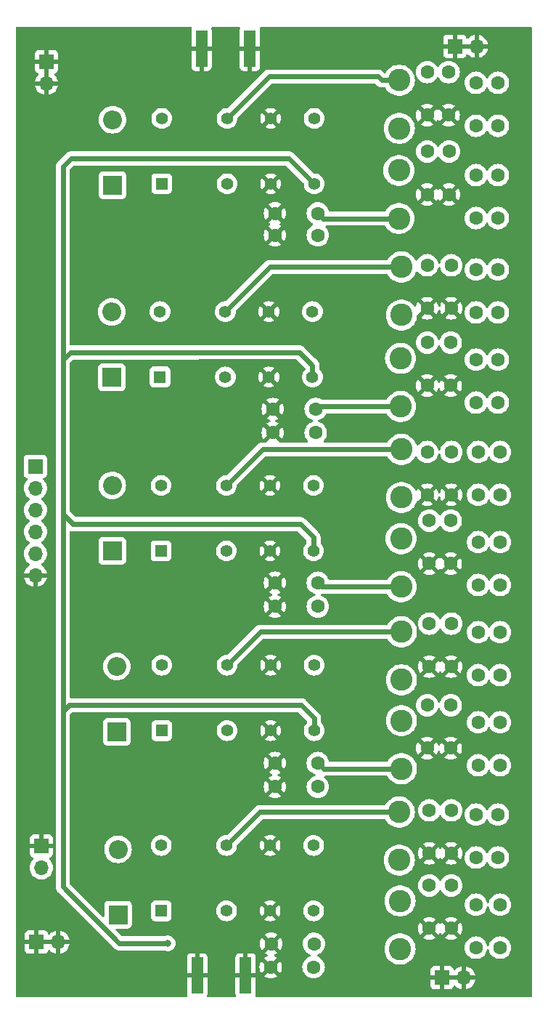
<source format=gbl>
G04 #@! TF.GenerationSoftware,KiCad,Pcbnew,7.0.10*
G04 #@! TF.CreationDate,2024-03-26T16:12:50-07:00*
G04 #@! TF.ProjectId,optLowPass,6f70744c-6f77-4506-9173-732e6b696361,rev?*
G04 #@! TF.SameCoordinates,Original*
G04 #@! TF.FileFunction,Copper,L2,Bot*
G04 #@! TF.FilePolarity,Positive*
%FSLAX46Y46*%
G04 Gerber Fmt 4.6, Leading zero omitted, Abs format (unit mm)*
G04 Created by KiCad (PCBNEW 7.0.10) date 2024-03-26 16:12:50*
%MOMM*%
%LPD*%
G01*
G04 APERTURE LIST*
G04 #@! TA.AperFunction,ComponentPad*
%ADD10C,1.600000*%
G04 #@! TD*
G04 #@! TA.AperFunction,ComponentPad*
%ADD11R,2.200000X2.200000*%
G04 #@! TD*
G04 #@! TA.AperFunction,ComponentPad*
%ADD12O,2.200000X2.200000*%
G04 #@! TD*
G04 #@! TA.AperFunction,ComponentPad*
%ADD13R,1.700000X1.700000*%
G04 #@! TD*
G04 #@! TA.AperFunction,ComponentPad*
%ADD14O,1.700000X1.700000*%
G04 #@! TD*
G04 #@! TA.AperFunction,ComponentPad*
%ADD15R,1.400000X1.400000*%
G04 #@! TD*
G04 #@! TA.AperFunction,ComponentPad*
%ADD16C,1.400000*%
G04 #@! TD*
G04 #@! TA.AperFunction,ComponentPad*
%ADD17C,2.600000*%
G04 #@! TD*
G04 #@! TA.AperFunction,SMDPad,CuDef*
%ADD18R,1.350000X4.200000*%
G04 #@! TD*
G04 #@! TA.AperFunction,ViaPad*
%ADD19C,0.800000*%
G04 #@! TD*
G04 #@! TA.AperFunction,Conductor*
%ADD20C,0.609600*%
G04 #@! TD*
G04 APERTURE END LIST*
D10*
X127350000Y-131250000D03*
X127350000Y-136250000D03*
X135350000Y-131750000D03*
X135350000Y-136750000D03*
X127350000Y-140000000D03*
X127350000Y-145000000D03*
X135600000Y-142250000D03*
X135600000Y-147250000D03*
X113850000Y-149500000D03*
X108850000Y-149500000D03*
X127350000Y-109500000D03*
X127350000Y-114500000D03*
X135600000Y-110500000D03*
X135600000Y-115500000D03*
X127100000Y-119000000D03*
X127100000Y-124000000D03*
X135600000Y-121000000D03*
X135600000Y-126000000D03*
X114350000Y-128500000D03*
X109350000Y-128500000D03*
X127100000Y-89500000D03*
X127100000Y-94500000D03*
X135600000Y-89500000D03*
X135600000Y-94500000D03*
X127350000Y-97500000D03*
X127350000Y-102500000D03*
X135600000Y-100000000D03*
X135600000Y-105000000D03*
X114350000Y-107500000D03*
X109350000Y-107500000D03*
X127100000Y-67750000D03*
X127100000Y-72750000D03*
X135350000Y-68250000D03*
X135350000Y-73250000D03*
X127100000Y-76750000D03*
X127100000Y-81750000D03*
X135350000Y-78750000D03*
X135350000Y-83750000D03*
X114100000Y-87250000D03*
X109100000Y-87250000D03*
X127100000Y-45250000D03*
X127100000Y-50250000D03*
X135350000Y-46500000D03*
X135350000Y-51500000D03*
X127100000Y-54500000D03*
X127100000Y-59500000D03*
X135350000Y-57250000D03*
X135350000Y-62250000D03*
X132795000Y-142250000D03*
X132795000Y-147250000D03*
X133045000Y-121000000D03*
X133045000Y-126000000D03*
X129905000Y-131250000D03*
X129905000Y-136250000D03*
X129905000Y-109500000D03*
X129905000Y-114500000D03*
X132795000Y-131750000D03*
X132795000Y-136750000D03*
X133045000Y-110500000D03*
X133045000Y-115500000D03*
X129905000Y-140000000D03*
X129905000Y-145000000D03*
X129850000Y-119000000D03*
X129850000Y-124000000D03*
X113900000Y-146800000D03*
X108900000Y-146800000D03*
X114350000Y-125750000D03*
X109350000Y-125750000D03*
X133045000Y-100000000D03*
X133045000Y-105000000D03*
X132795000Y-78750000D03*
X132795000Y-83750000D03*
X132795000Y-57250000D03*
X132795000Y-62250000D03*
X129905000Y-89500000D03*
X129905000Y-94500000D03*
X129905000Y-67750000D03*
X129905000Y-72750000D03*
X129600000Y-45250000D03*
X129600000Y-50250000D03*
X133045000Y-89500000D03*
X133045000Y-94500000D03*
X132795000Y-68250000D03*
X132795000Y-73250000D03*
X132795000Y-46500000D03*
X132795000Y-51500000D03*
X129850000Y-97500000D03*
X129850000Y-102500000D03*
X129850000Y-76750000D03*
X129850000Y-81750000D03*
X129655000Y-54500000D03*
X129655000Y-59500000D03*
X114350000Y-104750000D03*
X109350000Y-104750000D03*
X114100000Y-84500000D03*
X109100000Y-84500000D03*
X114350000Y-64250000D03*
X109350000Y-64250000D03*
X114350000Y-61700000D03*
X109350000Y-61700000D03*
D11*
X91037500Y-143410000D03*
D12*
X91037500Y-135790000D03*
D13*
X82700000Y-44025000D03*
D14*
X82700000Y-46565000D03*
D15*
X95942500Y-80762500D03*
D16*
X103562500Y-80762500D03*
X108642500Y-80762500D03*
X113722500Y-80762500D03*
X113722500Y-73142500D03*
X108642500Y-73142500D03*
X103562500Y-73142500D03*
X95942500Y-73142500D03*
D17*
X124062500Y-99600000D03*
X124062500Y-105200000D03*
D11*
X90400000Y-58410000D03*
D12*
X90400000Y-50790000D03*
D13*
X82100000Y-135400000D03*
D14*
X82100000Y-137940000D03*
D15*
X96142500Y-121962500D03*
D16*
X103762500Y-121962500D03*
X108842500Y-121962500D03*
X113922500Y-121962500D03*
X113922500Y-114342500D03*
X108842500Y-114342500D03*
X103762500Y-114342500D03*
X96142500Y-114342500D03*
D17*
X123850000Y-131450000D03*
X123850000Y-137050000D03*
D15*
X96062500Y-101020000D03*
D16*
X103682500Y-101020000D03*
X108762500Y-101020000D03*
X113842500Y-101020000D03*
X113842500Y-93400000D03*
X108762500Y-93400000D03*
X103682500Y-93400000D03*
X96062500Y-93400000D03*
D15*
X96142500Y-58262500D03*
D16*
X103762500Y-58262500D03*
X108842500Y-58262500D03*
X113922500Y-58262500D03*
X113922500Y-50642500D03*
X108842500Y-50642500D03*
X103762500Y-50642500D03*
X96142500Y-50642500D03*
D15*
X96080000Y-142962500D03*
D16*
X103700000Y-142962500D03*
X108780000Y-142962500D03*
X113860000Y-142962500D03*
X113860000Y-135342500D03*
X108780000Y-135342500D03*
X103700000Y-135342500D03*
X96080000Y-135342500D03*
D17*
X123850000Y-46200000D03*
X123850000Y-51800000D03*
D18*
X100275000Y-150500000D03*
X105925000Y-150500000D03*
D17*
X123937500Y-147400000D03*
X123937500Y-141800000D03*
D11*
X90900000Y-122110000D03*
D12*
X90900000Y-114490000D03*
D17*
X124000000Y-78600000D03*
X124000000Y-84200000D03*
D13*
X128825000Y-150750000D03*
D14*
X131365000Y-150750000D03*
D17*
X123800000Y-56700000D03*
X123800000Y-62300000D03*
X124100000Y-89200000D03*
X124100000Y-94800000D03*
X124100000Y-67950000D03*
X124100000Y-73550000D03*
D18*
X106425000Y-42500000D03*
X100775000Y-42500000D03*
D17*
X124100000Y-110450000D03*
X124100000Y-116050000D03*
D11*
X90362500Y-101010000D03*
D12*
X90362500Y-93390000D03*
D13*
X81400000Y-91180000D03*
D14*
X81400000Y-93720000D03*
X81400000Y-96260000D03*
X81400000Y-98800000D03*
X81400000Y-101340000D03*
X81400000Y-103880000D03*
D13*
X130325000Y-42250000D03*
D14*
X132865000Y-42250000D03*
D13*
X81525000Y-146600000D03*
D14*
X84065000Y-146600000D03*
D17*
X124100000Y-120800000D03*
X124100000Y-126400000D03*
D11*
X90300000Y-80810000D03*
D12*
X90300000Y-73190000D03*
D19*
X86350000Y-79750000D03*
X82850000Y-57500000D03*
X82850000Y-66500000D03*
X82600000Y-87000000D03*
X81600000Y-118500000D03*
X84600000Y-143000000D03*
X86350000Y-136000000D03*
X100350000Y-79750000D03*
X86100000Y-70000000D03*
X86100000Y-66000000D03*
X94850000Y-138500000D03*
X92350000Y-138500000D03*
X96100000Y-116750000D03*
X93600000Y-116750000D03*
X96600000Y-126250000D03*
X94100000Y-126250000D03*
X104350000Y-127250000D03*
X101850000Y-127250000D03*
X106600000Y-117000000D03*
X104100000Y-117000000D03*
X103350000Y-106250000D03*
X103350000Y-108750000D03*
X96600000Y-106000000D03*
X94100000Y-106000000D03*
X97350000Y-96000000D03*
X94850000Y-96000000D03*
X98350000Y-75750000D03*
X95850000Y-75750000D03*
X95850000Y-85000000D03*
X93350000Y-85000000D03*
X104600000Y-85250000D03*
X102100000Y-85250000D03*
X106100000Y-75500000D03*
X103600000Y-75500000D03*
X96100000Y-64000000D03*
X93600000Y-64000000D03*
X105100000Y-66000000D03*
X102600000Y-66000000D03*
X121850000Y-132750000D03*
X119350000Y-132750000D03*
X121850000Y-130000000D03*
X119350000Y-130000000D03*
X121850000Y-127750000D03*
X119350000Y-127750000D03*
X121850000Y-125000000D03*
X119350000Y-125000000D03*
X121850000Y-111750000D03*
X119350000Y-111750000D03*
X121850000Y-109000000D03*
X119350000Y-109000000D03*
X121850000Y-106750000D03*
X119350000Y-106750000D03*
X121850000Y-104000000D03*
X119350000Y-104000000D03*
X121850000Y-90500000D03*
X119350000Y-90500000D03*
X121850000Y-87750000D03*
X119350000Y-87750000D03*
X121850000Y-85750000D03*
X119350000Y-85750000D03*
X121850000Y-83000000D03*
X119350000Y-83000000D03*
X121850000Y-69250000D03*
X119350000Y-69250000D03*
X121850000Y-66500000D03*
X119350000Y-66500000D03*
X96850000Y-146750000D03*
X89895000Y-126711000D03*
X127350000Y-133750000D03*
X82783000Y-129632000D03*
X129905000Y-112000000D03*
X134100000Y-150500000D03*
X119350000Y-61000000D03*
X129905000Y-142500000D03*
X93578000Y-48860000D03*
X129850000Y-79250000D03*
X121850000Y-61000000D03*
X129905000Y-70250000D03*
X127100000Y-92000000D03*
X108350000Y-44250000D03*
X127100000Y-70250000D03*
X88371000Y-48860000D03*
X129600000Y-47750000D03*
X88371000Y-91786000D03*
X127100000Y-47750000D03*
X127350000Y-100000000D03*
X88752000Y-134077000D03*
X93451000Y-133569000D03*
X127350000Y-142500000D03*
X89387000Y-85436000D03*
X127100000Y-79250000D03*
X94594000Y-91405000D03*
X93832000Y-112487000D03*
X127100000Y-57000000D03*
X104119000Y-147412000D03*
X129850000Y-121500000D03*
X107850000Y-151500000D03*
X127350000Y-112000000D03*
X129850000Y-100000000D03*
X127100000Y-121500000D03*
X123804000Y-150968000D03*
X88244000Y-71720000D03*
X88625000Y-112614000D03*
X119350000Y-63750000D03*
X121850000Y-63750000D03*
X88752000Y-148936000D03*
X81600000Y-108250000D03*
X108350000Y-42250000D03*
X129905000Y-92000000D03*
X89514000Y-105629000D03*
X89514000Y-62957000D03*
X100436000Y-45558000D03*
X116100000Y-148750000D03*
X86100000Y-86250000D03*
X86100000Y-53000000D03*
X87350000Y-75750000D03*
X129655000Y-57000000D03*
X129905000Y-133750000D03*
X93832000Y-71212000D03*
X98277000Y-149698000D03*
D20*
X121800000Y-46200000D02*
X123850000Y-46200000D01*
X121350000Y-45750000D02*
X121800000Y-46200000D01*
X108655000Y-45750000D02*
X121350000Y-45750000D01*
X103762500Y-50642500D02*
X108655000Y-45750000D01*
X84600000Y-140182100D02*
X84600000Y-119750000D01*
X96850000Y-146750000D02*
X91167900Y-146750000D01*
X91167900Y-146750000D02*
X84600000Y-140182100D01*
X107592500Y-131450000D02*
X123850000Y-131450000D01*
X103700000Y-135342500D02*
X107592500Y-131450000D01*
X115000000Y-126400000D02*
X114350000Y-125750000D01*
X124100000Y-126400000D02*
X115000000Y-126400000D01*
X107655000Y-110450000D02*
X124100000Y-110450000D01*
X103762500Y-114342500D02*
X107655000Y-110450000D01*
X114800000Y-105200000D02*
X114350000Y-104750000D01*
X124062500Y-105200000D02*
X114800000Y-105200000D01*
X107882500Y-89200000D02*
X124100000Y-89200000D01*
X103682500Y-93400000D02*
X107882500Y-89200000D01*
X114400000Y-84200000D02*
X114100000Y-84500000D01*
X124000000Y-84200000D02*
X114400000Y-84200000D01*
X114300000Y-84200000D02*
X114100000Y-84000000D01*
X108755000Y-67950000D02*
X124100000Y-67950000D01*
X103562500Y-73142500D02*
X108755000Y-67950000D01*
X114950000Y-62300000D02*
X114350000Y-61700000D01*
X123800000Y-62300000D02*
X114950000Y-62300000D01*
X100395200Y-77904800D02*
X85445200Y-77904800D01*
X85445200Y-77904800D02*
X84600000Y-78750000D01*
X100400000Y-77900000D02*
X100395200Y-77904800D01*
X84600000Y-78750000D02*
X84600000Y-96750000D01*
X84600000Y-56250000D02*
X84600000Y-78750000D01*
X85750000Y-97900000D02*
X84600000Y-96750000D01*
X113842500Y-101020000D02*
X113842500Y-99442500D01*
X112300000Y-97900000D02*
X85750000Y-97900000D01*
X84600000Y-96750000D02*
X84600000Y-119750000D01*
X113842500Y-99442500D02*
X112300000Y-97900000D01*
X85350000Y-119000000D02*
X84600000Y-119750000D01*
X112400000Y-119000000D02*
X85350000Y-119000000D01*
X113922500Y-121962500D02*
X113922500Y-120522500D01*
X113922500Y-120522500D02*
X112400000Y-119000000D01*
X85550000Y-55300000D02*
X84600000Y-56250000D01*
X110960000Y-55300000D02*
X85550000Y-55300000D01*
X113922500Y-58262500D02*
X110960000Y-55300000D01*
X113722500Y-79422500D02*
X112200000Y-77900000D01*
X112200000Y-77900000D02*
X100400000Y-77900000D01*
X113722500Y-80762500D02*
X113722500Y-79422500D01*
G04 #@! TA.AperFunction,Conductor*
G36*
X130905507Y-150540156D02*
G01*
X130865000Y-150678111D01*
X130865000Y-150821889D01*
X130905507Y-150959844D01*
X130933884Y-151004000D01*
X129256116Y-151004000D01*
X129284493Y-150959844D01*
X129325000Y-150821889D01*
X129325000Y-150678111D01*
X129284493Y-150540156D01*
X129256116Y-150496000D01*
X130933884Y-150496000D01*
X130905507Y-150540156D01*
G37*
G04 #@! TD.AperFunction*
G04 #@! TA.AperFunction,Conductor*
G36*
X83605507Y-146390156D02*
G01*
X83565000Y-146528111D01*
X83565000Y-146671889D01*
X83605507Y-146809844D01*
X83633884Y-146854000D01*
X81956116Y-146854000D01*
X81984493Y-146809844D01*
X82025000Y-146671889D01*
X82025000Y-146528111D01*
X81984493Y-146390156D01*
X81956116Y-146346000D01*
X83633884Y-146346000D01*
X83605507Y-146390156D01*
G37*
G04 #@! TD.AperFunction*
G04 #@! TA.AperFunction,Conductor*
G36*
X82954000Y-46131325D02*
G01*
X82842315Y-46080320D01*
X82735763Y-46065000D01*
X82664237Y-46065000D01*
X82557685Y-46080320D01*
X82446000Y-46131325D01*
X82446000Y-44458674D01*
X82557685Y-44509680D01*
X82664237Y-44525000D01*
X82735763Y-44525000D01*
X82842315Y-44509680D01*
X82954000Y-44458674D01*
X82954000Y-46131325D01*
G37*
G04 #@! TD.AperFunction*
G04 #@! TA.AperFunction,Conductor*
G36*
X132405507Y-42040156D02*
G01*
X132365000Y-42178111D01*
X132365000Y-42321889D01*
X132405507Y-42459844D01*
X132433884Y-42504000D01*
X130756116Y-42504000D01*
X130784493Y-42459844D01*
X130825000Y-42321889D01*
X130825000Y-42178111D01*
X130784493Y-42040156D01*
X130756116Y-41996000D01*
X132433884Y-41996000D01*
X132405507Y-42040156D01*
G37*
G04 #@! TD.AperFunction*
G04 #@! TA.AperFunction,Conductor*
G36*
X99593468Y-40020502D02*
G01*
X99639961Y-40074158D01*
X99650065Y-40144432D01*
X99643403Y-40170533D01*
X99598505Y-40290907D01*
X99592000Y-40351402D01*
X99592000Y-42246000D01*
X101958000Y-42246000D01*
X101958000Y-40351414D01*
X101957999Y-40351402D01*
X101951494Y-40290907D01*
X101906597Y-40170533D01*
X101901532Y-40099717D01*
X101935557Y-40037405D01*
X101997869Y-40003380D01*
X102024653Y-40000500D01*
X105175347Y-40000500D01*
X105243468Y-40020502D01*
X105289961Y-40074158D01*
X105300065Y-40144432D01*
X105293403Y-40170533D01*
X105248505Y-40290907D01*
X105242000Y-40351402D01*
X105242000Y-42246000D01*
X107608000Y-42246000D01*
X107608000Y-40351414D01*
X107607999Y-40351402D01*
X107601494Y-40290907D01*
X107556597Y-40170533D01*
X107551532Y-40099717D01*
X107585557Y-40037405D01*
X107647869Y-40003380D01*
X107674653Y-40000500D01*
X139223500Y-40000500D01*
X139291621Y-40020502D01*
X139338114Y-40074158D01*
X139349500Y-40126500D01*
X139349500Y-152873500D01*
X139329498Y-152941621D01*
X139275842Y-152988114D01*
X139223500Y-152999500D01*
X107174653Y-152999500D01*
X107106532Y-152979498D01*
X107060039Y-152925842D01*
X107049935Y-152855568D01*
X107056597Y-152829467D01*
X107101494Y-152709092D01*
X107107999Y-152648597D01*
X107108000Y-152648585D01*
X107108000Y-151648597D01*
X127467000Y-151648597D01*
X127473505Y-151709093D01*
X127524555Y-151845964D01*
X127524555Y-151845965D01*
X127612095Y-151962904D01*
X127729034Y-152050444D01*
X127865906Y-152101494D01*
X127926402Y-152107999D01*
X127926415Y-152108000D01*
X128571000Y-152108000D01*
X128571000Y-151183674D01*
X128682685Y-151234680D01*
X128789237Y-151250000D01*
X128860763Y-151250000D01*
X128967315Y-151234680D01*
X129079000Y-151183674D01*
X129079000Y-152108000D01*
X129723585Y-152108000D01*
X129723597Y-152107999D01*
X129784093Y-152101494D01*
X129920964Y-152050444D01*
X129920965Y-152050444D01*
X130037904Y-151962904D01*
X130125444Y-151845965D01*
X130169814Y-151727004D01*
X130212361Y-151670168D01*
X130278881Y-151645357D01*
X130348255Y-151660448D01*
X130380572Y-151685699D01*
X130442097Y-151752534D01*
X130619698Y-151890767D01*
X130619699Y-151890768D01*
X130817628Y-151997882D01*
X130817630Y-151997883D01*
X131030483Y-152070955D01*
X131030492Y-152070957D01*
X131111000Y-152084391D01*
X131111000Y-151183674D01*
X131222685Y-151234680D01*
X131329237Y-151250000D01*
X131400763Y-151250000D01*
X131507315Y-151234680D01*
X131619000Y-151183674D01*
X131619000Y-152084390D01*
X131699507Y-152070957D01*
X131699516Y-152070955D01*
X131912369Y-151997883D01*
X131912371Y-151997882D01*
X132110300Y-151890768D01*
X132110301Y-151890767D01*
X132287902Y-151752534D01*
X132440325Y-151586958D01*
X132563419Y-151398548D01*
X132653820Y-151192456D01*
X132653823Y-151192449D01*
X132701544Y-151004000D01*
X131796116Y-151004000D01*
X131824493Y-150959844D01*
X131865000Y-150821889D01*
X131865000Y-150678111D01*
X131824493Y-150540156D01*
X131796116Y-150496000D01*
X132701544Y-150496000D01*
X132701544Y-150495999D01*
X132653823Y-150307550D01*
X132653820Y-150307543D01*
X132563419Y-150101451D01*
X132440325Y-149913041D01*
X132287902Y-149747465D01*
X132110301Y-149609232D01*
X132110300Y-149609231D01*
X131912371Y-149502117D01*
X131912369Y-149502116D01*
X131699512Y-149429043D01*
X131699501Y-149429040D01*
X131619000Y-149415606D01*
X131619000Y-150316325D01*
X131507315Y-150265320D01*
X131400763Y-150250000D01*
X131329237Y-150250000D01*
X131222685Y-150265320D01*
X131111000Y-150316325D01*
X131111000Y-149415607D01*
X131110999Y-149415606D01*
X131030498Y-149429040D01*
X131030487Y-149429043D01*
X130817630Y-149502116D01*
X130817628Y-149502117D01*
X130619699Y-149609231D01*
X130619698Y-149609232D01*
X130442093Y-149747468D01*
X130380571Y-149814300D01*
X130319718Y-149850871D01*
X130248754Y-149848738D01*
X130190208Y-149808576D01*
X130169814Y-149772995D01*
X130125444Y-149654035D01*
X130125444Y-149654034D01*
X130037904Y-149537095D01*
X129920965Y-149449555D01*
X129784093Y-149398505D01*
X129723597Y-149392000D01*
X129079000Y-149392000D01*
X129079000Y-150316325D01*
X128967315Y-150265320D01*
X128860763Y-150250000D01*
X128789237Y-150250000D01*
X128682685Y-150265320D01*
X128571000Y-150316325D01*
X128571000Y-149392000D01*
X127926402Y-149392000D01*
X127865906Y-149398505D01*
X127729035Y-149449555D01*
X127729034Y-149449555D01*
X127612095Y-149537095D01*
X127524555Y-149654034D01*
X127524555Y-149654035D01*
X127473505Y-149790906D01*
X127467000Y-149851402D01*
X127467000Y-150496000D01*
X128393884Y-150496000D01*
X128365507Y-150540156D01*
X128325000Y-150678111D01*
X128325000Y-150821889D01*
X128365507Y-150959844D01*
X128393884Y-151004000D01*
X127467000Y-151004000D01*
X127467000Y-151648597D01*
X107108000Y-151648597D01*
X107108000Y-150754000D01*
X104742000Y-150754000D01*
X104742000Y-152648597D01*
X104748505Y-152709092D01*
X104793403Y-152829467D01*
X104798468Y-152900283D01*
X104764443Y-152962595D01*
X104702131Y-152996620D01*
X104675347Y-152999500D01*
X101524653Y-152999500D01*
X101456532Y-152979498D01*
X101410039Y-152925842D01*
X101399935Y-152855568D01*
X101406597Y-152829467D01*
X101451494Y-152709092D01*
X101457999Y-152648597D01*
X101458000Y-152648585D01*
X101458000Y-150754000D01*
X99092000Y-150754000D01*
X99092000Y-152648597D01*
X99098505Y-152709092D01*
X99143403Y-152829467D01*
X99148468Y-152900283D01*
X99114443Y-152962595D01*
X99052131Y-152996620D01*
X99025347Y-152999500D01*
X79226500Y-152999500D01*
X79158379Y-152979498D01*
X79111886Y-152925842D01*
X79100500Y-152873500D01*
X79100500Y-150246000D01*
X99092000Y-150246000D01*
X100021000Y-150246000D01*
X100021000Y-147892000D01*
X100529000Y-147892000D01*
X100529000Y-150246000D01*
X101458000Y-150246000D01*
X104742000Y-150246000D01*
X105671000Y-150246000D01*
X105671000Y-147892000D01*
X106179000Y-147892000D01*
X106179000Y-150246000D01*
X107108000Y-150246000D01*
X107108000Y-149500000D01*
X107537004Y-149500000D01*
X107556951Y-149728002D01*
X107616186Y-149949068D01*
X107616188Y-149949073D01*
X107712913Y-150156501D01*
X107762899Y-150227888D01*
X108451272Y-149539516D01*
X108464835Y-149625148D01*
X108522359Y-149738045D01*
X108611955Y-149827641D01*
X108724852Y-149885165D01*
X108810482Y-149898727D01*
X108122110Y-150587098D01*
X108122110Y-150587100D01*
X108193498Y-150637086D01*
X108400926Y-150733811D01*
X108400931Y-150733813D01*
X108621999Y-150793048D01*
X108621995Y-150793048D01*
X108850000Y-150812995D01*
X109078002Y-150793048D01*
X109299068Y-150733813D01*
X109299073Y-150733811D01*
X109506497Y-150637088D01*
X109577888Y-150587099D01*
X109577888Y-150587097D01*
X108889518Y-149898727D01*
X108975148Y-149885165D01*
X109088045Y-149827641D01*
X109177641Y-149738045D01*
X109235165Y-149625148D01*
X109248727Y-149539518D01*
X109937097Y-150227888D01*
X109937099Y-150227888D01*
X109987088Y-150156497D01*
X110083811Y-149949073D01*
X110083813Y-149949068D01*
X110143048Y-149728002D01*
X110162995Y-149500000D01*
X112536502Y-149500000D01*
X112556457Y-149728087D01*
X112578024Y-149808576D01*
X112615715Y-149949240D01*
X112615717Y-149949246D01*
X112712477Y-150156749D01*
X112830321Y-150325048D01*
X112843802Y-150344300D01*
X113005700Y-150506198D01*
X113193251Y-150637523D01*
X113400757Y-150734284D01*
X113621913Y-150793543D01*
X113850000Y-150813498D01*
X114078087Y-150793543D01*
X114299243Y-150734284D01*
X114506749Y-150637523D01*
X114694300Y-150506198D01*
X114856198Y-150344300D01*
X114987523Y-150156749D01*
X115084284Y-149949243D01*
X115143543Y-149728087D01*
X115163498Y-149500000D01*
X115143543Y-149271913D01*
X115084284Y-149050757D01*
X114987523Y-148843251D01*
X114856198Y-148655700D01*
X114694300Y-148493802D01*
X114591209Y-148421617D01*
X114506749Y-148362477D01*
X114316045Y-148273550D01*
X114262760Y-148226633D01*
X114243299Y-148158355D01*
X114263841Y-148090395D01*
X114317864Y-148044330D01*
X114336687Y-148037648D01*
X114349243Y-148034284D01*
X114556749Y-147937523D01*
X114744300Y-147806198D01*
X114906198Y-147644300D01*
X115037523Y-147456749D01*
X115063985Y-147400000D01*
X122123929Y-147400000D01*
X122144185Y-147670302D01*
X122204501Y-147934560D01*
X122204502Y-147934562D01*
X122303527Y-148186875D01*
X122303530Y-148186883D01*
X122439054Y-148421617D01*
X122608061Y-148633546D01*
X122754606Y-148769518D01*
X122806757Y-148817907D01*
X122806763Y-148817911D01*
X123030705Y-148970593D01*
X123030712Y-148970597D01*
X123030715Y-148970599D01*
X123171503Y-149038399D01*
X123274923Y-149088204D01*
X123274936Y-149088209D01*
X123533931Y-149168098D01*
X123533933Y-149168098D01*
X123533942Y-149168101D01*
X123801972Y-149208500D01*
X123801976Y-149208500D01*
X124073024Y-149208500D01*
X124073028Y-149208500D01*
X124341058Y-149168101D01*
X124341068Y-149168098D01*
X124600063Y-149088209D01*
X124600065Y-149088207D01*
X124600072Y-149088206D01*
X124600077Y-149088203D01*
X124600081Y-149088202D01*
X124844280Y-148970602D01*
X124844280Y-148970601D01*
X124844286Y-148970599D01*
X125068243Y-148817907D01*
X125243061Y-148655700D01*
X125266938Y-148633546D01*
X125266938Y-148633544D01*
X125266942Y-148633542D01*
X125435943Y-148421621D01*
X125531450Y-148256198D01*
X125571469Y-148186883D01*
X125571471Y-148186879D01*
X125670499Y-147934559D01*
X125730815Y-147670299D01*
X125751071Y-147400000D01*
X125739830Y-147250000D01*
X131481502Y-147250000D01*
X131501457Y-147478087D01*
X131521337Y-147552279D01*
X131560715Y-147699240D01*
X131560717Y-147699246D01*
X131657477Y-147906749D01*
X131786067Y-148090395D01*
X131788802Y-148094300D01*
X131950700Y-148256198D01*
X132138251Y-148387523D01*
X132345757Y-148484284D01*
X132566913Y-148543543D01*
X132795000Y-148563498D01*
X133023087Y-148543543D01*
X133244243Y-148484284D01*
X133451749Y-148387523D01*
X133639300Y-148256198D01*
X133801198Y-148094300D01*
X133932523Y-147906749D01*
X134029284Y-147699243D01*
X134075794Y-147525666D01*
X134112745Y-147465045D01*
X134176605Y-147434024D01*
X134247100Y-147442452D01*
X134301847Y-147487655D01*
X134319205Y-147525664D01*
X134354500Y-147657386D01*
X134365715Y-147699240D01*
X134365717Y-147699246D01*
X134462477Y-147906749D01*
X134591067Y-148090395D01*
X134593802Y-148094300D01*
X134755700Y-148256198D01*
X134943251Y-148387523D01*
X135150757Y-148484284D01*
X135371913Y-148543543D01*
X135600000Y-148563498D01*
X135828087Y-148543543D01*
X136049243Y-148484284D01*
X136256749Y-148387523D01*
X136444300Y-148256198D01*
X136606198Y-148094300D01*
X136737523Y-147906749D01*
X136834284Y-147699243D01*
X136893543Y-147478087D01*
X136913498Y-147250000D01*
X136893543Y-147021913D01*
X136834284Y-146800757D01*
X136737523Y-146593251D01*
X136606198Y-146405700D01*
X136444300Y-146243802D01*
X136430034Y-146233813D01*
X136256749Y-146112477D01*
X136049246Y-146015717D01*
X136049240Y-146015715D01*
X135923757Y-145982092D01*
X135828087Y-145956457D01*
X135600000Y-145936502D01*
X135371913Y-145956457D01*
X135150759Y-146015715D01*
X135150753Y-146015717D01*
X134943250Y-146112477D01*
X134755703Y-146243799D01*
X134755697Y-146243804D01*
X134593804Y-146405697D01*
X134593799Y-146405703D01*
X134462477Y-146593250D01*
X134365717Y-146800753D01*
X134365716Y-146800757D01*
X134330872Y-146930798D01*
X134319207Y-146974331D01*
X134282255Y-147034954D01*
X134218395Y-147065975D01*
X134147900Y-147057547D01*
X134093153Y-147012344D01*
X134075793Y-146974331D01*
X134066575Y-146939928D01*
X134029284Y-146800757D01*
X133932523Y-146593251D01*
X133801198Y-146405700D01*
X133639300Y-146243802D01*
X133625034Y-146233813D01*
X133451749Y-146112477D01*
X133244246Y-146015717D01*
X133244240Y-146015715D01*
X133118757Y-145982092D01*
X133023087Y-145956457D01*
X132795000Y-145936502D01*
X132566913Y-145956457D01*
X132345759Y-146015715D01*
X132345753Y-146015717D01*
X132138250Y-146112477D01*
X131950703Y-146243799D01*
X131950697Y-146243804D01*
X131788804Y-146405697D01*
X131788799Y-146405703D01*
X131657477Y-146593250D01*
X131560717Y-146800753D01*
X131560716Y-146800757D01*
X131501457Y-147021913D01*
X131481502Y-147250000D01*
X125739830Y-147250000D01*
X125730815Y-147129701D01*
X125670499Y-146865441D01*
X125571471Y-146613121D01*
X125571470Y-146613120D01*
X125571469Y-146613116D01*
X125435945Y-146378382D01*
X125413916Y-146350759D01*
X125266942Y-146166458D01*
X125266941Y-146166457D01*
X125266938Y-146166453D01*
X125068248Y-145982098D01*
X125068242Y-145982092D01*
X124970236Y-145915273D01*
X124844286Y-145829401D01*
X124844283Y-145829400D01*
X124844281Y-145829398D01*
X124844280Y-145829397D01*
X124600081Y-145711797D01*
X124600063Y-145711790D01*
X124341068Y-145631901D01*
X124341060Y-145631899D01*
X124341058Y-145631899D01*
X124073028Y-145591500D01*
X123801972Y-145591500D01*
X123533942Y-145631899D01*
X123533940Y-145631899D01*
X123533931Y-145631901D01*
X123274936Y-145711790D01*
X123274923Y-145711795D01*
X123030712Y-145829402D01*
X123030705Y-145829406D01*
X122806763Y-145982088D01*
X122806751Y-145982098D01*
X122608061Y-146166453D01*
X122439054Y-146378382D01*
X122303530Y-146613116D01*
X122303527Y-146613124D01*
X122204502Y-146865437D01*
X122204501Y-146865439D01*
X122144185Y-147129697D01*
X122123929Y-147400000D01*
X115063985Y-147400000D01*
X115134284Y-147249243D01*
X115193543Y-147028087D01*
X115213498Y-146800000D01*
X115193543Y-146571913D01*
X115134284Y-146350757D01*
X115037523Y-146143251D01*
X114906198Y-145955700D01*
X114744300Y-145793802D01*
X114628757Y-145712898D01*
X114556749Y-145662477D01*
X114349246Y-145565717D01*
X114349240Y-145565715D01*
X114206728Y-145527529D01*
X114128087Y-145506457D01*
X113900000Y-145486502D01*
X113671913Y-145506457D01*
X113450759Y-145565715D01*
X113450753Y-145565717D01*
X113243250Y-145662477D01*
X113055703Y-145793799D01*
X113055697Y-145793804D01*
X112893804Y-145955697D01*
X112893799Y-145955703D01*
X112762477Y-146143250D01*
X112665717Y-146350753D01*
X112665715Y-146350759D01*
X112618194Y-146528111D01*
X112606457Y-146571913D01*
X112586502Y-146800000D01*
X112606457Y-147028087D01*
X112633133Y-147127641D01*
X112665715Y-147249240D01*
X112665717Y-147249246D01*
X112762477Y-147456749D01*
X112817758Y-147535699D01*
X112893802Y-147644300D01*
X113055700Y-147806198D01*
X113243251Y-147937523D01*
X113363030Y-147993376D01*
X113433954Y-148026449D01*
X113487239Y-148073366D01*
X113506700Y-148141643D01*
X113486158Y-148209603D01*
X113432136Y-148255669D01*
X113413317Y-148262350D01*
X113400764Y-148265713D01*
X113400753Y-148265717D01*
X113193250Y-148362477D01*
X113005703Y-148493799D01*
X113005697Y-148493804D01*
X112843804Y-148655697D01*
X112843799Y-148655703D01*
X112712477Y-148843250D01*
X112615717Y-149050753D01*
X112615715Y-149050759D01*
X112559125Y-149261955D01*
X112556457Y-149271913D01*
X112536502Y-149500000D01*
X110162995Y-149500000D01*
X110143048Y-149271997D01*
X110083813Y-149050931D01*
X110083811Y-149050926D01*
X109987086Y-148843498D01*
X109937100Y-148772110D01*
X109937098Y-148772110D01*
X109248727Y-149460481D01*
X109235165Y-149374852D01*
X109177641Y-149261955D01*
X109088045Y-149172359D01*
X108975148Y-149114835D01*
X108889517Y-149101272D01*
X109577888Y-148412899D01*
X109577888Y-148412898D01*
X109506501Y-148362913D01*
X109506502Y-148362913D01*
X109314590Y-148273423D01*
X109261305Y-148226505D01*
X109241844Y-148158228D01*
X109262386Y-148090268D01*
X109316409Y-148044203D01*
X109335234Y-148037520D01*
X109349067Y-148033813D01*
X109349073Y-148033811D01*
X109556497Y-147937088D01*
X109627888Y-147887099D01*
X109627888Y-147887097D01*
X108939518Y-147198727D01*
X109025148Y-147185165D01*
X109138045Y-147127641D01*
X109227641Y-147038045D01*
X109285165Y-146925148D01*
X109298727Y-146839518D01*
X109987097Y-147527888D01*
X109987099Y-147527888D01*
X110037088Y-147456497D01*
X110133811Y-147249073D01*
X110133813Y-147249068D01*
X110193048Y-147028002D01*
X110212995Y-146800000D01*
X110193048Y-146571997D01*
X110133813Y-146350931D01*
X110133811Y-146350926D01*
X110037086Y-146143498D01*
X109987100Y-146072110D01*
X109987098Y-146072110D01*
X109298727Y-146760481D01*
X109285165Y-146674852D01*
X109227641Y-146561955D01*
X109138045Y-146472359D01*
X109025148Y-146414835D01*
X108939517Y-146401272D01*
X109627888Y-145712899D01*
X109627888Y-145712898D01*
X109556501Y-145662913D01*
X109349073Y-145566188D01*
X109349068Y-145566186D01*
X109128000Y-145506951D01*
X109128004Y-145506951D01*
X108900000Y-145487004D01*
X108671997Y-145506951D01*
X108450931Y-145566186D01*
X108450926Y-145566188D01*
X108243500Y-145662913D01*
X108172109Y-145712900D01*
X108860481Y-146401272D01*
X108774852Y-146414835D01*
X108661955Y-146472359D01*
X108572359Y-146561955D01*
X108514835Y-146674852D01*
X108501272Y-146760481D01*
X107812900Y-146072109D01*
X107762913Y-146143500D01*
X107666188Y-146350926D01*
X107666186Y-146350931D01*
X107606951Y-146571997D01*
X107587004Y-146800000D01*
X107606951Y-147028002D01*
X107666186Y-147249068D01*
X107666188Y-147249073D01*
X107762913Y-147456501D01*
X107812899Y-147527888D01*
X108501272Y-146839516D01*
X108514835Y-146925148D01*
X108572359Y-147038045D01*
X108661955Y-147127641D01*
X108774852Y-147185165D01*
X108860482Y-147198727D01*
X108172110Y-147887098D01*
X108172110Y-147887100D01*
X108243498Y-147937086D01*
X108435409Y-148026576D01*
X108488694Y-148073493D01*
X108508155Y-148141771D01*
X108487613Y-148209731D01*
X108433590Y-148255796D01*
X108414773Y-148262477D01*
X108400934Y-148266185D01*
X108400926Y-148266188D01*
X108193500Y-148362913D01*
X108122109Y-148412900D01*
X108810481Y-149101272D01*
X108724852Y-149114835D01*
X108611955Y-149172359D01*
X108522359Y-149261955D01*
X108464835Y-149374852D01*
X108451272Y-149460481D01*
X107762900Y-148772109D01*
X107712913Y-148843500D01*
X107616188Y-149050926D01*
X107616186Y-149050931D01*
X107556951Y-149271997D01*
X107537004Y-149500000D01*
X107108000Y-149500000D01*
X107108000Y-148351414D01*
X107107999Y-148351402D01*
X107101494Y-148290906D01*
X107050444Y-148154035D01*
X107050444Y-148154034D01*
X106962904Y-148037095D01*
X106845965Y-147949555D01*
X106709093Y-147898505D01*
X106648597Y-147892000D01*
X106179000Y-147892000D01*
X105671000Y-147892000D01*
X105201402Y-147892000D01*
X105140906Y-147898505D01*
X105004035Y-147949555D01*
X105004034Y-147949555D01*
X104887095Y-148037095D01*
X104799555Y-148154034D01*
X104799555Y-148154035D01*
X104748505Y-148290906D01*
X104742000Y-148351402D01*
X104742000Y-150246000D01*
X101458000Y-150246000D01*
X101458000Y-148351414D01*
X101457999Y-148351402D01*
X101451494Y-148290906D01*
X101400444Y-148154035D01*
X101400444Y-148154034D01*
X101312904Y-148037095D01*
X101195965Y-147949555D01*
X101059093Y-147898505D01*
X100998597Y-147892000D01*
X100529000Y-147892000D01*
X100021000Y-147892000D01*
X99551402Y-147892000D01*
X99490906Y-147898505D01*
X99354035Y-147949555D01*
X99354034Y-147949555D01*
X99237095Y-148037095D01*
X99149555Y-148154034D01*
X99149555Y-148154035D01*
X99098505Y-148290906D01*
X99092000Y-148351402D01*
X99092000Y-150246000D01*
X79100500Y-150246000D01*
X79100500Y-147498597D01*
X80167000Y-147498597D01*
X80173505Y-147559093D01*
X80224555Y-147695964D01*
X80224555Y-147695965D01*
X80312095Y-147812904D01*
X80429034Y-147900444D01*
X80565906Y-147951494D01*
X80626402Y-147957999D01*
X80626415Y-147958000D01*
X81271000Y-147958000D01*
X81271000Y-147033674D01*
X81382685Y-147084680D01*
X81489237Y-147100000D01*
X81560763Y-147100000D01*
X81667315Y-147084680D01*
X81779000Y-147033674D01*
X81779000Y-147958000D01*
X82423585Y-147958000D01*
X82423597Y-147957999D01*
X82484093Y-147951494D01*
X82620964Y-147900444D01*
X82620965Y-147900444D01*
X82737904Y-147812904D01*
X82825444Y-147695965D01*
X82869814Y-147577004D01*
X82912361Y-147520168D01*
X82978881Y-147495357D01*
X83048255Y-147510448D01*
X83080572Y-147535699D01*
X83142097Y-147602534D01*
X83319698Y-147740767D01*
X83319699Y-147740768D01*
X83517628Y-147847882D01*
X83517630Y-147847883D01*
X83730483Y-147920955D01*
X83730492Y-147920957D01*
X83811000Y-147934391D01*
X83811000Y-147033674D01*
X83922685Y-147084680D01*
X84029237Y-147100000D01*
X84100763Y-147100000D01*
X84207315Y-147084680D01*
X84319000Y-147033674D01*
X84319000Y-147934390D01*
X84399507Y-147920957D01*
X84399516Y-147920955D01*
X84612369Y-147847883D01*
X84612371Y-147847882D01*
X84810300Y-147740768D01*
X84810301Y-147740767D01*
X84987902Y-147602534D01*
X85140325Y-147436958D01*
X85263419Y-147248548D01*
X85353820Y-147042456D01*
X85353823Y-147042449D01*
X85401544Y-146854000D01*
X84496116Y-146854000D01*
X84524493Y-146809844D01*
X84565000Y-146671889D01*
X84565000Y-146528111D01*
X84524493Y-146390156D01*
X84496116Y-146346000D01*
X85401544Y-146346000D01*
X85401544Y-146345999D01*
X85353823Y-146157550D01*
X85353820Y-146157543D01*
X85263419Y-145951451D01*
X85140325Y-145763041D01*
X84987902Y-145597465D01*
X84810301Y-145459232D01*
X84810300Y-145459231D01*
X84612371Y-145352117D01*
X84612369Y-145352116D01*
X84399512Y-145279043D01*
X84399501Y-145279040D01*
X84319000Y-145265606D01*
X84319000Y-146166325D01*
X84207315Y-146115320D01*
X84100763Y-146100000D01*
X84029237Y-146100000D01*
X83922685Y-146115320D01*
X83811000Y-146166325D01*
X83811000Y-145265607D01*
X83810999Y-145265606D01*
X83730498Y-145279040D01*
X83730487Y-145279043D01*
X83517630Y-145352116D01*
X83517628Y-145352117D01*
X83319699Y-145459231D01*
X83319698Y-145459232D01*
X83142093Y-145597468D01*
X83080571Y-145664300D01*
X83019718Y-145700871D01*
X82948754Y-145698738D01*
X82890208Y-145658576D01*
X82869814Y-145622995D01*
X82825444Y-145504035D01*
X82825444Y-145504034D01*
X82737904Y-145387095D01*
X82620965Y-145299555D01*
X82484093Y-145248505D01*
X82423597Y-145242000D01*
X81779000Y-145242000D01*
X81779000Y-146166325D01*
X81667315Y-146115320D01*
X81560763Y-146100000D01*
X81489237Y-146100000D01*
X81382685Y-146115320D01*
X81271000Y-146166325D01*
X81271000Y-145242000D01*
X80626402Y-145242000D01*
X80565906Y-145248505D01*
X80429035Y-145299555D01*
X80429034Y-145299555D01*
X80312095Y-145387095D01*
X80224555Y-145504034D01*
X80224555Y-145504035D01*
X80173505Y-145640906D01*
X80167000Y-145701402D01*
X80167000Y-146346000D01*
X81093884Y-146346000D01*
X81065507Y-146390156D01*
X81025000Y-146528111D01*
X81025000Y-146671889D01*
X81065507Y-146809844D01*
X81093884Y-146854000D01*
X80167000Y-146854000D01*
X80167000Y-147498597D01*
X79100500Y-147498597D01*
X79100500Y-140273739D01*
X83786700Y-140273739D01*
X83795351Y-140311644D01*
X83797717Y-140325567D01*
X83802073Y-140364215D01*
X83802075Y-140364227D01*
X83814916Y-140400922D01*
X83818827Y-140414496D01*
X83825957Y-140445731D01*
X83827483Y-140452416D01*
X83827485Y-140452420D01*
X83844356Y-140487454D01*
X83849762Y-140500505D01*
X83862605Y-140537208D01*
X83883293Y-140570134D01*
X83890124Y-140582495D01*
X83899258Y-140601459D01*
X83907002Y-140617540D01*
X83907003Y-140617541D01*
X83931247Y-140647943D01*
X83939421Y-140659462D01*
X83960113Y-140692393D01*
X83992615Y-140724895D01*
X90528013Y-147260293D01*
X90657607Y-147389887D01*
X90657608Y-147389888D01*
X90690528Y-147410573D01*
X90702050Y-147418748D01*
X90724886Y-147436958D01*
X90732460Y-147442998D01*
X90767504Y-147459874D01*
X90779859Y-147466702D01*
X90812790Y-147487394D01*
X90844806Y-147498597D01*
X90849490Y-147500236D01*
X90862543Y-147505643D01*
X90897579Y-147522515D01*
X90897580Y-147522515D01*
X90897584Y-147522517D01*
X90935505Y-147531171D01*
X90949057Y-147535076D01*
X90985779Y-147547926D01*
X91024432Y-147552281D01*
X91038339Y-147554644D01*
X91076263Y-147563300D01*
X91122228Y-147563300D01*
X96416287Y-147563300D01*
X96467536Y-147574193D01*
X96567712Y-147618794D01*
X96754513Y-147658500D01*
X96945487Y-147658500D01*
X97132288Y-147618794D01*
X97306752Y-147541118D01*
X97461253Y-147428866D01*
X97589040Y-147286944D01*
X97684527Y-147121556D01*
X97743542Y-146939928D01*
X97763504Y-146750000D01*
X97743542Y-146560072D01*
X97684527Y-146378444D01*
X97589040Y-146213056D01*
X97589038Y-146213054D01*
X97589034Y-146213048D01*
X97461255Y-146071135D01*
X97306752Y-145958882D01*
X97132288Y-145881206D01*
X96945487Y-145841500D01*
X96754513Y-145841500D01*
X96567711Y-145881206D01*
X96467536Y-145925807D01*
X96416287Y-145936700D01*
X91556970Y-145936700D01*
X91488849Y-145916698D01*
X91467875Y-145899795D01*
X90801675Y-145233595D01*
X90767649Y-145171283D01*
X90772714Y-145100468D01*
X90815261Y-145043632D01*
X90881781Y-145018821D01*
X90890770Y-145018500D01*
X92186132Y-145018500D01*
X92186138Y-145018500D01*
X92186145Y-145018499D01*
X92186149Y-145018499D01*
X92246696Y-145011990D01*
X92246699Y-145011989D01*
X92246701Y-145011989D01*
X92278844Y-145000000D01*
X126037004Y-145000000D01*
X126056951Y-145228002D01*
X126116186Y-145449068D01*
X126116188Y-145449073D01*
X126212913Y-145656501D01*
X126262899Y-145727888D01*
X126951272Y-145039516D01*
X126964835Y-145125148D01*
X127022359Y-145238045D01*
X127111955Y-145327641D01*
X127224852Y-145385165D01*
X127310482Y-145398727D01*
X126622110Y-146087098D01*
X126622110Y-146087100D01*
X126693498Y-146137086D01*
X126900926Y-146233811D01*
X126900931Y-146233813D01*
X127121999Y-146293048D01*
X127121995Y-146293048D01*
X127350000Y-146312995D01*
X127578002Y-146293048D01*
X127799068Y-146233813D01*
X127799073Y-146233811D01*
X128006497Y-146137088D01*
X128077888Y-146087099D01*
X128077888Y-146087097D01*
X127389518Y-145398727D01*
X127475148Y-145385165D01*
X127588045Y-145327641D01*
X127677641Y-145238045D01*
X127735165Y-145125148D01*
X127748727Y-145039518D01*
X128437097Y-145727888D01*
X128437099Y-145727888D01*
X128487088Y-145656497D01*
X128513305Y-145600275D01*
X128560222Y-145546990D01*
X128628499Y-145527529D01*
X128696459Y-145548071D01*
X128741695Y-145600275D01*
X128767913Y-145656501D01*
X128817899Y-145727888D01*
X129506272Y-145039516D01*
X129519835Y-145125148D01*
X129577359Y-145238045D01*
X129666955Y-145327641D01*
X129779852Y-145385165D01*
X129865482Y-145398727D01*
X129177110Y-146087098D01*
X129177110Y-146087100D01*
X129248498Y-146137086D01*
X129455926Y-146233811D01*
X129455931Y-146233813D01*
X129676999Y-146293048D01*
X129676995Y-146293048D01*
X129905000Y-146312995D01*
X130133002Y-146293048D01*
X130354068Y-146233813D01*
X130354073Y-146233811D01*
X130561497Y-146137088D01*
X130632888Y-146087099D01*
X130632888Y-146087097D01*
X129944518Y-145398727D01*
X130030148Y-145385165D01*
X130143045Y-145327641D01*
X130232641Y-145238045D01*
X130290165Y-145125148D01*
X130303727Y-145039518D01*
X130992097Y-145727888D01*
X130992099Y-145727888D01*
X131042088Y-145656497D01*
X131138811Y-145449073D01*
X131138813Y-145449068D01*
X131198048Y-145228002D01*
X131217995Y-145000000D01*
X131198048Y-144771997D01*
X131138813Y-144550931D01*
X131138811Y-144550926D01*
X131042086Y-144343498D01*
X130992100Y-144272110D01*
X130992098Y-144272110D01*
X130303727Y-144960481D01*
X130290165Y-144874852D01*
X130232641Y-144761955D01*
X130143045Y-144672359D01*
X130030148Y-144614835D01*
X129944517Y-144601272D01*
X130632888Y-143912899D01*
X130632888Y-143912898D01*
X130561501Y-143862913D01*
X130354073Y-143766188D01*
X130354068Y-143766186D01*
X130133000Y-143706951D01*
X130133004Y-143706951D01*
X129905000Y-143687004D01*
X129676997Y-143706951D01*
X129455931Y-143766186D01*
X129455926Y-143766188D01*
X129248500Y-143862913D01*
X129177109Y-143912900D01*
X129865481Y-144601272D01*
X129779852Y-144614835D01*
X129666955Y-144672359D01*
X129577359Y-144761955D01*
X129519835Y-144874852D01*
X129506272Y-144960481D01*
X128817900Y-144272109D01*
X128767912Y-144343501D01*
X128767910Y-144343503D01*
X128741694Y-144399725D01*
X128694777Y-144453010D01*
X128626499Y-144472470D01*
X128558539Y-144451928D01*
X128513305Y-144399724D01*
X128487086Y-144343498D01*
X128437100Y-144272110D01*
X128437098Y-144272110D01*
X127748727Y-144960481D01*
X127735165Y-144874852D01*
X127677641Y-144761955D01*
X127588045Y-144672359D01*
X127475148Y-144614835D01*
X127389517Y-144601272D01*
X128077888Y-143912899D01*
X128077888Y-143912898D01*
X128006501Y-143862913D01*
X127799073Y-143766188D01*
X127799068Y-143766186D01*
X127578000Y-143706951D01*
X127578004Y-143706951D01*
X127350000Y-143687004D01*
X127121997Y-143706951D01*
X126900931Y-143766186D01*
X126900926Y-143766188D01*
X126693500Y-143862913D01*
X126622109Y-143912900D01*
X127310481Y-144601272D01*
X127224852Y-144614835D01*
X127111955Y-144672359D01*
X127022359Y-144761955D01*
X126964835Y-144874852D01*
X126951272Y-144960481D01*
X126262900Y-144272109D01*
X126212913Y-144343500D01*
X126116188Y-144550926D01*
X126116186Y-144550931D01*
X126056951Y-144771997D01*
X126037004Y-145000000D01*
X92278844Y-145000000D01*
X92383704Y-144960889D01*
X92500761Y-144873261D01*
X92588387Y-144756207D01*
X92588387Y-144756206D01*
X92588389Y-144756204D01*
X92639489Y-144619201D01*
X92639959Y-144614835D01*
X92645999Y-144558649D01*
X92646000Y-144558632D01*
X92646000Y-143711149D01*
X94871500Y-143711149D01*
X94878009Y-143771696D01*
X94878011Y-143771704D01*
X94929110Y-143908702D01*
X94929112Y-143908707D01*
X95016738Y-144025761D01*
X95133792Y-144113387D01*
X95133794Y-144113388D01*
X95133796Y-144113389D01*
X95192875Y-144135424D01*
X95270795Y-144164488D01*
X95270803Y-144164490D01*
X95331350Y-144170999D01*
X95331355Y-144170999D01*
X95331362Y-144171000D01*
X95331368Y-144171000D01*
X96828632Y-144171000D01*
X96828638Y-144171000D01*
X96828645Y-144170999D01*
X96828649Y-144170999D01*
X96889196Y-144164490D01*
X96889199Y-144164489D01*
X96889201Y-144164489D01*
X97026204Y-144113389D01*
X97040812Y-144102454D01*
X97143261Y-144025761D01*
X97230887Y-143908707D01*
X97230887Y-143908706D01*
X97230889Y-143908704D01*
X97281989Y-143771701D01*
X97285153Y-143742278D01*
X97288499Y-143711149D01*
X97288500Y-143711132D01*
X97288500Y-142962500D01*
X102486884Y-142962500D01*
X102505314Y-143173155D01*
X102523900Y-143242519D01*
X102560043Y-143377408D01*
X102560045Y-143377412D01*
X102649412Y-143569061D01*
X102770692Y-143742267D01*
X102770696Y-143742272D01*
X102770699Y-143742276D01*
X102920224Y-143891801D01*
X102920228Y-143891804D01*
X102920232Y-143891807D01*
X103093438Y-144013087D01*
X103093441Y-144013088D01*
X103093442Y-144013089D01*
X103285090Y-144102456D01*
X103489345Y-144157186D01*
X103700000Y-144175616D01*
X103910655Y-144157186D01*
X104114910Y-144102456D01*
X104306558Y-144013089D01*
X104356959Y-143977798D01*
X108123912Y-143977798D01*
X108173690Y-144012653D01*
X108365258Y-144101982D01*
X108365264Y-144101984D01*
X108569432Y-144156691D01*
X108780000Y-144175113D01*
X108990567Y-144156691D01*
X109194735Y-144101984D01*
X109194745Y-144101980D01*
X109386302Y-144012657D01*
X109386305Y-144012655D01*
X109436086Y-143977798D01*
X109436086Y-143977797D01*
X108780000Y-143321710D01*
X108779999Y-143321710D01*
X108123912Y-143977796D01*
X108123912Y-143977798D01*
X104356959Y-143977798D01*
X104479776Y-143891801D01*
X104629301Y-143742276D01*
X104750589Y-143569058D01*
X104839956Y-143377410D01*
X104894686Y-143173155D01*
X104913116Y-142962500D01*
X107567386Y-142962500D01*
X107585808Y-143173067D01*
X107640515Y-143377235D01*
X107640517Y-143377241D01*
X107729847Y-143568812D01*
X107729848Y-143568813D01*
X107764700Y-143618586D01*
X108391486Y-142991802D01*
X108426372Y-142991802D01*
X108455047Y-143105038D01*
X108518936Y-143202827D01*
X108611115Y-143274572D01*
X108721595Y-143312500D01*
X108809005Y-143312500D01*
X108895216Y-143298114D01*
X108997947Y-143242519D01*
X109077060Y-143156579D01*
X109123982Y-143049608D01*
X109131200Y-142962499D01*
X109139210Y-142962499D01*
X109795297Y-143618586D01*
X109795298Y-143618586D01*
X109830155Y-143568805D01*
X109830157Y-143568802D01*
X109919480Y-143377245D01*
X109919484Y-143377235D01*
X109974191Y-143173067D01*
X109992613Y-142962500D01*
X112646884Y-142962500D01*
X112665314Y-143173155D01*
X112683900Y-143242519D01*
X112720043Y-143377408D01*
X112720045Y-143377412D01*
X112809412Y-143569061D01*
X112930692Y-143742267D01*
X112930696Y-143742272D01*
X112930699Y-143742276D01*
X113080224Y-143891801D01*
X113080228Y-143891804D01*
X113080232Y-143891807D01*
X113253438Y-144013087D01*
X113253441Y-144013088D01*
X113253442Y-144013089D01*
X113445090Y-144102456D01*
X113649345Y-144157186D01*
X113860000Y-144175616D01*
X114070655Y-144157186D01*
X114274910Y-144102456D01*
X114466558Y-144013089D01*
X114639776Y-143891801D01*
X114789301Y-143742276D01*
X114910589Y-143569058D01*
X114999956Y-143377410D01*
X115054686Y-143173155D01*
X115073116Y-142962500D01*
X115054686Y-142751845D01*
X114999956Y-142547590D01*
X114910589Y-142355942D01*
X114910588Y-142355941D01*
X114910587Y-142355938D01*
X114789307Y-142182732D01*
X114789304Y-142182728D01*
X114789301Y-142182724D01*
X114639776Y-142033199D01*
X114639772Y-142033196D01*
X114639767Y-142033192D01*
X114466561Y-141911912D01*
X114274912Y-141822545D01*
X114274908Y-141822543D01*
X114190776Y-141800000D01*
X122123929Y-141800000D01*
X122144185Y-142070302D01*
X122204501Y-142334560D01*
X122204502Y-142334562D01*
X122303527Y-142586875D01*
X122303530Y-142586883D01*
X122439054Y-142821617D01*
X122608061Y-143033546D01*
X122740661Y-143156579D01*
X122806757Y-143217907D01*
X122806763Y-143217911D01*
X123030705Y-143370593D01*
X123030712Y-143370597D01*
X123030715Y-143370599D01*
X123171503Y-143438399D01*
X123274923Y-143488204D01*
X123274936Y-143488209D01*
X123533931Y-143568098D01*
X123533933Y-143568098D01*
X123533942Y-143568101D01*
X123801972Y-143608500D01*
X123801976Y-143608500D01*
X124073024Y-143608500D01*
X124073028Y-143608500D01*
X124341058Y-143568101D01*
X124377922Y-143556730D01*
X124600063Y-143488209D01*
X124600065Y-143488207D01*
X124600072Y-143488206D01*
X124600077Y-143488203D01*
X124600081Y-143488202D01*
X124844280Y-143370602D01*
X124844280Y-143370601D01*
X124844286Y-143370599D01*
X125068243Y-143217907D01*
X125266942Y-143033542D01*
X125435943Y-142821621D01*
X125571471Y-142586879D01*
X125670499Y-142334559D01*
X125689799Y-142250000D01*
X131481502Y-142250000D01*
X131501457Y-142478087D01*
X131520127Y-142547764D01*
X131560715Y-142699240D01*
X131560717Y-142699246D01*
X131617781Y-142821621D01*
X131657477Y-142906749D01*
X131788802Y-143094300D01*
X131950700Y-143256198D01*
X132138251Y-143387523D01*
X132345757Y-143484284D01*
X132566913Y-143543543D01*
X132795000Y-143563498D01*
X133023087Y-143543543D01*
X133244243Y-143484284D01*
X133451749Y-143387523D01*
X133639300Y-143256198D01*
X133801198Y-143094300D01*
X133932523Y-142906749D01*
X134029284Y-142699243D01*
X134075794Y-142525666D01*
X134112745Y-142465045D01*
X134176605Y-142434024D01*
X134247100Y-142442452D01*
X134301847Y-142487655D01*
X134319205Y-142525664D01*
X134335607Y-142586875D01*
X134365715Y-142699240D01*
X134365717Y-142699246D01*
X134422781Y-142821621D01*
X134462477Y-142906749D01*
X134593802Y-143094300D01*
X134755700Y-143256198D01*
X134943251Y-143387523D01*
X135150757Y-143484284D01*
X135371913Y-143543543D01*
X135600000Y-143563498D01*
X135828087Y-143543543D01*
X136049243Y-143484284D01*
X136256749Y-143387523D01*
X136444300Y-143256198D01*
X136606198Y-143094300D01*
X136737523Y-142906749D01*
X136834284Y-142699243D01*
X136893543Y-142478087D01*
X136913498Y-142250000D01*
X136893543Y-142021913D01*
X136834284Y-141800757D01*
X136737523Y-141593251D01*
X136606198Y-141405700D01*
X136444300Y-141243802D01*
X136256749Y-141112477D01*
X136049246Y-141015717D01*
X136049240Y-141015715D01*
X135955771Y-140990670D01*
X135828087Y-140956457D01*
X135600000Y-140936502D01*
X135371913Y-140956457D01*
X135150759Y-141015715D01*
X135150753Y-141015717D01*
X134943250Y-141112477D01*
X134755703Y-141243799D01*
X134755697Y-141243804D01*
X134593804Y-141405697D01*
X134593799Y-141405703D01*
X134462477Y-141593250D01*
X134365717Y-141800753D01*
X134365715Y-141800759D01*
X134362807Y-141811612D01*
X134326477Y-141947200D01*
X134319207Y-141974331D01*
X134282255Y-142034954D01*
X134218395Y-142065975D01*
X134147900Y-142057547D01*
X134093153Y-142012344D01*
X134075793Y-141974331D01*
X134029284Y-141800757D01*
X133932523Y-141593251D01*
X133801198Y-141405700D01*
X133639300Y-141243802D01*
X133451749Y-141112477D01*
X133244246Y-141015717D01*
X133244240Y-141015715D01*
X133150771Y-140990670D01*
X133023087Y-140956457D01*
X132795000Y-140936502D01*
X132566913Y-140956457D01*
X132345759Y-141015715D01*
X132345753Y-141015717D01*
X132138250Y-141112477D01*
X131950703Y-141243799D01*
X131950697Y-141243804D01*
X131788804Y-141405697D01*
X131788799Y-141405703D01*
X131657477Y-141593250D01*
X131560717Y-141800753D01*
X131560715Y-141800759D01*
X131530815Y-141912347D01*
X131501457Y-142021913D01*
X131481502Y-142250000D01*
X125689799Y-142250000D01*
X125730815Y-142070299D01*
X125751071Y-141800000D01*
X125730815Y-141529701D01*
X125670499Y-141265441D01*
X125571471Y-141013121D01*
X125571470Y-141013120D01*
X125571469Y-141013116D01*
X125435945Y-140778382D01*
X125367371Y-140692393D01*
X125266942Y-140566458D01*
X125266941Y-140566457D01*
X125266938Y-140566453D01*
X125103165Y-140414496D01*
X125068243Y-140382093D01*
X124844286Y-140229401D01*
X124844283Y-140229400D01*
X124844281Y-140229398D01*
X124844280Y-140229397D01*
X124600081Y-140111797D01*
X124600063Y-140111790D01*
X124341068Y-140031901D01*
X124341060Y-140031899D01*
X124341058Y-140031899D01*
X124129422Y-140000000D01*
X126036502Y-140000000D01*
X126056457Y-140228087D01*
X126068689Y-140273737D01*
X126115715Y-140449240D01*
X126115717Y-140449246D01*
X126212477Y-140656749D01*
X126297645Y-140778382D01*
X126343802Y-140844300D01*
X126505700Y-141006198D01*
X126693251Y-141137523D01*
X126900757Y-141234284D01*
X127121913Y-141293543D01*
X127350000Y-141313498D01*
X127578087Y-141293543D01*
X127799243Y-141234284D01*
X128006749Y-141137523D01*
X128194300Y-141006198D01*
X128356198Y-140844300D01*
X128487523Y-140656749D01*
X128513305Y-140601459D01*
X128560221Y-140548174D01*
X128628499Y-140528712D01*
X128696459Y-140549253D01*
X128741695Y-140601459D01*
X128767477Y-140656749D01*
X128898802Y-140844300D01*
X129060700Y-141006198D01*
X129248251Y-141137523D01*
X129455757Y-141234284D01*
X129676913Y-141293543D01*
X129905000Y-141313498D01*
X130133087Y-141293543D01*
X130354243Y-141234284D01*
X130561749Y-141137523D01*
X130749300Y-141006198D01*
X130911198Y-140844300D01*
X131042523Y-140656749D01*
X131139284Y-140449243D01*
X131198543Y-140228087D01*
X131218498Y-140000000D01*
X131198543Y-139771913D01*
X131139284Y-139550757D01*
X131042523Y-139343251D01*
X130911198Y-139155700D01*
X130749300Y-138993802D01*
X130561749Y-138862477D01*
X130466582Y-138818100D01*
X130354246Y-138765717D01*
X130354240Y-138765715D01*
X130251575Y-138738206D01*
X130133087Y-138706457D01*
X129905000Y-138686502D01*
X129676913Y-138706457D01*
X129455759Y-138765715D01*
X129455753Y-138765717D01*
X129248250Y-138862477D01*
X129060703Y-138993799D01*
X129060697Y-138993804D01*
X128898804Y-139155697D01*
X128898799Y-139155703D01*
X128767477Y-139343250D01*
X128741695Y-139398541D01*
X128694778Y-139451826D01*
X128626501Y-139471287D01*
X128558541Y-139450745D01*
X128513305Y-139398541D01*
X128512405Y-139396612D01*
X128487523Y-139343251D01*
X128356198Y-139155700D01*
X128194300Y-138993802D01*
X128006749Y-138862477D01*
X127911582Y-138818100D01*
X127799246Y-138765717D01*
X127799240Y-138765715D01*
X127696575Y-138738206D01*
X127578087Y-138706457D01*
X127350000Y-138686502D01*
X127121913Y-138706457D01*
X126900759Y-138765715D01*
X126900753Y-138765717D01*
X126693250Y-138862477D01*
X126505703Y-138993799D01*
X126505697Y-138993804D01*
X126343804Y-139155697D01*
X126343799Y-139155703D01*
X126212477Y-139343250D01*
X126115717Y-139550753D01*
X126115716Y-139550757D01*
X126056457Y-139771913D01*
X126036502Y-140000000D01*
X124129422Y-140000000D01*
X124073028Y-139991500D01*
X123801972Y-139991500D01*
X123533942Y-140031899D01*
X123533940Y-140031899D01*
X123533931Y-140031901D01*
X123274936Y-140111790D01*
X123274923Y-140111795D01*
X123030712Y-140229402D01*
X123030705Y-140229406D01*
X122806763Y-140382088D01*
X122806751Y-140382098D01*
X122608061Y-140566453D01*
X122439054Y-140778382D01*
X122303530Y-141013116D01*
X122303527Y-141013124D01*
X122204502Y-141265437D01*
X122204501Y-141265439D01*
X122144185Y-141529697D01*
X122123929Y-141800000D01*
X114190776Y-141800000D01*
X114180113Y-141797143D01*
X114070655Y-141767814D01*
X113860000Y-141749384D01*
X113649345Y-141767814D01*
X113594616Y-141782478D01*
X113445091Y-141822543D01*
X113445087Y-141822545D01*
X113253438Y-141911912D01*
X113080232Y-142033192D01*
X113080221Y-142033201D01*
X112930701Y-142182721D01*
X112930692Y-142182732D01*
X112809412Y-142355938D01*
X112720045Y-142547587D01*
X112720043Y-142547591D01*
X112683900Y-142682481D01*
X112665314Y-142751845D01*
X112646884Y-142962500D01*
X109992613Y-142962500D01*
X109974191Y-142751932D01*
X109919484Y-142547764D01*
X109919482Y-142547758D01*
X109830153Y-142356190D01*
X109795298Y-142306412D01*
X109795296Y-142306412D01*
X109139210Y-142962499D01*
X109131200Y-142962499D01*
X109133628Y-142933198D01*
X109104953Y-142819962D01*
X109041064Y-142722173D01*
X108948885Y-142650428D01*
X108838405Y-142612500D01*
X108750995Y-142612500D01*
X108664784Y-142626886D01*
X108562053Y-142682481D01*
X108482940Y-142768421D01*
X108436018Y-142875392D01*
X108426372Y-142991802D01*
X108391486Y-142991802D01*
X108420789Y-142962499D01*
X107764701Y-142306411D01*
X107729846Y-142356191D01*
X107640517Y-142547758D01*
X107640515Y-142547764D01*
X107585808Y-142751932D01*
X107567386Y-142962500D01*
X104913116Y-142962500D01*
X104894686Y-142751845D01*
X104839956Y-142547590D01*
X104750589Y-142355942D01*
X104750588Y-142355941D01*
X104750587Y-142355938D01*
X104629307Y-142182732D01*
X104629304Y-142182728D01*
X104629301Y-142182724D01*
X104479776Y-142033199D01*
X104479772Y-142033196D01*
X104479767Y-142033192D01*
X104356959Y-141947201D01*
X108123911Y-141947201D01*
X108779999Y-142603289D01*
X108780000Y-142603289D01*
X109436086Y-141947200D01*
X109436086Y-141947199D01*
X109386313Y-141912348D01*
X109386312Y-141912347D01*
X109194741Y-141823017D01*
X109194735Y-141823015D01*
X108990567Y-141768308D01*
X108780000Y-141749886D01*
X108569432Y-141768308D01*
X108365264Y-141823015D01*
X108365258Y-141823017D01*
X108173691Y-141912346D01*
X108123911Y-141947201D01*
X104356959Y-141947201D01*
X104306561Y-141911912D01*
X104114912Y-141822545D01*
X104114908Y-141822543D01*
X104020113Y-141797143D01*
X103910655Y-141767814D01*
X103700000Y-141749384D01*
X103489345Y-141767814D01*
X103434616Y-141782478D01*
X103285091Y-141822543D01*
X103285087Y-141822545D01*
X103093438Y-141911912D01*
X102920232Y-142033192D01*
X102920221Y-142033201D01*
X102770701Y-142182721D01*
X102770692Y-142182732D01*
X102649412Y-142355938D01*
X102560045Y-142547587D01*
X102560043Y-142547591D01*
X102523900Y-142682481D01*
X102505314Y-142751845D01*
X102486884Y-142962500D01*
X97288500Y-142962500D01*
X97288500Y-142213867D01*
X97288499Y-142213850D01*
X97281990Y-142153303D01*
X97281988Y-142153295D01*
X97237194Y-142033201D01*
X97230889Y-142016296D01*
X97230888Y-142016294D01*
X97230887Y-142016292D01*
X97143261Y-141899238D01*
X97026207Y-141811612D01*
X97026202Y-141811610D01*
X96889204Y-141760511D01*
X96889196Y-141760509D01*
X96828649Y-141754000D01*
X96828638Y-141754000D01*
X95331362Y-141754000D01*
X95331350Y-141754000D01*
X95270803Y-141760509D01*
X95270795Y-141760511D01*
X95133797Y-141811610D01*
X95133792Y-141811612D01*
X95016738Y-141899238D01*
X94929112Y-142016292D01*
X94929110Y-142016297D01*
X94878011Y-142153295D01*
X94878009Y-142153303D01*
X94871500Y-142213850D01*
X94871500Y-143711149D01*
X92646000Y-143711149D01*
X92646000Y-142261367D01*
X92645999Y-142261350D01*
X92639490Y-142200803D01*
X92639488Y-142200795D01*
X92610424Y-142122875D01*
X92588389Y-142063796D01*
X92588388Y-142063794D01*
X92588387Y-142063792D01*
X92500761Y-141946738D01*
X92383707Y-141859112D01*
X92383702Y-141859110D01*
X92246704Y-141808011D01*
X92246696Y-141808009D01*
X92186149Y-141801500D01*
X92186138Y-141801500D01*
X89888862Y-141801500D01*
X89888850Y-141801500D01*
X89828303Y-141808009D01*
X89828295Y-141808011D01*
X89691297Y-141859110D01*
X89691292Y-141859112D01*
X89574238Y-141946738D01*
X89486612Y-142063792D01*
X89486610Y-142063797D01*
X89435511Y-142200795D01*
X89435509Y-142200803D01*
X89429000Y-142261350D01*
X89429000Y-143556730D01*
X89408998Y-143624851D01*
X89355342Y-143671344D01*
X89285068Y-143681448D01*
X89220488Y-143651954D01*
X89213905Y-143645825D01*
X85450205Y-139882125D01*
X85416179Y-139819813D01*
X85413300Y-139793030D01*
X85413300Y-135790000D01*
X89424026Y-135790000D01*
X89443891Y-136042403D01*
X89462562Y-136120177D01*
X89502994Y-136288589D01*
X89596958Y-136515437D01*
X89599884Y-136522502D01*
X89732172Y-136738376D01*
X89896602Y-136930898D01*
X90089124Y-137095328D01*
X90304998Y-137227616D01*
X90538909Y-137324505D01*
X90785097Y-137383609D01*
X91037500Y-137403474D01*
X91289903Y-137383609D01*
X91536091Y-137324505D01*
X91770002Y-137227616D01*
X91985876Y-137095328D01*
X92038948Y-137050000D01*
X122036429Y-137050000D01*
X122056685Y-137320302D01*
X122117001Y-137584560D01*
X122117002Y-137584562D01*
X122216027Y-137836875D01*
X122216030Y-137836883D01*
X122351554Y-138071617D01*
X122520561Y-138283546D01*
X122667106Y-138419518D01*
X122719257Y-138467907D01*
X122719263Y-138467911D01*
X122943205Y-138620593D01*
X122943212Y-138620597D01*
X122943215Y-138620599D01*
X123080064Y-138686502D01*
X123187423Y-138738204D01*
X123187436Y-138738209D01*
X123446431Y-138818098D01*
X123446433Y-138818098D01*
X123446442Y-138818101D01*
X123714472Y-138858500D01*
X123714476Y-138858500D01*
X123985524Y-138858500D01*
X123985528Y-138858500D01*
X124253558Y-138818101D01*
X124253568Y-138818098D01*
X124512563Y-138738209D01*
X124512565Y-138738207D01*
X124512572Y-138738206D01*
X124512577Y-138738203D01*
X124512581Y-138738202D01*
X124756780Y-138620602D01*
X124756780Y-138620601D01*
X124756786Y-138620599D01*
X124980743Y-138467907D01*
X125179442Y-138283542D01*
X125348443Y-138071621D01*
X125454732Y-137887523D01*
X125483969Y-137836883D01*
X125483971Y-137836879D01*
X125582999Y-137584559D01*
X125643315Y-137320299D01*
X125663571Y-137050000D01*
X125643315Y-136779701D01*
X125582999Y-136515441D01*
X125483971Y-136263121D01*
X125483970Y-136263120D01*
X125483969Y-136263116D01*
X125476396Y-136250000D01*
X126037004Y-136250000D01*
X126056951Y-136478002D01*
X126116186Y-136699068D01*
X126116188Y-136699073D01*
X126212913Y-136906501D01*
X126262899Y-136977888D01*
X126951272Y-136289516D01*
X126964835Y-136375148D01*
X127022359Y-136488045D01*
X127111955Y-136577641D01*
X127224852Y-136635165D01*
X127310482Y-136648727D01*
X126622110Y-137337098D01*
X126622110Y-137337100D01*
X126693498Y-137387086D01*
X126900926Y-137483811D01*
X126900931Y-137483813D01*
X127121999Y-137543048D01*
X127121995Y-137543048D01*
X127350000Y-137562995D01*
X127578002Y-137543048D01*
X127799068Y-137483813D01*
X127799073Y-137483811D01*
X128006497Y-137387088D01*
X128077888Y-137337099D01*
X128077888Y-137337097D01*
X127389518Y-136648727D01*
X127475148Y-136635165D01*
X127588045Y-136577641D01*
X127677641Y-136488045D01*
X127735165Y-136375148D01*
X127748727Y-136289518D01*
X128437097Y-136977888D01*
X128437099Y-136977888D01*
X128487088Y-136906497D01*
X128513305Y-136850275D01*
X128560222Y-136796990D01*
X128628499Y-136777529D01*
X128696459Y-136798071D01*
X128741695Y-136850275D01*
X128767913Y-136906501D01*
X128817899Y-136977888D01*
X129506272Y-136289516D01*
X129519835Y-136375148D01*
X129577359Y-136488045D01*
X129666955Y-136577641D01*
X129779852Y-136635165D01*
X129865482Y-136648727D01*
X129177110Y-137337098D01*
X129177110Y-137337100D01*
X129248498Y-137387086D01*
X129455926Y-137483811D01*
X129455931Y-137483813D01*
X129676999Y-137543048D01*
X129676995Y-137543048D01*
X129905000Y-137562995D01*
X130133002Y-137543048D01*
X130354068Y-137483813D01*
X130354073Y-137483811D01*
X130561497Y-137387088D01*
X130632888Y-137337099D01*
X130632888Y-137337097D01*
X129944518Y-136648727D01*
X130030148Y-136635165D01*
X130143045Y-136577641D01*
X130232641Y-136488045D01*
X130290165Y-136375148D01*
X130303727Y-136289518D01*
X130992097Y-136977888D01*
X130992099Y-136977888D01*
X131042088Y-136906497D01*
X131115063Y-136750000D01*
X131481502Y-136750000D01*
X131484100Y-136779701D01*
X131501457Y-136978086D01*
X131560715Y-137199240D01*
X131560717Y-137199246D01*
X131657477Y-137406749D01*
X131720942Y-137497387D01*
X131788802Y-137594300D01*
X131950700Y-137756198D01*
X132138251Y-137887523D01*
X132345757Y-137984284D01*
X132566913Y-138043543D01*
X132795000Y-138063498D01*
X133023087Y-138043543D01*
X133244243Y-137984284D01*
X133451749Y-137887523D01*
X133639300Y-137756198D01*
X133801198Y-137594300D01*
X133932523Y-137406749D01*
X133958305Y-137351459D01*
X134005221Y-137298174D01*
X134073499Y-137278712D01*
X134141459Y-137299253D01*
X134186695Y-137351459D01*
X134212477Y-137406749D01*
X134343802Y-137594300D01*
X134505700Y-137756198D01*
X134693251Y-137887523D01*
X134900757Y-137984284D01*
X135121913Y-138043543D01*
X135350000Y-138063498D01*
X135578087Y-138043543D01*
X135799243Y-137984284D01*
X136006749Y-137887523D01*
X136194300Y-137756198D01*
X136356198Y-137594300D01*
X136487523Y-137406749D01*
X136584284Y-137199243D01*
X136643543Y-136978087D01*
X136663498Y-136750000D01*
X136643543Y-136521913D01*
X136584284Y-136300757D01*
X136487523Y-136093251D01*
X136356198Y-135905700D01*
X136194300Y-135743802D01*
X136175728Y-135730798D01*
X136006749Y-135612477D01*
X135799246Y-135515717D01*
X135799240Y-135515715D01*
X135663718Y-135479402D01*
X135578087Y-135456457D01*
X135350000Y-135436502D01*
X135121913Y-135456457D01*
X134900759Y-135515715D01*
X134900753Y-135515717D01*
X134693250Y-135612477D01*
X134505703Y-135743799D01*
X134505697Y-135743804D01*
X134343804Y-135905697D01*
X134343799Y-135905703D01*
X134212477Y-136093250D01*
X134186695Y-136148541D01*
X134139778Y-136201826D01*
X134071501Y-136221287D01*
X134003541Y-136200745D01*
X133958305Y-136148541D01*
X133957405Y-136146612D01*
X133932523Y-136093251D01*
X133801198Y-135905700D01*
X133639300Y-135743802D01*
X133620728Y-135730798D01*
X133451749Y-135612477D01*
X133244246Y-135515717D01*
X133244240Y-135515715D01*
X133108718Y-135479402D01*
X133023087Y-135456457D01*
X132795000Y-135436502D01*
X132566913Y-135456457D01*
X132345759Y-135515715D01*
X132345753Y-135515717D01*
X132138250Y-135612477D01*
X131950703Y-135743799D01*
X131950697Y-135743804D01*
X131788804Y-135905697D01*
X131788799Y-135905703D01*
X131657477Y-136093250D01*
X131560717Y-136300753D01*
X131560715Y-136300759D01*
X131510532Y-136488045D01*
X131501457Y-136521913D01*
X131481502Y-136750000D01*
X131115063Y-136750000D01*
X131138811Y-136699073D01*
X131138813Y-136699068D01*
X131198048Y-136478002D01*
X131217995Y-136250000D01*
X131198048Y-136021997D01*
X131138813Y-135800931D01*
X131138811Y-135800926D01*
X131042086Y-135593498D01*
X130992100Y-135522110D01*
X130992098Y-135522110D01*
X130303727Y-136210481D01*
X130290165Y-136124852D01*
X130232641Y-136011955D01*
X130143045Y-135922359D01*
X130030148Y-135864835D01*
X129944517Y-135851272D01*
X130632888Y-135162899D01*
X130632888Y-135162898D01*
X130561501Y-135112913D01*
X130354073Y-135016188D01*
X130354068Y-135016186D01*
X130133000Y-134956951D01*
X130133004Y-134956951D01*
X129905000Y-134937004D01*
X129676997Y-134956951D01*
X129455931Y-135016186D01*
X129455926Y-135016188D01*
X129248500Y-135112913D01*
X129177109Y-135162900D01*
X129865481Y-135851272D01*
X129779852Y-135864835D01*
X129666955Y-135922359D01*
X129577359Y-136011955D01*
X129519835Y-136124852D01*
X129506272Y-136210481D01*
X128817900Y-135522109D01*
X128767912Y-135593501D01*
X128767910Y-135593503D01*
X128741694Y-135649725D01*
X128694777Y-135703010D01*
X128626499Y-135722470D01*
X128558539Y-135701928D01*
X128513305Y-135649724D01*
X128487086Y-135593498D01*
X128437100Y-135522110D01*
X128437098Y-135522110D01*
X127748727Y-136210481D01*
X127735165Y-136124852D01*
X127677641Y-136011955D01*
X127588045Y-135922359D01*
X127475148Y-135864835D01*
X127389517Y-135851272D01*
X128077888Y-135162899D01*
X128077888Y-135162898D01*
X128006501Y-135112913D01*
X127799073Y-135016188D01*
X127799068Y-135016186D01*
X127578000Y-134956951D01*
X127578004Y-134956951D01*
X127350000Y-134937004D01*
X127121997Y-134956951D01*
X126900931Y-135016186D01*
X126900926Y-135016188D01*
X126693500Y-135112913D01*
X126622109Y-135162900D01*
X127310481Y-135851272D01*
X127224852Y-135864835D01*
X127111955Y-135922359D01*
X127022359Y-136011955D01*
X126964835Y-136124852D01*
X126951272Y-136210481D01*
X126262900Y-135522109D01*
X126212913Y-135593500D01*
X126116188Y-135800926D01*
X126116186Y-135800931D01*
X126056951Y-136021997D01*
X126037004Y-136250000D01*
X125476396Y-136250000D01*
X125348445Y-136028382D01*
X125343353Y-136021997D01*
X125179442Y-135816458D01*
X125179441Y-135816457D01*
X125179438Y-135816453D01*
X124980748Y-135632098D01*
X124980742Y-135632092D01*
X124819427Y-135522109D01*
X124756786Y-135479401D01*
X124756783Y-135479400D01*
X124756781Y-135479398D01*
X124756780Y-135479397D01*
X124512581Y-135361797D01*
X124512563Y-135361790D01*
X124253568Y-135281901D01*
X124253560Y-135281899D01*
X124253558Y-135281899D01*
X123985528Y-135241500D01*
X123714472Y-135241500D01*
X123446442Y-135281899D01*
X123446440Y-135281899D01*
X123446431Y-135281901D01*
X123187436Y-135361790D01*
X123187423Y-135361795D01*
X122943212Y-135479402D01*
X122943205Y-135479406D01*
X122719263Y-135632088D01*
X122719251Y-135632098D01*
X122520561Y-135816453D01*
X122351554Y-136028382D01*
X122216030Y-136263116D01*
X122216027Y-136263124D01*
X122117002Y-136515437D01*
X122117001Y-136515439D01*
X122056685Y-136779697D01*
X122036429Y-137050000D01*
X92038948Y-137050000D01*
X92178398Y-136930898D01*
X92342828Y-136738376D01*
X92475116Y-136522502D01*
X92572005Y-136288591D01*
X92631109Y-136042403D01*
X92650974Y-135790000D01*
X92631109Y-135537597D01*
X92584271Y-135342500D01*
X94866884Y-135342500D01*
X94885314Y-135553155D01*
X94906467Y-135632098D01*
X94940043Y-135757408D01*
X94940045Y-135757412D01*
X95029412Y-135949061D01*
X95150692Y-136122267D01*
X95150696Y-136122272D01*
X95150699Y-136122276D01*
X95300224Y-136271801D01*
X95300228Y-136271804D01*
X95300232Y-136271807D01*
X95473438Y-136393087D01*
X95473441Y-136393088D01*
X95473442Y-136393089D01*
X95665090Y-136482456D01*
X95869345Y-136537186D01*
X96080000Y-136555616D01*
X96290655Y-136537186D01*
X96494910Y-136482456D01*
X96686558Y-136393089D01*
X96859776Y-136271801D01*
X97009301Y-136122276D01*
X97130589Y-135949058D01*
X97219956Y-135757410D01*
X97274686Y-135553155D01*
X97293116Y-135342500D01*
X102486884Y-135342500D01*
X102505314Y-135553155D01*
X102526467Y-135632098D01*
X102560043Y-135757408D01*
X102560045Y-135757412D01*
X102649412Y-135949061D01*
X102770692Y-136122267D01*
X102770696Y-136122272D01*
X102770699Y-136122276D01*
X102920224Y-136271801D01*
X102920228Y-136271804D01*
X102920232Y-136271807D01*
X103093438Y-136393087D01*
X103093441Y-136393088D01*
X103093442Y-136393089D01*
X103285090Y-136482456D01*
X103489345Y-136537186D01*
X103700000Y-136555616D01*
X103910655Y-136537186D01*
X104114910Y-136482456D01*
X104306558Y-136393089D01*
X104356959Y-136357798D01*
X108123912Y-136357798D01*
X108173690Y-136392653D01*
X108365258Y-136481982D01*
X108365264Y-136481984D01*
X108569432Y-136536691D01*
X108780000Y-136555113D01*
X108990567Y-136536691D01*
X109194735Y-136481984D01*
X109194745Y-136481980D01*
X109386302Y-136392657D01*
X109386305Y-136392655D01*
X109436086Y-136357798D01*
X109436086Y-136357797D01*
X108780000Y-135701710D01*
X108779999Y-135701710D01*
X108123912Y-136357796D01*
X108123912Y-136357798D01*
X104356959Y-136357798D01*
X104479776Y-136271801D01*
X104629301Y-136122276D01*
X104750589Y-135949058D01*
X104839956Y-135757410D01*
X104894686Y-135553155D01*
X104913116Y-135342500D01*
X107567386Y-135342500D01*
X107585808Y-135553067D01*
X107640515Y-135757235D01*
X107640517Y-135757241D01*
X107729847Y-135948812D01*
X107729848Y-135948813D01*
X107764700Y-135998586D01*
X108391486Y-135371802D01*
X108426372Y-135371802D01*
X108455047Y-135485038D01*
X108518936Y-135582827D01*
X108611115Y-135654572D01*
X108721595Y-135692500D01*
X108809005Y-135692500D01*
X108895216Y-135678114D01*
X108997947Y-135622519D01*
X109077060Y-135536579D01*
X109123982Y-135429608D01*
X109131200Y-135342499D01*
X109139210Y-135342499D01*
X109795297Y-135998586D01*
X109795298Y-135998586D01*
X109830155Y-135948805D01*
X109830157Y-135948802D01*
X109919480Y-135757245D01*
X109919484Y-135757235D01*
X109974191Y-135553067D01*
X109992613Y-135342500D01*
X112646884Y-135342500D01*
X112665314Y-135553155D01*
X112686467Y-135632098D01*
X112720043Y-135757408D01*
X112720045Y-135757412D01*
X112809412Y-135949061D01*
X112930692Y-136122267D01*
X112930696Y-136122272D01*
X112930699Y-136122276D01*
X113080224Y-136271801D01*
X113080228Y-136271804D01*
X113080232Y-136271807D01*
X113253438Y-136393087D01*
X113253441Y-136393088D01*
X113253442Y-136393089D01*
X113445090Y-136482456D01*
X113649345Y-136537186D01*
X113860000Y-136555616D01*
X114070655Y-136537186D01*
X114274910Y-136482456D01*
X114466558Y-136393089D01*
X114639776Y-136271801D01*
X114789301Y-136122276D01*
X114910589Y-135949058D01*
X114999956Y-135757410D01*
X115054686Y-135553155D01*
X115073116Y-135342500D01*
X115054686Y-135131845D01*
X114999956Y-134927590D01*
X114910589Y-134735942D01*
X114910588Y-134735941D01*
X114910587Y-134735938D01*
X114789307Y-134562732D01*
X114789304Y-134562728D01*
X114789301Y-134562724D01*
X114639776Y-134413199D01*
X114639772Y-134413196D01*
X114639767Y-134413192D01*
X114466561Y-134291912D01*
X114274912Y-134202545D01*
X114274908Y-134202543D01*
X114177810Y-134176526D01*
X114070655Y-134147814D01*
X113860000Y-134129384D01*
X113649345Y-134147814D01*
X113594616Y-134162478D01*
X113445091Y-134202543D01*
X113445087Y-134202545D01*
X113253438Y-134291912D01*
X113080232Y-134413192D01*
X113080221Y-134413201D01*
X112930701Y-134562721D01*
X112930692Y-134562732D01*
X112809412Y-134735938D01*
X112720045Y-134927587D01*
X112720043Y-134927591D01*
X112685235Y-135057498D01*
X112665314Y-135131845D01*
X112646884Y-135342500D01*
X109992613Y-135342500D01*
X109974191Y-135131932D01*
X109919484Y-134927764D01*
X109919482Y-134927758D01*
X109830153Y-134736190D01*
X109795298Y-134686412D01*
X109795296Y-134686412D01*
X109139210Y-135342499D01*
X109131200Y-135342499D01*
X109133628Y-135313198D01*
X109104953Y-135199962D01*
X109041064Y-135102173D01*
X108948885Y-135030428D01*
X108838405Y-134992500D01*
X108750995Y-134992500D01*
X108664784Y-135006886D01*
X108562053Y-135062481D01*
X108482940Y-135148421D01*
X108436018Y-135255392D01*
X108426372Y-135371802D01*
X108391486Y-135371802D01*
X108420789Y-135342499D01*
X107764701Y-134686411D01*
X107729846Y-134736191D01*
X107640517Y-134927758D01*
X107640515Y-134927764D01*
X107585808Y-135131932D01*
X107567386Y-135342500D01*
X104913116Y-135342500D01*
X104913115Y-135342496D01*
X104913116Y-135342493D01*
X104913116Y-135336997D01*
X104914412Y-135336997D01*
X104927162Y-135273552D01*
X104949596Y-135243082D01*
X105865478Y-134327201D01*
X108123911Y-134327201D01*
X108779999Y-134983289D01*
X108780000Y-134983289D01*
X109436086Y-134327200D01*
X109436086Y-134327199D01*
X109386313Y-134292348D01*
X109386312Y-134292347D01*
X109194741Y-134203017D01*
X109194735Y-134203015D01*
X108990567Y-134148308D01*
X108780000Y-134129886D01*
X108569432Y-134148308D01*
X108365264Y-134203015D01*
X108365258Y-134203017D01*
X108173691Y-134292346D01*
X108123911Y-134327201D01*
X105865478Y-134327201D01*
X107892475Y-132300205D01*
X107954787Y-132266179D01*
X107981570Y-132263300D01*
X122158537Y-132263300D01*
X122226658Y-132283302D01*
X122267656Y-132326300D01*
X122351554Y-132471617D01*
X122351556Y-132471620D01*
X122351557Y-132471621D01*
X122408912Y-132543542D01*
X122520561Y-132683546D01*
X122667106Y-132819518D01*
X122719257Y-132867907D01*
X122719263Y-132867911D01*
X122943205Y-133020593D01*
X122943212Y-133020597D01*
X122943215Y-133020599D01*
X123032296Y-133063498D01*
X123187423Y-133138204D01*
X123187436Y-133138209D01*
X123446431Y-133218098D01*
X123446433Y-133218098D01*
X123446442Y-133218101D01*
X123714472Y-133258500D01*
X123714476Y-133258500D01*
X123985524Y-133258500D01*
X123985528Y-133258500D01*
X124253558Y-133218101D01*
X124253568Y-133218098D01*
X124512563Y-133138209D01*
X124512565Y-133138207D01*
X124512572Y-133138206D01*
X124512577Y-133138203D01*
X124512581Y-133138202D01*
X124756780Y-133020602D01*
X124756780Y-133020601D01*
X124756786Y-133020599D01*
X124980743Y-132867907D01*
X125179442Y-132683542D01*
X125348443Y-132471621D01*
X125447410Y-132300205D01*
X125483969Y-132236883D01*
X125483971Y-132236879D01*
X125582999Y-131984559D01*
X125643315Y-131720299D01*
X125663571Y-131450000D01*
X125648583Y-131250000D01*
X126036502Y-131250000D01*
X126056457Y-131478086D01*
X126115715Y-131699240D01*
X126115717Y-131699246D01*
X126212477Y-131906749D01*
X126262428Y-131978087D01*
X126343802Y-132094300D01*
X126505700Y-132256198D01*
X126693251Y-132387523D01*
X126900757Y-132484284D01*
X127121913Y-132543543D01*
X127350000Y-132563498D01*
X127578087Y-132543543D01*
X127799243Y-132484284D01*
X128006749Y-132387523D01*
X128194300Y-132256198D01*
X128356198Y-132094300D01*
X128487523Y-131906749D01*
X128513305Y-131851459D01*
X128560221Y-131798174D01*
X128628499Y-131778712D01*
X128696459Y-131799253D01*
X128741695Y-131851459D01*
X128767477Y-131906749D01*
X128898802Y-132094300D01*
X129060700Y-132256198D01*
X129248251Y-132387523D01*
X129455757Y-132484284D01*
X129676913Y-132543543D01*
X129905000Y-132563498D01*
X130133087Y-132543543D01*
X130354243Y-132484284D01*
X130561749Y-132387523D01*
X130749300Y-132256198D01*
X130911198Y-132094300D01*
X131042523Y-131906749D01*
X131115616Y-131750000D01*
X131481502Y-131750000D01*
X131501457Y-131978087D01*
X131503192Y-131984562D01*
X131560715Y-132199240D01*
X131560717Y-132199246D01*
X131597773Y-132278712D01*
X131657477Y-132406749D01*
X131788802Y-132594300D01*
X131950700Y-132756198D01*
X132138251Y-132887523D01*
X132345757Y-132984284D01*
X132566913Y-133043543D01*
X132795000Y-133063498D01*
X133023087Y-133043543D01*
X133244243Y-132984284D01*
X133451749Y-132887523D01*
X133639300Y-132756198D01*
X133801198Y-132594300D01*
X133932523Y-132406749D01*
X133958305Y-132351459D01*
X134005221Y-132298174D01*
X134073499Y-132278712D01*
X134141459Y-132299253D01*
X134186695Y-132351459D01*
X134212477Y-132406749D01*
X134343802Y-132594300D01*
X134505700Y-132756198D01*
X134693251Y-132887523D01*
X134900757Y-132984284D01*
X135121913Y-133043543D01*
X135350000Y-133063498D01*
X135578087Y-133043543D01*
X135799243Y-132984284D01*
X136006749Y-132887523D01*
X136194300Y-132756198D01*
X136356198Y-132594300D01*
X136487523Y-132406749D01*
X136584284Y-132199243D01*
X136643543Y-131978087D01*
X136663498Y-131750000D01*
X136643543Y-131521913D01*
X136584284Y-131300757D01*
X136487523Y-131093251D01*
X136356198Y-130905700D01*
X136194300Y-130743802D01*
X136189047Y-130740124D01*
X136006749Y-130612477D01*
X135799246Y-130515717D01*
X135799240Y-130515715D01*
X135705771Y-130490670D01*
X135578087Y-130456457D01*
X135350000Y-130436502D01*
X135121913Y-130456457D01*
X134900759Y-130515715D01*
X134900753Y-130515717D01*
X134693250Y-130612477D01*
X134505703Y-130743799D01*
X134505697Y-130743804D01*
X134343804Y-130905697D01*
X134343799Y-130905703D01*
X134212477Y-131093250D01*
X134186695Y-131148541D01*
X134139778Y-131201826D01*
X134071501Y-131221287D01*
X134003541Y-131200745D01*
X133958305Y-131148541D01*
X133957405Y-131146612D01*
X133932523Y-131093251D01*
X133801198Y-130905700D01*
X133639300Y-130743802D01*
X133634047Y-130740124D01*
X133451749Y-130612477D01*
X133244246Y-130515717D01*
X133244240Y-130515715D01*
X133150771Y-130490670D01*
X133023087Y-130456457D01*
X132795000Y-130436502D01*
X132566913Y-130456457D01*
X132345759Y-130515715D01*
X132345753Y-130515717D01*
X132138250Y-130612477D01*
X131950703Y-130743799D01*
X131950697Y-130743804D01*
X131788804Y-130905697D01*
X131788799Y-130905703D01*
X131657477Y-131093250D01*
X131560717Y-131300753D01*
X131560716Y-131300757D01*
X131501457Y-131521913D01*
X131481502Y-131750000D01*
X131115616Y-131750000D01*
X131139284Y-131699243D01*
X131198543Y-131478087D01*
X131218498Y-131250000D01*
X131198543Y-131021913D01*
X131139284Y-130800757D01*
X131042523Y-130593251D01*
X130911198Y-130405700D01*
X130749300Y-130243802D01*
X130561749Y-130112477D01*
X130389375Y-130032098D01*
X130354246Y-130015717D01*
X130354240Y-130015715D01*
X130260771Y-129990670D01*
X130133087Y-129956457D01*
X129905000Y-129936502D01*
X129676913Y-129956457D01*
X129455759Y-130015715D01*
X129455753Y-130015717D01*
X129248250Y-130112477D01*
X129060703Y-130243799D01*
X129060697Y-130243804D01*
X128898804Y-130405697D01*
X128898799Y-130405703D01*
X128767477Y-130593250D01*
X128741695Y-130648541D01*
X128694778Y-130701826D01*
X128626501Y-130721287D01*
X128558541Y-130700745D01*
X128513305Y-130648541D01*
X128496488Y-130612477D01*
X128487523Y-130593251D01*
X128356198Y-130405700D01*
X128194300Y-130243802D01*
X128006749Y-130112477D01*
X127834375Y-130032098D01*
X127799246Y-130015717D01*
X127799240Y-130015715D01*
X127705771Y-129990670D01*
X127578087Y-129956457D01*
X127350000Y-129936502D01*
X127121913Y-129956457D01*
X126900759Y-130015715D01*
X126900753Y-130015717D01*
X126693250Y-130112477D01*
X126505703Y-130243799D01*
X126505697Y-130243804D01*
X126343804Y-130405697D01*
X126343799Y-130405703D01*
X126212477Y-130593250D01*
X126115717Y-130800753D01*
X126115715Y-130800759D01*
X126056457Y-131021913D01*
X126036502Y-131250000D01*
X125648583Y-131250000D01*
X125643315Y-131179701D01*
X125582999Y-130915441D01*
X125483971Y-130663121D01*
X125483970Y-130663120D01*
X125483969Y-130663116D01*
X125348445Y-130428382D01*
X125330359Y-130405703D01*
X125179442Y-130216458D01*
X125179441Y-130216457D01*
X125179438Y-130216453D01*
X124980748Y-130032098D01*
X124980742Y-130032092D01*
X124756787Y-129879402D01*
X124756786Y-129879401D01*
X124756783Y-129879400D01*
X124756781Y-129879398D01*
X124756780Y-129879397D01*
X124512581Y-129761797D01*
X124512563Y-129761790D01*
X124253568Y-129681901D01*
X124253560Y-129681899D01*
X124253558Y-129681899D01*
X123985528Y-129641500D01*
X123714472Y-129641500D01*
X123446442Y-129681899D01*
X123446440Y-129681899D01*
X123446431Y-129681901D01*
X123187436Y-129761790D01*
X123187423Y-129761795D01*
X122943212Y-129879402D01*
X122943205Y-129879406D01*
X122719263Y-130032088D01*
X122719251Y-130032098D01*
X122520561Y-130216453D01*
X122351554Y-130428382D01*
X122267656Y-130573700D01*
X122216274Y-130622693D01*
X122158537Y-130636700D01*
X107500861Y-130636700D01*
X107462947Y-130645353D01*
X107449021Y-130647719D01*
X107410383Y-130652073D01*
X107410380Y-130652073D01*
X107410379Y-130652074D01*
X107378822Y-130663116D01*
X107373669Y-130664919D01*
X107360098Y-130668828D01*
X107322188Y-130677481D01*
X107322183Y-130677483D01*
X107287137Y-130694359D01*
X107274091Y-130699762D01*
X107237394Y-130712603D01*
X107237388Y-130712606D01*
X107204464Y-130733293D01*
X107192104Y-130740124D01*
X107157062Y-130757000D01*
X107157053Y-130757006D01*
X107126653Y-130781248D01*
X107115136Y-130789420D01*
X107082210Y-130810110D01*
X107082207Y-130810112D01*
X107082207Y-130810113D01*
X107049705Y-130842615D01*
X103799418Y-134092900D01*
X103737106Y-134126926D01*
X103705501Y-134128936D01*
X103705501Y-134129384D01*
X103700006Y-134129384D01*
X103700003Y-134129384D01*
X103700000Y-134129384D01*
X103489345Y-134147814D01*
X103434616Y-134162478D01*
X103285091Y-134202543D01*
X103285087Y-134202545D01*
X103093438Y-134291912D01*
X102920232Y-134413192D01*
X102920221Y-134413201D01*
X102770701Y-134562721D01*
X102770692Y-134562732D01*
X102649412Y-134735938D01*
X102560045Y-134927587D01*
X102560043Y-134927591D01*
X102525235Y-135057498D01*
X102505314Y-135131845D01*
X102486884Y-135342500D01*
X97293116Y-135342500D01*
X97274686Y-135131845D01*
X97219956Y-134927590D01*
X97130589Y-134735942D01*
X97130588Y-134735941D01*
X97130587Y-134735938D01*
X97009307Y-134562732D01*
X97009304Y-134562728D01*
X97009301Y-134562724D01*
X96859776Y-134413199D01*
X96859772Y-134413196D01*
X96859767Y-134413192D01*
X96686561Y-134291912D01*
X96494912Y-134202545D01*
X96494908Y-134202543D01*
X96397810Y-134176526D01*
X96290655Y-134147814D01*
X96080000Y-134129384D01*
X95869345Y-134147814D01*
X95814616Y-134162478D01*
X95665091Y-134202543D01*
X95665087Y-134202545D01*
X95473438Y-134291912D01*
X95300232Y-134413192D01*
X95300221Y-134413201D01*
X95150701Y-134562721D01*
X95150692Y-134562732D01*
X95029412Y-134735938D01*
X94940045Y-134927587D01*
X94940043Y-134927591D01*
X94905235Y-135057498D01*
X94885314Y-135131845D01*
X94866884Y-135342500D01*
X92584271Y-135342500D01*
X92572005Y-135291409D01*
X92475116Y-135057498D01*
X92342828Y-134841624D01*
X92178398Y-134649102D01*
X91985876Y-134484672D01*
X91770002Y-134352384D01*
X91709203Y-134327200D01*
X91536089Y-134255494D01*
X91367677Y-134215062D01*
X91289903Y-134196391D01*
X91037500Y-134176526D01*
X90785097Y-134196391D01*
X90538910Y-134255494D01*
X90304999Y-134352383D01*
X90089125Y-134484671D01*
X89896602Y-134649102D01*
X89732171Y-134841625D01*
X89599883Y-135057499D01*
X89502994Y-135291410D01*
X89457862Y-135479402D01*
X89443891Y-135537597D01*
X89424026Y-135790000D01*
X85413300Y-135790000D01*
X85413300Y-128500000D01*
X108037004Y-128500000D01*
X108056951Y-128728002D01*
X108116186Y-128949068D01*
X108116188Y-128949073D01*
X108212913Y-129156501D01*
X108262899Y-129227888D01*
X108951272Y-128539516D01*
X108964835Y-128625148D01*
X109022359Y-128738045D01*
X109111955Y-128827641D01*
X109224852Y-128885165D01*
X109310482Y-128898727D01*
X108622110Y-129587098D01*
X108622110Y-129587100D01*
X108693498Y-129637086D01*
X108900926Y-129733811D01*
X108900931Y-129733813D01*
X109121999Y-129793048D01*
X109121995Y-129793048D01*
X109350000Y-129812995D01*
X109578002Y-129793048D01*
X109799068Y-129733813D01*
X109799073Y-129733811D01*
X110006497Y-129637088D01*
X110077888Y-129587099D01*
X110077888Y-129587097D01*
X109389518Y-128898727D01*
X109475148Y-128885165D01*
X109588045Y-128827641D01*
X109677641Y-128738045D01*
X109735165Y-128625148D01*
X109748727Y-128539518D01*
X110437097Y-129227888D01*
X110437099Y-129227888D01*
X110487088Y-129156497D01*
X110583811Y-128949073D01*
X110583813Y-128949068D01*
X110643048Y-128728002D01*
X110662995Y-128500000D01*
X113036502Y-128500000D01*
X113056457Y-128728087D01*
X113115716Y-128949243D01*
X113212477Y-129156749D01*
X113343802Y-129344300D01*
X113505700Y-129506198D01*
X113693251Y-129637523D01*
X113900757Y-129734284D01*
X114121913Y-129793543D01*
X114350000Y-129813498D01*
X114578087Y-129793543D01*
X114799243Y-129734284D01*
X115006749Y-129637523D01*
X115194300Y-129506198D01*
X115356198Y-129344300D01*
X115487523Y-129156749D01*
X115584284Y-128949243D01*
X115643543Y-128728087D01*
X115663498Y-128500000D01*
X115643543Y-128271913D01*
X115584284Y-128050757D01*
X115487523Y-127843251D01*
X115356198Y-127655700D01*
X115194300Y-127493802D01*
X115121052Y-127442513D01*
X115076724Y-127387056D01*
X115069415Y-127316437D01*
X115101446Y-127253076D01*
X115162647Y-127217091D01*
X115193323Y-127213300D01*
X122408537Y-127213300D01*
X122476658Y-127233302D01*
X122517656Y-127276300D01*
X122601554Y-127421617D01*
X122770561Y-127633546D01*
X122917106Y-127769518D01*
X122969257Y-127817907D01*
X122969263Y-127817911D01*
X123193205Y-127970593D01*
X123193212Y-127970597D01*
X123193215Y-127970599D01*
X123334003Y-128038399D01*
X123437423Y-128088204D01*
X123437436Y-128088209D01*
X123696431Y-128168098D01*
X123696433Y-128168098D01*
X123696442Y-128168101D01*
X123964472Y-128208500D01*
X123964476Y-128208500D01*
X124235524Y-128208500D01*
X124235528Y-128208500D01*
X124503558Y-128168101D01*
X124503568Y-128168098D01*
X124762563Y-128088209D01*
X124762565Y-128088207D01*
X124762572Y-128088206D01*
X124762577Y-128088203D01*
X124762581Y-128088202D01*
X125006780Y-127970602D01*
X125006780Y-127970601D01*
X125006786Y-127970599D01*
X125230743Y-127817907D01*
X125405561Y-127655700D01*
X125429438Y-127633546D01*
X125429438Y-127633544D01*
X125429442Y-127633542D01*
X125598443Y-127421621D01*
X125695752Y-127253076D01*
X125733969Y-127186883D01*
X125733971Y-127186879D01*
X125832999Y-126934559D01*
X125893315Y-126670299D01*
X125913571Y-126400000D01*
X125893315Y-126129701D01*
X125863711Y-126000000D01*
X131731502Y-126000000D01*
X131748933Y-126199243D01*
X131751457Y-126228086D01*
X131810715Y-126449240D01*
X131810717Y-126449246D01*
X131907477Y-126656749D01*
X131977113Y-126756200D01*
X132038802Y-126844300D01*
X132200700Y-127006198D01*
X132388251Y-127137523D01*
X132595757Y-127234284D01*
X132816913Y-127293543D01*
X133045000Y-127313498D01*
X133273087Y-127293543D01*
X133494243Y-127234284D01*
X133701749Y-127137523D01*
X133889300Y-127006198D01*
X134051198Y-126844300D01*
X134182523Y-126656749D01*
X134208305Y-126601459D01*
X134255221Y-126548174D01*
X134323499Y-126528712D01*
X134391459Y-126549253D01*
X134436695Y-126601459D01*
X134462477Y-126656749D01*
X134593802Y-126844300D01*
X134755700Y-127006198D01*
X134943251Y-127137523D01*
X135150757Y-127234284D01*
X135371913Y-127293543D01*
X135600000Y-127313498D01*
X135828087Y-127293543D01*
X136049243Y-127234284D01*
X136256749Y-127137523D01*
X136444300Y-127006198D01*
X136606198Y-126844300D01*
X136737523Y-126656749D01*
X136834284Y-126449243D01*
X136893543Y-126228087D01*
X136913498Y-126000000D01*
X136893543Y-125771913D01*
X136834284Y-125550757D01*
X136737523Y-125343251D01*
X136606198Y-125155700D01*
X136444300Y-124993802D01*
X136427576Y-124982092D01*
X136256749Y-124862477D01*
X136049246Y-124765717D01*
X136049240Y-124765715D01*
X135908068Y-124727888D01*
X135828087Y-124706457D01*
X135600000Y-124686502D01*
X135371913Y-124706457D01*
X135150759Y-124765715D01*
X135150753Y-124765717D01*
X134943250Y-124862477D01*
X134755703Y-124993799D01*
X134755697Y-124993804D01*
X134593804Y-125155697D01*
X134593799Y-125155703D01*
X134462477Y-125343250D01*
X134436695Y-125398541D01*
X134389778Y-125451826D01*
X134321501Y-125471287D01*
X134253541Y-125450745D01*
X134208305Y-125398541D01*
X134198903Y-125378379D01*
X134182523Y-125343251D01*
X134051198Y-125155700D01*
X133889300Y-124993802D01*
X133872576Y-124982092D01*
X133701749Y-124862477D01*
X133494246Y-124765717D01*
X133494240Y-124765715D01*
X133353068Y-124727888D01*
X133273087Y-124706457D01*
X133045000Y-124686502D01*
X132816913Y-124706457D01*
X132595759Y-124765715D01*
X132595753Y-124765717D01*
X132388250Y-124862477D01*
X132200703Y-124993799D01*
X132200697Y-124993804D01*
X132038804Y-125155697D01*
X132038799Y-125155703D01*
X131907477Y-125343250D01*
X131810717Y-125550753D01*
X131810715Y-125550759D01*
X131790862Y-125624852D01*
X131751457Y-125771913D01*
X131731502Y-126000000D01*
X125863711Y-126000000D01*
X125832999Y-125865441D01*
X125733971Y-125613121D01*
X125733970Y-125613120D01*
X125733969Y-125613116D01*
X125598445Y-125378382D01*
X125575811Y-125350000D01*
X125429442Y-125166458D01*
X125429441Y-125166457D01*
X125429438Y-125166453D01*
X125273870Y-125022109D01*
X125230743Y-124982093D01*
X125006786Y-124829401D01*
X125006783Y-124829400D01*
X125006781Y-124829398D01*
X125006780Y-124829397D01*
X124762581Y-124711797D01*
X124762563Y-124711790D01*
X124503568Y-124631901D01*
X124503560Y-124631899D01*
X124503558Y-124631899D01*
X124235528Y-124591500D01*
X123964472Y-124591500D01*
X123696442Y-124631899D01*
X123696440Y-124631899D01*
X123696431Y-124631901D01*
X123437436Y-124711790D01*
X123437423Y-124711795D01*
X123193212Y-124829402D01*
X123193205Y-124829406D01*
X122969263Y-124982088D01*
X122969251Y-124982098D01*
X122770561Y-125166453D01*
X122601554Y-125378382D01*
X122517656Y-125523700D01*
X122466274Y-125572693D01*
X122408537Y-125586700D01*
X115757585Y-125586700D01*
X115689464Y-125566698D01*
X115642971Y-125513042D01*
X115635882Y-125493322D01*
X115584284Y-125300757D01*
X115487523Y-125093251D01*
X115356198Y-124905700D01*
X115194300Y-124743802D01*
X115148589Y-124711795D01*
X115006749Y-124612477D01*
X114799246Y-124515717D01*
X114799240Y-124515715D01*
X114705771Y-124490670D01*
X114578087Y-124456457D01*
X114350000Y-124436502D01*
X114121913Y-124456457D01*
X113900759Y-124515715D01*
X113900753Y-124515717D01*
X113693250Y-124612477D01*
X113505703Y-124743799D01*
X113505697Y-124743804D01*
X113343804Y-124905697D01*
X113343799Y-124905703D01*
X113212477Y-125093250D01*
X113115717Y-125300753D01*
X113115715Y-125300759D01*
X113075237Y-125451826D01*
X113056457Y-125521913D01*
X113036502Y-125750000D01*
X113056457Y-125978087D01*
X113062329Y-126000000D01*
X113115715Y-126199240D01*
X113115717Y-126199246D01*
X113209330Y-126400000D01*
X113212477Y-126406749D01*
X113343802Y-126594300D01*
X113505700Y-126756198D01*
X113693251Y-126887523D01*
X113900757Y-126984284D01*
X113971700Y-127003293D01*
X114032323Y-127040245D01*
X114063344Y-127104105D01*
X114054916Y-127174600D01*
X114009713Y-127229347D01*
X113971701Y-127246706D01*
X113947930Y-127253076D01*
X113900759Y-127265715D01*
X113900753Y-127265717D01*
X113693250Y-127362477D01*
X113505703Y-127493799D01*
X113505697Y-127493804D01*
X113343804Y-127655697D01*
X113343799Y-127655703D01*
X113212477Y-127843250D01*
X113115717Y-128050753D01*
X113115715Y-128050759D01*
X113059125Y-128261955D01*
X113056457Y-128271913D01*
X113036502Y-128500000D01*
X110662995Y-128500000D01*
X110643048Y-128271997D01*
X110583813Y-128050931D01*
X110583811Y-128050926D01*
X110487086Y-127843498D01*
X110437100Y-127772110D01*
X110437098Y-127772110D01*
X109748727Y-128460481D01*
X109735165Y-128374852D01*
X109677641Y-128261955D01*
X109588045Y-128172359D01*
X109475148Y-128114835D01*
X109389517Y-128101272D01*
X110077888Y-127412899D01*
X110077888Y-127412898D01*
X110006501Y-127362913D01*
X109799073Y-127266188D01*
X109799068Y-127266186D01*
X109726370Y-127246707D01*
X109665747Y-127209755D01*
X109634726Y-127145895D01*
X109643154Y-127075400D01*
X109688357Y-127020653D01*
X109726370Y-127003293D01*
X109799068Y-126983813D01*
X109799073Y-126983811D01*
X110006497Y-126887088D01*
X110077888Y-126837099D01*
X110077888Y-126837097D01*
X109389518Y-126148727D01*
X109475148Y-126135165D01*
X109588045Y-126077641D01*
X109677641Y-125988045D01*
X109735165Y-125875148D01*
X109748727Y-125789518D01*
X110437097Y-126477888D01*
X110437099Y-126477888D01*
X110487088Y-126406497D01*
X110583811Y-126199073D01*
X110583813Y-126199068D01*
X110643048Y-125978002D01*
X110662995Y-125750000D01*
X110643048Y-125521997D01*
X110583813Y-125300931D01*
X110583811Y-125300926D01*
X110487086Y-125093498D01*
X110437100Y-125022110D01*
X110437098Y-125022110D01*
X109748727Y-125710481D01*
X109735165Y-125624852D01*
X109677641Y-125511955D01*
X109588045Y-125422359D01*
X109475148Y-125364835D01*
X109389517Y-125351272D01*
X110077888Y-124662899D01*
X110077888Y-124662898D01*
X110006501Y-124612913D01*
X109799073Y-124516188D01*
X109799068Y-124516186D01*
X109578000Y-124456951D01*
X109578004Y-124456951D01*
X109350000Y-124437004D01*
X109121997Y-124456951D01*
X108900931Y-124516186D01*
X108900926Y-124516188D01*
X108693500Y-124612913D01*
X108622109Y-124662900D01*
X109310481Y-125351272D01*
X109224852Y-125364835D01*
X109111955Y-125422359D01*
X109022359Y-125511955D01*
X108964835Y-125624852D01*
X108951272Y-125710481D01*
X108262900Y-125022109D01*
X108212913Y-125093500D01*
X108116188Y-125300926D01*
X108116186Y-125300931D01*
X108056951Y-125521997D01*
X108037004Y-125750000D01*
X108056951Y-125978002D01*
X108116186Y-126199068D01*
X108116188Y-126199073D01*
X108212913Y-126406501D01*
X108262899Y-126477888D01*
X108951272Y-125789516D01*
X108964835Y-125875148D01*
X109022359Y-125988045D01*
X109111955Y-126077641D01*
X109224852Y-126135165D01*
X109310482Y-126148727D01*
X108622110Y-126837098D01*
X108622110Y-126837100D01*
X108693498Y-126887086D01*
X108900926Y-126983811D01*
X108900928Y-126983812D01*
X108973630Y-127003293D01*
X109034252Y-127040245D01*
X109065274Y-127104106D01*
X109056845Y-127174600D01*
X109011642Y-127229347D01*
X108973630Y-127246707D01*
X108900928Y-127266187D01*
X108900926Y-127266188D01*
X108693500Y-127362913D01*
X108622109Y-127412900D01*
X109310481Y-128101272D01*
X109224852Y-128114835D01*
X109111955Y-128172359D01*
X109022359Y-128261955D01*
X108964835Y-128374852D01*
X108951272Y-128460481D01*
X108262900Y-127772109D01*
X108212913Y-127843500D01*
X108116188Y-128050926D01*
X108116186Y-128050931D01*
X108056951Y-128271997D01*
X108037004Y-128500000D01*
X85413300Y-128500000D01*
X85413300Y-124000000D01*
X125787004Y-124000000D01*
X125806951Y-124228002D01*
X125866186Y-124449068D01*
X125866188Y-124449073D01*
X125962913Y-124656501D01*
X126012899Y-124727888D01*
X126701272Y-124039516D01*
X126714835Y-124125148D01*
X126772359Y-124238045D01*
X126861955Y-124327641D01*
X126974852Y-124385165D01*
X127060482Y-124398727D01*
X126372110Y-125087098D01*
X126372110Y-125087100D01*
X126443498Y-125137086D01*
X126650926Y-125233811D01*
X126650931Y-125233813D01*
X126871999Y-125293048D01*
X126871995Y-125293048D01*
X127100000Y-125312995D01*
X127328002Y-125293048D01*
X127549068Y-125233813D01*
X127549073Y-125233811D01*
X127756497Y-125137088D01*
X127827888Y-125087099D01*
X127827888Y-125087097D01*
X127139518Y-124398727D01*
X127225148Y-124385165D01*
X127338045Y-124327641D01*
X127427641Y-124238045D01*
X127485165Y-124125148D01*
X127498727Y-124039518D01*
X128187097Y-124727888D01*
X128187099Y-124727888D01*
X128237088Y-124656497D01*
X128333811Y-124449073D01*
X128333813Y-124449068D01*
X128353293Y-124376370D01*
X128390245Y-124315747D01*
X128454105Y-124284726D01*
X128524600Y-124293154D01*
X128579347Y-124338357D01*
X128596707Y-124376370D01*
X128616186Y-124449068D01*
X128616188Y-124449073D01*
X128712913Y-124656501D01*
X128762899Y-124727888D01*
X129451272Y-124039516D01*
X129464835Y-124125148D01*
X129522359Y-124238045D01*
X129611955Y-124327641D01*
X129724852Y-124385165D01*
X129810482Y-124398727D01*
X129122110Y-125087098D01*
X129122110Y-125087100D01*
X129193498Y-125137086D01*
X129400926Y-125233811D01*
X129400931Y-125233813D01*
X129621999Y-125293048D01*
X129621995Y-125293048D01*
X129850000Y-125312995D01*
X130078002Y-125293048D01*
X130299068Y-125233813D01*
X130299073Y-125233811D01*
X130506497Y-125137088D01*
X130577888Y-125087099D01*
X130577888Y-125087097D01*
X129889518Y-124398727D01*
X129975148Y-124385165D01*
X130088045Y-124327641D01*
X130177641Y-124238045D01*
X130235165Y-124125148D01*
X130248727Y-124039518D01*
X130937097Y-124727888D01*
X130937099Y-124727888D01*
X130987088Y-124656497D01*
X131083811Y-124449073D01*
X131083813Y-124449068D01*
X131143048Y-124228002D01*
X131162995Y-124000000D01*
X131143048Y-123771997D01*
X131083813Y-123550931D01*
X131083811Y-123550926D01*
X130987086Y-123343498D01*
X130937100Y-123272110D01*
X130937098Y-123272110D01*
X130248727Y-123960481D01*
X130235165Y-123874852D01*
X130177641Y-123761955D01*
X130088045Y-123672359D01*
X129975148Y-123614835D01*
X129889517Y-123601272D01*
X130577888Y-122912899D01*
X130577888Y-122912898D01*
X130506501Y-122862913D01*
X130299073Y-122766188D01*
X130299068Y-122766186D01*
X130078000Y-122706951D01*
X130078004Y-122706951D01*
X129850000Y-122687004D01*
X129621997Y-122706951D01*
X129400931Y-122766186D01*
X129400926Y-122766188D01*
X129193500Y-122862913D01*
X129122109Y-122912900D01*
X129810481Y-123601272D01*
X129724852Y-123614835D01*
X129611955Y-123672359D01*
X129522359Y-123761955D01*
X129464835Y-123874852D01*
X129451272Y-123960481D01*
X128762900Y-123272109D01*
X128712913Y-123343500D01*
X128616188Y-123550926D01*
X128616187Y-123550928D01*
X128596707Y-123623630D01*
X128559755Y-123684252D01*
X128495894Y-123715274D01*
X128425400Y-123706845D01*
X128370653Y-123661642D01*
X128353293Y-123623630D01*
X128333812Y-123550928D01*
X128333811Y-123550926D01*
X128237086Y-123343498D01*
X128187100Y-123272110D01*
X128187098Y-123272110D01*
X127498727Y-123960481D01*
X127485165Y-123874852D01*
X127427641Y-123761955D01*
X127338045Y-123672359D01*
X127225148Y-123614835D01*
X127139517Y-123601272D01*
X127827888Y-122912899D01*
X127827888Y-122912898D01*
X127756501Y-122862913D01*
X127549073Y-122766188D01*
X127549068Y-122766186D01*
X127328000Y-122706951D01*
X127328004Y-122706951D01*
X127100000Y-122687004D01*
X126871997Y-122706951D01*
X126650931Y-122766186D01*
X126650926Y-122766188D01*
X126443500Y-122862913D01*
X126372109Y-122912900D01*
X127060481Y-123601272D01*
X126974852Y-123614835D01*
X126861955Y-123672359D01*
X126772359Y-123761955D01*
X126714835Y-123874852D01*
X126701272Y-123960481D01*
X126012900Y-123272109D01*
X125962913Y-123343500D01*
X125866188Y-123550926D01*
X125866186Y-123550931D01*
X125806951Y-123771997D01*
X125787004Y-124000000D01*
X85413300Y-124000000D01*
X85413300Y-123258649D01*
X89291500Y-123258649D01*
X89298009Y-123319196D01*
X89298011Y-123319204D01*
X89349110Y-123456202D01*
X89349112Y-123456207D01*
X89436738Y-123573261D01*
X89553792Y-123660887D01*
X89553794Y-123660888D01*
X89553796Y-123660889D01*
X89584548Y-123672359D01*
X89690795Y-123711988D01*
X89690803Y-123711990D01*
X89751350Y-123718499D01*
X89751355Y-123718499D01*
X89751362Y-123718500D01*
X89751368Y-123718500D01*
X92048632Y-123718500D01*
X92048638Y-123718500D01*
X92048645Y-123718499D01*
X92048649Y-123718499D01*
X92109196Y-123711990D01*
X92109199Y-123711989D01*
X92109201Y-123711989D01*
X92122993Y-123706845D01*
X92128045Y-123704960D01*
X92246204Y-123660889D01*
X92363261Y-123573261D01*
X92450889Y-123456204D01*
X92501989Y-123319201D01*
X92508500Y-123258638D01*
X92508500Y-122711149D01*
X94934000Y-122711149D01*
X94940509Y-122771696D01*
X94940511Y-122771704D01*
X94991610Y-122908702D01*
X94991612Y-122908707D01*
X95079238Y-123025761D01*
X95196292Y-123113387D01*
X95196294Y-123113388D01*
X95196296Y-123113389D01*
X95255375Y-123135424D01*
X95333295Y-123164488D01*
X95333303Y-123164490D01*
X95393850Y-123170999D01*
X95393855Y-123170999D01*
X95393862Y-123171000D01*
X95393868Y-123171000D01*
X96891132Y-123171000D01*
X96891138Y-123171000D01*
X96891145Y-123170999D01*
X96891149Y-123170999D01*
X96951696Y-123164490D01*
X96951699Y-123164489D01*
X96951701Y-123164489D01*
X97088704Y-123113389D01*
X97103312Y-123102454D01*
X97205761Y-123025761D01*
X97293387Y-122908707D01*
X97293387Y-122908706D01*
X97293389Y-122908704D01*
X97344489Y-122771701D01*
X97347653Y-122742278D01*
X97350999Y-122711149D01*
X97351000Y-122711132D01*
X97351000Y-121962500D01*
X102549384Y-121962500D01*
X102567814Y-122173155D01*
X102586400Y-122242519D01*
X102622543Y-122377408D01*
X102622545Y-122377412D01*
X102711912Y-122569061D01*
X102833192Y-122742267D01*
X102833196Y-122742272D01*
X102833199Y-122742276D01*
X102982724Y-122891801D01*
X102982728Y-122891804D01*
X102982732Y-122891807D01*
X103155938Y-123013087D01*
X103155941Y-123013088D01*
X103155942Y-123013089D01*
X103347590Y-123102456D01*
X103551845Y-123157186D01*
X103762500Y-123175616D01*
X103973155Y-123157186D01*
X104177410Y-123102456D01*
X104369058Y-123013089D01*
X104419459Y-122977798D01*
X108186412Y-122977798D01*
X108236190Y-123012653D01*
X108427758Y-123101982D01*
X108427764Y-123101984D01*
X108631932Y-123156691D01*
X108842500Y-123175113D01*
X109053067Y-123156691D01*
X109257235Y-123101984D01*
X109257245Y-123101980D01*
X109448802Y-123012657D01*
X109448805Y-123012655D01*
X109498586Y-122977798D01*
X109498586Y-122977797D01*
X108842500Y-122321710D01*
X108842499Y-122321710D01*
X108186412Y-122977796D01*
X108186412Y-122977798D01*
X104419459Y-122977798D01*
X104542276Y-122891801D01*
X104691801Y-122742276D01*
X104813089Y-122569058D01*
X104902456Y-122377410D01*
X104957186Y-122173155D01*
X104975616Y-121962500D01*
X107629886Y-121962500D01*
X107648308Y-122173067D01*
X107703015Y-122377235D01*
X107703017Y-122377241D01*
X107792347Y-122568812D01*
X107792348Y-122568813D01*
X107827200Y-122618586D01*
X108453986Y-121991802D01*
X108488872Y-121991802D01*
X108517547Y-122105038D01*
X108581436Y-122202827D01*
X108673615Y-122274572D01*
X108784095Y-122312500D01*
X108871505Y-122312500D01*
X108957716Y-122298114D01*
X109060447Y-122242519D01*
X109139560Y-122156579D01*
X109186482Y-122049608D01*
X109193700Y-121962499D01*
X109201710Y-121962499D01*
X109857797Y-122618586D01*
X109857798Y-122618586D01*
X109892655Y-122568805D01*
X109892657Y-122568802D01*
X109981980Y-122377245D01*
X109981984Y-122377235D01*
X110036691Y-122173067D01*
X110055113Y-121962500D01*
X110036691Y-121751932D01*
X109981984Y-121547764D01*
X109981982Y-121547758D01*
X109892653Y-121356190D01*
X109857798Y-121306412D01*
X109857796Y-121306412D01*
X109201710Y-121962499D01*
X109193700Y-121962499D01*
X109196128Y-121933198D01*
X109167453Y-121819962D01*
X109103564Y-121722173D01*
X109011385Y-121650428D01*
X108900905Y-121612500D01*
X108813495Y-121612500D01*
X108727284Y-121626886D01*
X108624553Y-121682481D01*
X108545440Y-121768421D01*
X108498518Y-121875392D01*
X108488872Y-121991802D01*
X108453986Y-121991802D01*
X108483289Y-121962499D01*
X107827201Y-121306411D01*
X107792346Y-121356191D01*
X107703017Y-121547758D01*
X107703015Y-121547764D01*
X107648308Y-121751932D01*
X107629886Y-121962500D01*
X104975616Y-121962500D01*
X104957186Y-121751845D01*
X104902456Y-121547590D01*
X104813089Y-121355942D01*
X104813088Y-121355941D01*
X104813087Y-121355938D01*
X104691807Y-121182732D01*
X104691804Y-121182728D01*
X104691801Y-121182724D01*
X104542276Y-121033199D01*
X104542272Y-121033196D01*
X104542267Y-121033192D01*
X104419459Y-120947201D01*
X108186411Y-120947201D01*
X108842499Y-121603289D01*
X108842500Y-121603289D01*
X109498586Y-120947200D01*
X109498586Y-120947199D01*
X109448813Y-120912348D01*
X109448812Y-120912347D01*
X109257241Y-120823017D01*
X109257235Y-120823015D01*
X109053067Y-120768308D01*
X108842500Y-120749886D01*
X108631932Y-120768308D01*
X108427764Y-120823015D01*
X108427758Y-120823017D01*
X108236191Y-120912346D01*
X108186411Y-120947201D01*
X104419459Y-120947201D01*
X104369061Y-120911912D01*
X104177412Y-120822545D01*
X104177408Y-120822543D01*
X104082613Y-120797143D01*
X103973155Y-120767814D01*
X103762500Y-120749384D01*
X103551845Y-120767814D01*
X103497116Y-120782478D01*
X103347591Y-120822543D01*
X103347587Y-120822545D01*
X103155938Y-120911912D01*
X102982732Y-121033192D01*
X102982721Y-121033201D01*
X102833201Y-121182721D01*
X102833192Y-121182732D01*
X102711912Y-121355938D01*
X102622545Y-121547587D01*
X102622543Y-121547591D01*
X102593295Y-121656747D01*
X102567814Y-121751845D01*
X102549384Y-121962500D01*
X97351000Y-121962500D01*
X97351000Y-121213867D01*
X97350999Y-121213850D01*
X97344490Y-121153303D01*
X97344488Y-121153295D01*
X97299694Y-121033201D01*
X97293389Y-121016296D01*
X97293388Y-121016294D01*
X97293387Y-121016292D01*
X97205761Y-120899238D01*
X97088707Y-120811612D01*
X97088702Y-120811610D01*
X96951704Y-120760511D01*
X96951696Y-120760509D01*
X96891149Y-120754000D01*
X96891138Y-120754000D01*
X95393862Y-120754000D01*
X95393850Y-120754000D01*
X95333303Y-120760509D01*
X95333295Y-120760511D01*
X95196297Y-120811610D01*
X95196292Y-120811612D01*
X95079238Y-120899238D01*
X94991612Y-121016292D01*
X94991610Y-121016297D01*
X94940511Y-121153295D01*
X94940509Y-121153303D01*
X94934000Y-121213850D01*
X94934000Y-122711149D01*
X92508500Y-122711149D01*
X92508500Y-120961362D01*
X92506978Y-120947201D01*
X92501990Y-120900803D01*
X92501988Y-120900795D01*
X92468723Y-120811610D01*
X92450889Y-120763796D01*
X92450888Y-120763794D01*
X92450887Y-120763792D01*
X92363261Y-120646738D01*
X92246207Y-120559112D01*
X92246202Y-120559110D01*
X92109204Y-120508011D01*
X92109196Y-120508009D01*
X92048649Y-120501500D01*
X92048638Y-120501500D01*
X89751362Y-120501500D01*
X89751350Y-120501500D01*
X89690803Y-120508009D01*
X89690795Y-120508011D01*
X89553797Y-120559110D01*
X89553792Y-120559112D01*
X89436738Y-120646738D01*
X89349112Y-120763792D01*
X89349110Y-120763797D01*
X89298011Y-120900795D01*
X89298009Y-120900803D01*
X89291500Y-120961350D01*
X89291500Y-123258649D01*
X85413300Y-123258649D01*
X85413300Y-120139070D01*
X85433302Y-120070949D01*
X85450205Y-120049975D01*
X85649975Y-119850205D01*
X85712287Y-119816179D01*
X85739070Y-119813300D01*
X112010930Y-119813300D01*
X112079051Y-119833302D01*
X112100025Y-119850205D01*
X113072295Y-120822475D01*
X113106321Y-120884787D01*
X113109200Y-120911570D01*
X113109200Y-121014533D01*
X113089198Y-121082654D01*
X113072295Y-121103628D01*
X112993201Y-121182721D01*
X112993192Y-121182732D01*
X112871912Y-121355938D01*
X112782545Y-121547587D01*
X112782543Y-121547591D01*
X112753295Y-121656747D01*
X112727814Y-121751845D01*
X112709384Y-121962500D01*
X112727814Y-122173155D01*
X112746400Y-122242519D01*
X112782543Y-122377408D01*
X112782545Y-122377412D01*
X112871912Y-122569061D01*
X112993192Y-122742267D01*
X112993196Y-122742272D01*
X112993199Y-122742276D01*
X113142724Y-122891801D01*
X113142728Y-122891804D01*
X113142732Y-122891807D01*
X113315938Y-123013087D01*
X113315941Y-123013088D01*
X113315942Y-123013089D01*
X113507590Y-123102456D01*
X113711845Y-123157186D01*
X113922500Y-123175616D01*
X114133155Y-123157186D01*
X114337410Y-123102456D01*
X114529058Y-123013089D01*
X114702276Y-122891801D01*
X114851801Y-122742276D01*
X114973089Y-122569058D01*
X115062456Y-122377410D01*
X115117186Y-122173155D01*
X115135616Y-121962500D01*
X115117186Y-121751845D01*
X115062456Y-121547590D01*
X114973089Y-121355942D01*
X114973088Y-121355941D01*
X114973087Y-121355938D01*
X114851807Y-121182732D01*
X114851804Y-121182728D01*
X114851801Y-121182724D01*
X114772705Y-121103628D01*
X114738679Y-121041316D01*
X114735800Y-121014533D01*
X114735800Y-120800000D01*
X122286429Y-120800000D01*
X122306685Y-121070302D01*
X122367001Y-121334560D01*
X122367002Y-121334562D01*
X122466027Y-121586875D01*
X122466030Y-121586883D01*
X122601554Y-121821617D01*
X122601556Y-121821620D01*
X122601557Y-121821621D01*
X122644438Y-121875392D01*
X122770561Y-122033546D01*
X122882622Y-122137522D01*
X122969257Y-122217907D01*
X122969263Y-122217911D01*
X123193205Y-122370593D01*
X123193212Y-122370597D01*
X123193215Y-122370599D01*
X123334003Y-122438399D01*
X123437423Y-122488204D01*
X123437436Y-122488209D01*
X123696431Y-122568098D01*
X123696433Y-122568098D01*
X123696442Y-122568101D01*
X123964472Y-122608500D01*
X123964476Y-122608500D01*
X124235524Y-122608500D01*
X124235528Y-122608500D01*
X124503558Y-122568101D01*
X124503568Y-122568098D01*
X124762563Y-122488209D01*
X124762565Y-122488207D01*
X124762572Y-122488206D01*
X124762577Y-122488203D01*
X124762581Y-122488202D01*
X125006780Y-122370602D01*
X125006780Y-122370601D01*
X125006786Y-122370599D01*
X125230743Y-122217907D01*
X125429442Y-122033542D01*
X125598443Y-121821621D01*
X125724497Y-121603289D01*
X125733969Y-121586883D01*
X125733971Y-121586879D01*
X125832999Y-121334559D01*
X125893315Y-121070299D01*
X125898583Y-121000000D01*
X131731502Y-121000000D01*
X131750212Y-121213862D01*
X131751457Y-121228086D01*
X131810715Y-121449240D01*
X131810717Y-121449246D01*
X131907477Y-121656749D01*
X131953287Y-121722173D01*
X132038802Y-121844300D01*
X132200700Y-122006198D01*
X132388251Y-122137523D01*
X132595757Y-122234284D01*
X132816913Y-122293543D01*
X133045000Y-122313498D01*
X133273087Y-122293543D01*
X133494243Y-122234284D01*
X133701749Y-122137523D01*
X133889300Y-122006198D01*
X134051198Y-121844300D01*
X134182523Y-121656749D01*
X134208305Y-121601459D01*
X134255221Y-121548174D01*
X134323499Y-121528712D01*
X134391459Y-121549253D01*
X134436695Y-121601459D01*
X134462477Y-121656749D01*
X134593802Y-121844300D01*
X134755700Y-122006198D01*
X134943251Y-122137523D01*
X135150757Y-122234284D01*
X135371913Y-122293543D01*
X135600000Y-122313498D01*
X135828087Y-122293543D01*
X136049243Y-122234284D01*
X136256749Y-122137523D01*
X136444300Y-122006198D01*
X136606198Y-121844300D01*
X136737523Y-121656749D01*
X136834284Y-121449243D01*
X136893543Y-121228087D01*
X136913498Y-121000000D01*
X136893543Y-120771913D01*
X136834284Y-120550757D01*
X136737523Y-120343251D01*
X136606198Y-120155700D01*
X136444300Y-119993802D01*
X136256749Y-119862477D01*
X136049246Y-119765717D01*
X136049240Y-119765715D01*
X135955771Y-119740670D01*
X135828087Y-119706457D01*
X135600000Y-119686502D01*
X135371913Y-119706457D01*
X135150759Y-119765715D01*
X135150753Y-119765717D01*
X134943250Y-119862477D01*
X134755703Y-119993799D01*
X134755697Y-119993804D01*
X134593804Y-120155697D01*
X134593799Y-120155703D01*
X134462477Y-120343250D01*
X134436695Y-120398541D01*
X134389778Y-120451826D01*
X134321501Y-120471287D01*
X134253541Y-120450745D01*
X134208305Y-120398541D01*
X134199202Y-120379020D01*
X134182523Y-120343251D01*
X134051198Y-120155700D01*
X133889300Y-119993802D01*
X133701749Y-119862477D01*
X133494246Y-119765717D01*
X133494240Y-119765715D01*
X133400771Y-119740670D01*
X133273087Y-119706457D01*
X133045000Y-119686502D01*
X132816913Y-119706457D01*
X132595759Y-119765715D01*
X132595753Y-119765717D01*
X132388250Y-119862477D01*
X132200703Y-119993799D01*
X132200697Y-119993804D01*
X132038804Y-120155697D01*
X132038799Y-120155703D01*
X131907477Y-120343250D01*
X131810717Y-120550753D01*
X131810715Y-120550759D01*
X131767500Y-120712040D01*
X131751457Y-120771913D01*
X131731502Y-121000000D01*
X125898583Y-121000000D01*
X125913571Y-120800000D01*
X125893315Y-120529701D01*
X125832999Y-120265441D01*
X125733971Y-120013121D01*
X125733970Y-120013120D01*
X125733969Y-120013116D01*
X125598445Y-119778382D01*
X125588344Y-119765716D01*
X125429442Y-119566458D01*
X125429441Y-119566457D01*
X125429438Y-119566453D01*
X125230748Y-119382098D01*
X125230742Y-119382092D01*
X125006787Y-119229402D01*
X125006786Y-119229401D01*
X125006783Y-119229400D01*
X125006781Y-119229398D01*
X125006780Y-119229397D01*
X124762581Y-119111797D01*
X124762563Y-119111790D01*
X124503568Y-119031901D01*
X124503560Y-119031899D01*
X124503558Y-119031899D01*
X124291922Y-119000000D01*
X125786502Y-119000000D01*
X125806457Y-119228087D01*
X125836521Y-119340286D01*
X125865715Y-119449240D01*
X125865717Y-119449246D01*
X125962477Y-119656749D01*
X126072095Y-119813300D01*
X126093802Y-119844300D01*
X126255700Y-120006198D01*
X126443251Y-120137523D01*
X126650757Y-120234284D01*
X126871913Y-120293543D01*
X127100000Y-120313498D01*
X127328087Y-120293543D01*
X127549243Y-120234284D01*
X127756749Y-120137523D01*
X127944300Y-120006198D01*
X128106198Y-119844300D01*
X128237523Y-119656749D01*
X128334284Y-119449243D01*
X128353293Y-119378297D01*
X128390244Y-119317676D01*
X128454105Y-119286655D01*
X128524600Y-119295083D01*
X128579347Y-119340286D01*
X128596705Y-119378296D01*
X128606795Y-119415951D01*
X128615715Y-119449241D01*
X128615717Y-119449246D01*
X128712477Y-119656749D01*
X128822095Y-119813300D01*
X128843802Y-119844300D01*
X129005700Y-120006198D01*
X129193251Y-120137523D01*
X129400757Y-120234284D01*
X129621913Y-120293543D01*
X129850000Y-120313498D01*
X130078087Y-120293543D01*
X130299243Y-120234284D01*
X130506749Y-120137523D01*
X130694300Y-120006198D01*
X130856198Y-119844300D01*
X130987523Y-119656749D01*
X131084284Y-119449243D01*
X131143543Y-119228087D01*
X131163498Y-119000000D01*
X131143543Y-118771913D01*
X131084284Y-118550757D01*
X130987523Y-118343251D01*
X130856198Y-118155700D01*
X130694300Y-117993802D01*
X130506749Y-117862477D01*
X130411582Y-117818100D01*
X130299246Y-117765717D01*
X130299240Y-117765715D01*
X130196575Y-117738206D01*
X130078087Y-117706457D01*
X129850000Y-117686502D01*
X129621913Y-117706457D01*
X129400759Y-117765715D01*
X129400753Y-117765717D01*
X129193250Y-117862477D01*
X129005703Y-117993799D01*
X129005697Y-117993804D01*
X128843804Y-118155697D01*
X128843799Y-118155703D01*
X128712477Y-118343250D01*
X128615717Y-118550753D01*
X128615715Y-118550759D01*
X128596707Y-118621700D01*
X128559755Y-118682323D01*
X128495895Y-118713344D01*
X128425400Y-118704916D01*
X128370653Y-118659713D01*
X128353293Y-118621700D01*
X128334284Y-118550757D01*
X128237523Y-118343251D01*
X128106198Y-118155700D01*
X127944300Y-117993802D01*
X127756749Y-117862477D01*
X127661582Y-117818100D01*
X127549246Y-117765717D01*
X127549240Y-117765715D01*
X127446575Y-117738206D01*
X127328087Y-117706457D01*
X127100000Y-117686502D01*
X126871913Y-117706457D01*
X126650759Y-117765715D01*
X126650753Y-117765717D01*
X126443250Y-117862477D01*
X126255703Y-117993799D01*
X126255697Y-117993804D01*
X126093804Y-118155697D01*
X126093799Y-118155703D01*
X125962477Y-118343250D01*
X125865717Y-118550753D01*
X125865715Y-118550759D01*
X125836521Y-118659713D01*
X125806457Y-118771913D01*
X125786502Y-119000000D01*
X124291922Y-119000000D01*
X124235528Y-118991500D01*
X123964472Y-118991500D01*
X123696442Y-119031899D01*
X123696440Y-119031899D01*
X123696431Y-119031901D01*
X123437436Y-119111790D01*
X123437423Y-119111795D01*
X123193212Y-119229402D01*
X123193205Y-119229406D01*
X122969263Y-119382088D01*
X122969251Y-119382098D01*
X122770561Y-119566453D01*
X122601554Y-119778382D01*
X122466030Y-120013116D01*
X122466027Y-120013124D01*
X122367002Y-120265437D01*
X122367001Y-120265439D01*
X122306685Y-120529697D01*
X122286429Y-120800000D01*
X114735800Y-120800000D01*
X114735800Y-120430865D01*
X114735800Y-120430863D01*
X114727144Y-120392939D01*
X114724781Y-120379032D01*
X114720426Y-120340379D01*
X114707576Y-120303657D01*
X114703671Y-120290105D01*
X114695017Y-120252184D01*
X114678143Y-120217143D01*
X114672736Y-120204090D01*
X114659894Y-120167390D01*
X114639202Y-120134459D01*
X114632371Y-120122098D01*
X114615498Y-120087060D01*
X114591248Y-120056650D01*
X114583073Y-120045128D01*
X114562388Y-120012208D01*
X114543979Y-119993799D01*
X114432793Y-119882613D01*
X112942795Y-118392615D01*
X112910293Y-118360113D01*
X112877362Y-118339421D01*
X112865843Y-118331247D01*
X112835441Y-118307003D01*
X112835440Y-118307002D01*
X112820777Y-118299940D01*
X112800395Y-118290124D01*
X112788034Y-118283293D01*
X112755108Y-118262605D01*
X112740721Y-118257570D01*
X112718397Y-118249759D01*
X112705360Y-118244358D01*
X112670316Y-118227483D01*
X112663631Y-118225957D01*
X112632396Y-118218827D01*
X112618822Y-118214916D01*
X112582127Y-118202075D01*
X112582115Y-118202073D01*
X112543467Y-118197717D01*
X112529544Y-118195351D01*
X112491640Y-118186700D01*
X112491637Y-118186700D01*
X112445672Y-118186700D01*
X85539300Y-118186700D01*
X85471179Y-118166698D01*
X85424686Y-118113042D01*
X85413300Y-118060700D01*
X85413300Y-114490000D01*
X89286526Y-114490000D01*
X89306391Y-114742403D01*
X89324169Y-114816453D01*
X89365494Y-114988589D01*
X89458051Y-115212040D01*
X89462384Y-115222502D01*
X89594672Y-115438376D01*
X89759102Y-115630898D01*
X89951624Y-115795328D01*
X90167498Y-115927616D01*
X90401409Y-116024505D01*
X90647597Y-116083609D01*
X90900000Y-116103474D01*
X91152403Y-116083609D01*
X91292396Y-116050000D01*
X122286429Y-116050000D01*
X122306685Y-116320302D01*
X122367001Y-116584560D01*
X122367002Y-116584562D01*
X122466027Y-116836875D01*
X122466030Y-116836883D01*
X122601554Y-117071617D01*
X122770561Y-117283546D01*
X122917106Y-117419518D01*
X122969257Y-117467907D01*
X122969263Y-117467911D01*
X123193205Y-117620593D01*
X123193212Y-117620597D01*
X123193215Y-117620599D01*
X123330064Y-117686502D01*
X123437423Y-117738204D01*
X123437436Y-117738209D01*
X123696431Y-117818098D01*
X123696433Y-117818098D01*
X123696442Y-117818101D01*
X123964472Y-117858500D01*
X123964476Y-117858500D01*
X124235524Y-117858500D01*
X124235528Y-117858500D01*
X124503558Y-117818101D01*
X124503568Y-117818098D01*
X124762563Y-117738209D01*
X124762565Y-117738207D01*
X124762572Y-117738206D01*
X124762577Y-117738203D01*
X124762581Y-117738202D01*
X125006780Y-117620602D01*
X125006780Y-117620601D01*
X125006786Y-117620599D01*
X125230743Y-117467907D01*
X125429442Y-117283542D01*
X125598443Y-117071621D01*
X125733971Y-116836879D01*
X125832999Y-116584559D01*
X125893315Y-116320299D01*
X125913571Y-116050000D01*
X125893315Y-115779701D01*
X125832999Y-115515441D01*
X125733971Y-115263121D01*
X125733970Y-115263120D01*
X125733969Y-115263116D01*
X125598445Y-115028382D01*
X125566711Y-114988589D01*
X125429442Y-114816458D01*
X125429441Y-114816457D01*
X125429438Y-114816453D01*
X125274202Y-114672416D01*
X125230743Y-114632093D01*
X125158483Y-114582827D01*
X125090650Y-114536579D01*
X125036999Y-114500000D01*
X126037004Y-114500000D01*
X126056951Y-114728002D01*
X126116186Y-114949068D01*
X126116188Y-114949073D01*
X126212913Y-115156501D01*
X126262899Y-115227888D01*
X126951272Y-114539516D01*
X126964835Y-114625148D01*
X127022359Y-114738045D01*
X127111955Y-114827641D01*
X127224852Y-114885165D01*
X127310482Y-114898727D01*
X126622110Y-115587098D01*
X126622110Y-115587100D01*
X126693498Y-115637086D01*
X126900926Y-115733811D01*
X126900931Y-115733813D01*
X127121999Y-115793048D01*
X127121995Y-115793048D01*
X127350000Y-115812995D01*
X127578002Y-115793048D01*
X127799068Y-115733813D01*
X127799073Y-115733811D01*
X128006497Y-115637088D01*
X128077888Y-115587099D01*
X128077888Y-115587097D01*
X127389518Y-114898727D01*
X127475148Y-114885165D01*
X127588045Y-114827641D01*
X127677641Y-114738045D01*
X127735165Y-114625148D01*
X127748727Y-114539518D01*
X128437097Y-115227888D01*
X128437099Y-115227888D01*
X128487088Y-115156497D01*
X128513305Y-115100275D01*
X128560222Y-115046990D01*
X128628499Y-115027529D01*
X128696459Y-115048071D01*
X128741695Y-115100275D01*
X128767913Y-115156501D01*
X128817899Y-115227888D01*
X129506272Y-114539516D01*
X129519835Y-114625148D01*
X129577359Y-114738045D01*
X129666955Y-114827641D01*
X129779852Y-114885165D01*
X129865482Y-114898727D01*
X129177110Y-115587098D01*
X129177110Y-115587100D01*
X129248498Y-115637086D01*
X129455926Y-115733811D01*
X129455931Y-115733813D01*
X129676999Y-115793048D01*
X129676995Y-115793048D01*
X129905000Y-115812995D01*
X130133002Y-115793048D01*
X130354068Y-115733813D01*
X130354073Y-115733811D01*
X130561497Y-115637088D01*
X130632888Y-115587099D01*
X130632888Y-115587097D01*
X130545791Y-115500000D01*
X131731502Y-115500000D01*
X131751457Y-115728087D01*
X131810716Y-115949243D01*
X131907477Y-116156749D01*
X132038802Y-116344300D01*
X132200700Y-116506198D01*
X132388251Y-116637523D01*
X132595757Y-116734284D01*
X132816913Y-116793543D01*
X133045000Y-116813498D01*
X133273087Y-116793543D01*
X133494243Y-116734284D01*
X133701749Y-116637523D01*
X133889300Y-116506198D01*
X134051198Y-116344300D01*
X134182523Y-116156749D01*
X134208305Y-116101459D01*
X134255221Y-116048174D01*
X134323499Y-116028712D01*
X134391459Y-116049253D01*
X134436695Y-116101459D01*
X134462477Y-116156749D01*
X134593802Y-116344300D01*
X134755700Y-116506198D01*
X134943251Y-116637523D01*
X135150757Y-116734284D01*
X135371913Y-116793543D01*
X135600000Y-116813498D01*
X135828087Y-116793543D01*
X136049243Y-116734284D01*
X136256749Y-116637523D01*
X136444300Y-116506198D01*
X136606198Y-116344300D01*
X136737523Y-116156749D01*
X136834284Y-115949243D01*
X136893543Y-115728087D01*
X136913498Y-115500000D01*
X136893543Y-115271913D01*
X136834284Y-115050757D01*
X136737523Y-114843251D01*
X136606198Y-114655700D01*
X136444300Y-114493802D01*
X136423740Y-114479406D01*
X136256749Y-114362477D01*
X136049246Y-114265717D01*
X136049240Y-114265715D01*
X135944302Y-114237597D01*
X135828087Y-114206457D01*
X135600000Y-114186502D01*
X135371913Y-114206457D01*
X135150759Y-114265715D01*
X135150753Y-114265717D01*
X134943250Y-114362477D01*
X134755703Y-114493799D01*
X134755697Y-114493804D01*
X134593804Y-114655697D01*
X134593799Y-114655703D01*
X134462477Y-114843250D01*
X134436695Y-114898541D01*
X134389778Y-114951826D01*
X134321501Y-114971287D01*
X134253541Y-114950745D01*
X134208305Y-114898541D01*
X134202068Y-114885165D01*
X134182523Y-114843251D01*
X134051198Y-114655700D01*
X133889300Y-114493802D01*
X133868740Y-114479406D01*
X133701749Y-114362477D01*
X133494246Y-114265717D01*
X133494240Y-114265715D01*
X133389302Y-114237597D01*
X133273087Y-114206457D01*
X133045000Y-114186502D01*
X132816913Y-114206457D01*
X132595759Y-114265715D01*
X132595753Y-114265717D01*
X132388250Y-114362477D01*
X132200703Y-114493799D01*
X132200697Y-114493804D01*
X132038804Y-114655697D01*
X132038799Y-114655703D01*
X131907477Y-114843250D01*
X131810717Y-115050753D01*
X131810715Y-115050759D01*
X131753814Y-115263116D01*
X131751457Y-115271913D01*
X131731502Y-115500000D01*
X130545791Y-115500000D01*
X129944518Y-114898727D01*
X130030148Y-114885165D01*
X130143045Y-114827641D01*
X130232641Y-114738045D01*
X130290165Y-114625148D01*
X130303727Y-114539518D01*
X130992097Y-115227888D01*
X130992099Y-115227888D01*
X131042088Y-115156497D01*
X131138811Y-114949073D01*
X131138813Y-114949068D01*
X131198048Y-114728002D01*
X131217995Y-114500000D01*
X131198048Y-114271997D01*
X131138813Y-114050931D01*
X131138811Y-114050926D01*
X131042086Y-113843498D01*
X130992100Y-113772110D01*
X130992098Y-113772110D01*
X130303727Y-114460481D01*
X130290165Y-114374852D01*
X130232641Y-114261955D01*
X130143045Y-114172359D01*
X130030148Y-114114835D01*
X129944517Y-114101272D01*
X130632888Y-113412899D01*
X130632888Y-113412898D01*
X130561501Y-113362913D01*
X130354073Y-113266188D01*
X130354068Y-113266186D01*
X130133000Y-113206951D01*
X130133004Y-113206951D01*
X129905000Y-113187004D01*
X129676997Y-113206951D01*
X129455931Y-113266186D01*
X129455926Y-113266188D01*
X129248500Y-113362913D01*
X129177109Y-113412900D01*
X129865481Y-114101272D01*
X129779852Y-114114835D01*
X129666955Y-114172359D01*
X129577359Y-114261955D01*
X129519835Y-114374852D01*
X129506272Y-114460481D01*
X128817900Y-113772109D01*
X128767912Y-113843501D01*
X128767910Y-113843503D01*
X128741694Y-113899725D01*
X128694777Y-113953010D01*
X128626499Y-113972470D01*
X128558539Y-113951928D01*
X128513305Y-113899724D01*
X128487086Y-113843498D01*
X128437100Y-113772110D01*
X128437098Y-113772110D01*
X127748727Y-114460481D01*
X127735165Y-114374852D01*
X127677641Y-114261955D01*
X127588045Y-114172359D01*
X127475148Y-114114835D01*
X127389517Y-114101272D01*
X128077888Y-113412899D01*
X128077888Y-113412898D01*
X128006501Y-113362913D01*
X127799073Y-113266188D01*
X127799068Y-113266186D01*
X127578000Y-113206951D01*
X127578004Y-113206951D01*
X127350000Y-113187004D01*
X127121997Y-113206951D01*
X126900931Y-113266186D01*
X126900926Y-113266188D01*
X126693500Y-113362913D01*
X126622109Y-113412900D01*
X127310481Y-114101272D01*
X127224852Y-114114835D01*
X127111955Y-114172359D01*
X127022359Y-114261955D01*
X126964835Y-114374852D01*
X126951272Y-114460481D01*
X126262900Y-113772109D01*
X126212913Y-113843500D01*
X126116188Y-114050926D01*
X126116186Y-114050931D01*
X126056951Y-114271997D01*
X126037004Y-114500000D01*
X125036999Y-114500000D01*
X125006786Y-114479401D01*
X125006783Y-114479400D01*
X125006781Y-114479398D01*
X125006780Y-114479397D01*
X124762581Y-114361797D01*
X124762563Y-114361790D01*
X124503568Y-114281901D01*
X124503560Y-114281899D01*
X124503558Y-114281899D01*
X124235528Y-114241500D01*
X123964472Y-114241500D01*
X123696442Y-114281899D01*
X123696440Y-114281899D01*
X123696431Y-114281901D01*
X123437436Y-114361790D01*
X123437423Y-114361795D01*
X123193212Y-114479402D01*
X123193205Y-114479406D01*
X122969263Y-114632088D01*
X122969251Y-114632098D01*
X122770561Y-114816453D01*
X122601554Y-115028382D01*
X122466030Y-115263116D01*
X122466027Y-115263124D01*
X122367002Y-115515437D01*
X122367001Y-115515439D01*
X122306685Y-115779697D01*
X122286429Y-116050000D01*
X91292396Y-116050000D01*
X91398591Y-116024505D01*
X91632502Y-115927616D01*
X91848376Y-115795328D01*
X92040898Y-115630898D01*
X92205328Y-115438376D01*
X92337616Y-115222502D01*
X92434505Y-114988591D01*
X92493609Y-114742403D01*
X92513474Y-114490000D01*
X92501865Y-114342500D01*
X94929384Y-114342500D01*
X94947814Y-114553155D01*
X94968967Y-114632098D01*
X95002543Y-114757408D01*
X95002545Y-114757412D01*
X95091912Y-114949061D01*
X95213192Y-115122267D01*
X95213196Y-115122272D01*
X95213199Y-115122276D01*
X95362724Y-115271801D01*
X95362728Y-115271804D01*
X95362732Y-115271807D01*
X95535938Y-115393087D01*
X95535941Y-115393088D01*
X95535942Y-115393089D01*
X95727590Y-115482456D01*
X95931845Y-115537186D01*
X96142500Y-115555616D01*
X96353155Y-115537186D01*
X96557410Y-115482456D01*
X96749058Y-115393089D01*
X96922276Y-115271801D01*
X97071801Y-115122276D01*
X97191908Y-114950745D01*
X97193087Y-114949061D01*
X97193087Y-114949060D01*
X97193089Y-114949058D01*
X97282456Y-114757410D01*
X97337186Y-114553155D01*
X97355616Y-114342500D01*
X102549384Y-114342500D01*
X102567814Y-114553155D01*
X102588967Y-114632098D01*
X102622543Y-114757408D01*
X102622545Y-114757412D01*
X102711912Y-114949061D01*
X102833192Y-115122267D01*
X102833196Y-115122272D01*
X102833199Y-115122276D01*
X102982724Y-115271801D01*
X102982728Y-115271804D01*
X102982732Y-115271807D01*
X103155938Y-115393087D01*
X103155941Y-115393088D01*
X103155942Y-115393089D01*
X103347590Y-115482456D01*
X103551845Y-115537186D01*
X103762500Y-115555616D01*
X103973155Y-115537186D01*
X104177410Y-115482456D01*
X104369058Y-115393089D01*
X104419459Y-115357798D01*
X108186412Y-115357798D01*
X108236190Y-115392653D01*
X108427758Y-115481982D01*
X108427764Y-115481984D01*
X108631932Y-115536691D01*
X108842500Y-115555113D01*
X109053067Y-115536691D01*
X109257235Y-115481984D01*
X109257245Y-115481980D01*
X109448802Y-115392657D01*
X109448805Y-115392655D01*
X109498586Y-115357798D01*
X109498586Y-115357797D01*
X108842500Y-114701710D01*
X108842499Y-114701710D01*
X108186412Y-115357796D01*
X108186412Y-115357798D01*
X104419459Y-115357798D01*
X104542276Y-115271801D01*
X104691801Y-115122276D01*
X104811908Y-114950745D01*
X104813087Y-114949061D01*
X104813087Y-114949060D01*
X104813089Y-114949058D01*
X104902456Y-114757410D01*
X104957186Y-114553155D01*
X104975616Y-114342500D01*
X107629886Y-114342500D01*
X107648308Y-114553067D01*
X107703015Y-114757235D01*
X107703017Y-114757241D01*
X107792347Y-114948812D01*
X107792348Y-114948813D01*
X107827200Y-114998586D01*
X108453986Y-114371802D01*
X108488872Y-114371802D01*
X108517547Y-114485038D01*
X108581436Y-114582827D01*
X108673615Y-114654572D01*
X108784095Y-114692500D01*
X108871505Y-114692500D01*
X108957716Y-114678114D01*
X109060447Y-114622519D01*
X109139560Y-114536579D01*
X109186482Y-114429608D01*
X109193700Y-114342499D01*
X109201710Y-114342499D01*
X109857797Y-114998586D01*
X109857798Y-114998586D01*
X109892655Y-114948805D01*
X109892657Y-114948802D01*
X109981980Y-114757245D01*
X109981984Y-114757235D01*
X110036691Y-114553067D01*
X110055113Y-114342500D01*
X112709384Y-114342500D01*
X112727814Y-114553155D01*
X112748967Y-114632098D01*
X112782543Y-114757408D01*
X112782545Y-114757412D01*
X112871912Y-114949061D01*
X112993192Y-115122267D01*
X112993196Y-115122272D01*
X112993199Y-115122276D01*
X113142724Y-115271801D01*
X113142728Y-115271804D01*
X113142732Y-115271807D01*
X113315938Y-115393087D01*
X113315941Y-115393088D01*
X113315942Y-115393089D01*
X113507590Y-115482456D01*
X113711845Y-115537186D01*
X113922500Y-115555616D01*
X114133155Y-115537186D01*
X114337410Y-115482456D01*
X114529058Y-115393089D01*
X114702276Y-115271801D01*
X114851801Y-115122276D01*
X114971908Y-114950745D01*
X114973087Y-114949061D01*
X114973087Y-114949060D01*
X114973089Y-114949058D01*
X115062456Y-114757410D01*
X115117186Y-114553155D01*
X115135616Y-114342500D01*
X115117186Y-114131845D01*
X115062456Y-113927590D01*
X114973089Y-113735942D01*
X114973088Y-113735941D01*
X114973087Y-113735938D01*
X114851807Y-113562732D01*
X114851804Y-113562728D01*
X114851801Y-113562724D01*
X114702276Y-113413199D01*
X114702272Y-113413196D01*
X114702267Y-113413192D01*
X114529061Y-113291912D01*
X114337412Y-113202545D01*
X114337408Y-113202543D01*
X114242613Y-113177143D01*
X114133155Y-113147814D01*
X113922500Y-113129384D01*
X113711845Y-113147814D01*
X113657116Y-113162478D01*
X113507591Y-113202543D01*
X113507587Y-113202545D01*
X113315938Y-113291912D01*
X113142732Y-113413192D01*
X113142721Y-113413201D01*
X112993201Y-113562721D01*
X112993192Y-113562732D01*
X112871912Y-113735938D01*
X112782545Y-113927587D01*
X112782543Y-113927591D01*
X112749496Y-114050926D01*
X112727814Y-114131845D01*
X112709384Y-114342500D01*
X110055113Y-114342500D01*
X110036691Y-114131932D01*
X109981984Y-113927764D01*
X109981982Y-113927758D01*
X109892653Y-113736190D01*
X109857798Y-113686412D01*
X109857796Y-113686412D01*
X109201710Y-114342499D01*
X109193700Y-114342499D01*
X109196128Y-114313198D01*
X109167453Y-114199962D01*
X109103564Y-114102173D01*
X109011385Y-114030428D01*
X108900905Y-113992500D01*
X108813495Y-113992500D01*
X108727284Y-114006886D01*
X108624553Y-114062481D01*
X108545440Y-114148421D01*
X108498518Y-114255392D01*
X108488872Y-114371802D01*
X108453986Y-114371802D01*
X108483289Y-114342499D01*
X107827201Y-113686411D01*
X107792346Y-113736191D01*
X107703017Y-113927758D01*
X107703015Y-113927764D01*
X107648308Y-114131932D01*
X107629886Y-114342500D01*
X104975616Y-114342500D01*
X104975615Y-114342496D01*
X104975616Y-114342493D01*
X104975616Y-114336997D01*
X104976912Y-114336997D01*
X104989662Y-114273552D01*
X105012096Y-114243082D01*
X105927978Y-113327201D01*
X108186411Y-113327201D01*
X108842499Y-113983289D01*
X108842500Y-113983289D01*
X109498586Y-113327200D01*
X109498586Y-113327199D01*
X109448813Y-113292348D01*
X109448812Y-113292347D01*
X109257241Y-113203017D01*
X109257235Y-113203015D01*
X109053067Y-113148308D01*
X108842500Y-113129886D01*
X108631932Y-113148308D01*
X108427764Y-113203015D01*
X108427758Y-113203017D01*
X108236191Y-113292346D01*
X108186411Y-113327201D01*
X105927978Y-113327201D01*
X107954975Y-111300205D01*
X108017287Y-111266179D01*
X108044070Y-111263300D01*
X122408537Y-111263300D01*
X122476658Y-111283302D01*
X122517656Y-111326300D01*
X122601554Y-111471617D01*
X122770561Y-111683546D01*
X122889110Y-111793542D01*
X122969257Y-111867907D01*
X122969263Y-111867911D01*
X123193205Y-112020593D01*
X123193212Y-112020597D01*
X123193215Y-112020599D01*
X123334003Y-112088399D01*
X123437423Y-112138204D01*
X123437436Y-112138209D01*
X123696431Y-112218098D01*
X123696433Y-112218098D01*
X123696442Y-112218101D01*
X123964472Y-112258500D01*
X123964476Y-112258500D01*
X124235524Y-112258500D01*
X124235528Y-112258500D01*
X124503558Y-112218101D01*
X124503568Y-112218098D01*
X124762563Y-112138209D01*
X124762565Y-112138207D01*
X124762572Y-112138206D01*
X124762577Y-112138203D01*
X124762581Y-112138202D01*
X125006780Y-112020602D01*
X125006780Y-112020601D01*
X125006786Y-112020599D01*
X125230743Y-111867907D01*
X125429442Y-111683542D01*
X125598443Y-111471621D01*
X125733971Y-111236879D01*
X125832999Y-110984559D01*
X125893315Y-110720299D01*
X125913571Y-110450000D01*
X125893315Y-110179701D01*
X125832999Y-109915441D01*
X125733971Y-109663121D01*
X125733970Y-109663120D01*
X125733969Y-109663116D01*
X125639794Y-109500000D01*
X126036502Y-109500000D01*
X126056457Y-109728087D01*
X126072500Y-109787959D01*
X126115715Y-109949240D01*
X126115717Y-109949246D01*
X126163052Y-110050757D01*
X126212477Y-110156749D01*
X126343802Y-110344300D01*
X126505700Y-110506198D01*
X126693251Y-110637523D01*
X126900757Y-110734284D01*
X127121913Y-110793543D01*
X127350000Y-110813498D01*
X127578087Y-110793543D01*
X127799243Y-110734284D01*
X128006749Y-110637523D01*
X128194300Y-110506198D01*
X128356198Y-110344300D01*
X128487523Y-110156749D01*
X128513305Y-110101459D01*
X128560221Y-110048174D01*
X128628499Y-110028712D01*
X128696459Y-110049253D01*
X128741695Y-110101459D01*
X128767477Y-110156749D01*
X128898802Y-110344300D01*
X129060700Y-110506198D01*
X129248251Y-110637523D01*
X129455757Y-110734284D01*
X129676913Y-110793543D01*
X129905000Y-110813498D01*
X130133087Y-110793543D01*
X130354243Y-110734284D01*
X130561749Y-110637523D01*
X130749300Y-110506198D01*
X130755498Y-110500000D01*
X131731502Y-110500000D01*
X131751457Y-110728087D01*
X131767500Y-110787959D01*
X131810715Y-110949240D01*
X131810717Y-110949246D01*
X131907477Y-111156749D01*
X131996090Y-111283302D01*
X132038802Y-111344300D01*
X132200700Y-111506198D01*
X132388251Y-111637523D01*
X132595757Y-111734284D01*
X132816913Y-111793543D01*
X133045000Y-111813498D01*
X133273087Y-111793543D01*
X133494243Y-111734284D01*
X133701749Y-111637523D01*
X133889300Y-111506198D01*
X134051198Y-111344300D01*
X134182523Y-111156749D01*
X134208305Y-111101459D01*
X134255221Y-111048174D01*
X134323499Y-111028712D01*
X134391459Y-111049253D01*
X134436695Y-111101459D01*
X134462477Y-111156749D01*
X134593802Y-111344300D01*
X134755700Y-111506198D01*
X134943251Y-111637523D01*
X135150757Y-111734284D01*
X135371913Y-111793543D01*
X135600000Y-111813498D01*
X135828087Y-111793543D01*
X136049243Y-111734284D01*
X136256749Y-111637523D01*
X136444300Y-111506198D01*
X136606198Y-111344300D01*
X136737523Y-111156749D01*
X136834284Y-110949243D01*
X136893543Y-110728087D01*
X136913498Y-110500000D01*
X136893543Y-110271913D01*
X136834284Y-110050757D01*
X136737523Y-109843251D01*
X136606198Y-109655700D01*
X136444300Y-109493802D01*
X136256749Y-109362477D01*
X136062533Y-109271913D01*
X136049246Y-109265717D01*
X136049240Y-109265715D01*
X135955771Y-109240670D01*
X135828087Y-109206457D01*
X135600000Y-109186502D01*
X135371913Y-109206457D01*
X135150759Y-109265715D01*
X135150753Y-109265717D01*
X134943250Y-109362477D01*
X134755703Y-109493799D01*
X134755697Y-109493804D01*
X134593804Y-109655697D01*
X134593799Y-109655703D01*
X134462477Y-109843250D01*
X134436695Y-109898541D01*
X134389778Y-109951826D01*
X134321501Y-109971287D01*
X134253541Y-109950745D01*
X134208305Y-109898541D01*
X134207405Y-109896612D01*
X134182523Y-109843251D01*
X134051198Y-109655700D01*
X133889300Y-109493802D01*
X133701749Y-109362477D01*
X133507533Y-109271913D01*
X133494246Y-109265717D01*
X133494240Y-109265715D01*
X133400771Y-109240670D01*
X133273087Y-109206457D01*
X133045000Y-109186502D01*
X132816913Y-109206457D01*
X132595759Y-109265715D01*
X132595753Y-109265717D01*
X132388250Y-109362477D01*
X132200703Y-109493799D01*
X132200697Y-109493804D01*
X132038804Y-109655697D01*
X132038799Y-109655703D01*
X131907477Y-109843250D01*
X131810717Y-110050753D01*
X131810716Y-110050757D01*
X131751457Y-110271913D01*
X131731502Y-110500000D01*
X130755498Y-110500000D01*
X130911198Y-110344300D01*
X131042523Y-110156749D01*
X131139284Y-109949243D01*
X131198543Y-109728087D01*
X131218498Y-109500000D01*
X131198543Y-109271913D01*
X131139284Y-109050757D01*
X131042523Y-108843251D01*
X130911198Y-108655700D01*
X130749300Y-108493802D01*
X130561749Y-108362477D01*
X130522768Y-108344300D01*
X130354246Y-108265717D01*
X130354240Y-108265715D01*
X130213068Y-108227888D01*
X130133087Y-108206457D01*
X129905000Y-108186502D01*
X129676913Y-108206457D01*
X129455759Y-108265715D01*
X129455753Y-108265717D01*
X129248250Y-108362477D01*
X129060703Y-108493799D01*
X129060697Y-108493804D01*
X128898804Y-108655697D01*
X128898799Y-108655703D01*
X128767477Y-108843250D01*
X128741695Y-108898541D01*
X128694778Y-108951826D01*
X128626501Y-108971287D01*
X128558541Y-108950745D01*
X128513305Y-108898541D01*
X128504380Y-108879401D01*
X128487523Y-108843251D01*
X128356198Y-108655700D01*
X128194300Y-108493802D01*
X128006749Y-108362477D01*
X127967768Y-108344300D01*
X127799246Y-108265717D01*
X127799240Y-108265715D01*
X127658068Y-108227888D01*
X127578087Y-108206457D01*
X127350000Y-108186502D01*
X127121913Y-108206457D01*
X126900759Y-108265715D01*
X126900753Y-108265717D01*
X126693250Y-108362477D01*
X126505703Y-108493799D01*
X126505697Y-108493804D01*
X126343804Y-108655697D01*
X126343799Y-108655703D01*
X126212477Y-108843250D01*
X126115717Y-109050753D01*
X126115715Y-109050759D01*
X126071316Y-109216458D01*
X126056457Y-109271913D01*
X126036502Y-109500000D01*
X125639794Y-109500000D01*
X125598445Y-109428382D01*
X125429438Y-109216453D01*
X125230748Y-109032098D01*
X125230742Y-109032092D01*
X125006787Y-108879402D01*
X125006786Y-108879401D01*
X125006783Y-108879400D01*
X125006781Y-108879398D01*
X125006780Y-108879397D01*
X124762581Y-108761797D01*
X124762563Y-108761790D01*
X124503568Y-108681901D01*
X124503560Y-108681899D01*
X124503558Y-108681899D01*
X124235528Y-108641500D01*
X123964472Y-108641500D01*
X123696442Y-108681899D01*
X123696440Y-108681899D01*
X123696431Y-108681901D01*
X123437436Y-108761790D01*
X123437423Y-108761795D01*
X123193212Y-108879402D01*
X123193205Y-108879406D01*
X122969263Y-109032088D01*
X122969251Y-109032098D01*
X122770561Y-109216453D01*
X122601554Y-109428382D01*
X122517656Y-109573700D01*
X122466274Y-109622693D01*
X122408537Y-109636700D01*
X107563361Y-109636700D01*
X107525447Y-109645353D01*
X107511521Y-109647719D01*
X107472883Y-109652073D01*
X107472880Y-109652073D01*
X107472879Y-109652074D01*
X107462508Y-109655703D01*
X107436169Y-109664919D01*
X107422598Y-109668828D01*
X107384688Y-109677481D01*
X107384683Y-109677483D01*
X107349637Y-109694359D01*
X107336591Y-109699762D01*
X107299894Y-109712603D01*
X107299888Y-109712606D01*
X107266964Y-109733293D01*
X107254604Y-109740124D01*
X107219562Y-109757000D01*
X107219553Y-109757006D01*
X107189153Y-109781248D01*
X107177636Y-109789420D01*
X107144710Y-109810110D01*
X107144707Y-109810112D01*
X107144707Y-109810113D01*
X107112205Y-109842615D01*
X103861918Y-113092900D01*
X103799606Y-113126926D01*
X103768001Y-113128936D01*
X103768001Y-113129384D01*
X103762506Y-113129384D01*
X103762503Y-113129384D01*
X103762500Y-113129384D01*
X103551845Y-113147814D01*
X103497116Y-113162478D01*
X103347591Y-113202543D01*
X103347587Y-113202545D01*
X103155938Y-113291912D01*
X102982732Y-113413192D01*
X102982721Y-113413201D01*
X102833201Y-113562721D01*
X102833192Y-113562732D01*
X102711912Y-113735938D01*
X102622545Y-113927587D01*
X102622543Y-113927591D01*
X102589496Y-114050926D01*
X102567814Y-114131845D01*
X102549384Y-114342500D01*
X97355616Y-114342500D01*
X97337186Y-114131845D01*
X97282456Y-113927590D01*
X97193089Y-113735942D01*
X97193088Y-113735941D01*
X97193087Y-113735938D01*
X97071807Y-113562732D01*
X97071804Y-113562728D01*
X97071801Y-113562724D01*
X96922276Y-113413199D01*
X96922272Y-113413196D01*
X96922267Y-113413192D01*
X96749061Y-113291912D01*
X96557412Y-113202545D01*
X96557408Y-113202543D01*
X96462613Y-113177143D01*
X96353155Y-113147814D01*
X96142500Y-113129384D01*
X95931845Y-113147814D01*
X95877116Y-113162478D01*
X95727591Y-113202543D01*
X95727587Y-113202545D01*
X95535938Y-113291912D01*
X95362732Y-113413192D01*
X95362721Y-113413201D01*
X95213201Y-113562721D01*
X95213192Y-113562732D01*
X95091912Y-113735938D01*
X95002545Y-113927587D01*
X95002543Y-113927591D01*
X94969496Y-114050926D01*
X94947814Y-114131845D01*
X94929384Y-114342500D01*
X92501865Y-114342500D01*
X92493609Y-114237597D01*
X92434505Y-113991409D01*
X92337616Y-113757498D01*
X92205328Y-113541624D01*
X92040898Y-113349102D01*
X91848376Y-113184672D01*
X91632502Y-113052384D01*
X91398591Y-112955495D01*
X91398589Y-112955494D01*
X91230177Y-112915062D01*
X91152403Y-112896391D01*
X90900000Y-112876526D01*
X90647597Y-112896391D01*
X90401410Y-112955494D01*
X90167499Y-113052383D01*
X89951625Y-113184671D01*
X89759102Y-113349102D01*
X89594671Y-113541625D01*
X89462383Y-113757499D01*
X89365494Y-113991410D01*
X89329632Y-114140790D01*
X89306391Y-114237597D01*
X89286526Y-114490000D01*
X85413300Y-114490000D01*
X85413300Y-107500000D01*
X108037004Y-107500000D01*
X108056951Y-107728002D01*
X108116186Y-107949068D01*
X108116188Y-107949073D01*
X108212913Y-108156501D01*
X108262899Y-108227888D01*
X108951272Y-107539516D01*
X108964835Y-107625148D01*
X109022359Y-107738045D01*
X109111955Y-107827641D01*
X109224852Y-107885165D01*
X109310482Y-107898727D01*
X108622110Y-108587098D01*
X108622110Y-108587100D01*
X108693498Y-108637086D01*
X108900926Y-108733811D01*
X108900931Y-108733813D01*
X109121999Y-108793048D01*
X109121995Y-108793048D01*
X109350000Y-108812995D01*
X109578002Y-108793048D01*
X109799068Y-108733813D01*
X109799073Y-108733811D01*
X110006497Y-108637088D01*
X110077888Y-108587099D01*
X110077888Y-108587097D01*
X109389518Y-107898727D01*
X109475148Y-107885165D01*
X109588045Y-107827641D01*
X109677641Y-107738045D01*
X109735165Y-107625148D01*
X109748727Y-107539518D01*
X110437097Y-108227888D01*
X110437099Y-108227888D01*
X110487088Y-108156497D01*
X110583811Y-107949073D01*
X110583813Y-107949068D01*
X110643048Y-107728002D01*
X110662995Y-107500000D01*
X113036502Y-107500000D01*
X113056457Y-107728087D01*
X113115716Y-107949243D01*
X113212477Y-108156749D01*
X113343802Y-108344300D01*
X113505700Y-108506198D01*
X113693251Y-108637523D01*
X113900757Y-108734284D01*
X114121913Y-108793543D01*
X114350000Y-108813498D01*
X114578087Y-108793543D01*
X114799243Y-108734284D01*
X115006749Y-108637523D01*
X115194300Y-108506198D01*
X115356198Y-108344300D01*
X115487523Y-108156749D01*
X115584284Y-107949243D01*
X115643543Y-107728087D01*
X115663498Y-107500000D01*
X115643543Y-107271913D01*
X115584284Y-107050757D01*
X115487523Y-106843251D01*
X115356198Y-106655700D01*
X115194300Y-106493802D01*
X115078757Y-106412898D01*
X115006749Y-106362477D01*
X114799246Y-106265717D01*
X114799241Y-106265715D01*
X114787676Y-106262616D01*
X114781667Y-106261006D01*
X114721045Y-106224056D01*
X114690024Y-106160195D01*
X114698452Y-106089700D01*
X114743655Y-106034953D01*
X114811280Y-106013336D01*
X114814279Y-106013300D01*
X122371037Y-106013300D01*
X122439158Y-106033302D01*
X122480156Y-106076300D01*
X122564054Y-106221617D01*
X122564056Y-106221620D01*
X122564057Y-106221621D01*
X122595466Y-106261007D01*
X122733061Y-106433546D01*
X122798005Y-106493804D01*
X122931757Y-106617907D01*
X122931763Y-106617911D01*
X123155705Y-106770593D01*
X123155712Y-106770597D01*
X123155715Y-106770599D01*
X123296503Y-106838399D01*
X123399923Y-106888204D01*
X123399936Y-106888209D01*
X123658931Y-106968098D01*
X123658933Y-106968098D01*
X123658942Y-106968101D01*
X123926972Y-107008500D01*
X123926976Y-107008500D01*
X124198024Y-107008500D01*
X124198028Y-107008500D01*
X124466058Y-106968101D01*
X124466068Y-106968098D01*
X124725063Y-106888209D01*
X124725065Y-106888207D01*
X124725072Y-106888206D01*
X124725077Y-106888203D01*
X124725081Y-106888202D01*
X124969280Y-106770602D01*
X124969280Y-106770601D01*
X124969286Y-106770599D01*
X125193243Y-106617907D01*
X125391942Y-106433542D01*
X125560943Y-106221621D01*
X125685319Y-106006195D01*
X125696469Y-105986883D01*
X125696471Y-105986879D01*
X125795499Y-105734559D01*
X125855815Y-105470299D01*
X125876071Y-105200000D01*
X125861083Y-105000000D01*
X131731502Y-105000000D01*
X131749083Y-105200957D01*
X131751457Y-105228086D01*
X131810715Y-105449240D01*
X131810717Y-105449246D01*
X131907477Y-105656749D01*
X131977113Y-105756200D01*
X132038802Y-105844300D01*
X132200700Y-106006198D01*
X132388251Y-106137523D01*
X132595757Y-106234284D01*
X132816913Y-106293543D01*
X133045000Y-106313498D01*
X133273087Y-106293543D01*
X133494243Y-106234284D01*
X133701749Y-106137523D01*
X133889300Y-106006198D01*
X134051198Y-105844300D01*
X134182523Y-105656749D01*
X134208305Y-105601459D01*
X134255221Y-105548174D01*
X134323499Y-105528712D01*
X134391459Y-105549253D01*
X134436695Y-105601459D01*
X134462477Y-105656749D01*
X134593802Y-105844300D01*
X134755700Y-106006198D01*
X134943251Y-106137523D01*
X135150757Y-106234284D01*
X135371913Y-106293543D01*
X135600000Y-106313498D01*
X135828087Y-106293543D01*
X136049243Y-106234284D01*
X136256749Y-106137523D01*
X136444300Y-106006198D01*
X136606198Y-105844300D01*
X136737523Y-105656749D01*
X136834284Y-105449243D01*
X136893543Y-105228087D01*
X136913498Y-105000000D01*
X136893543Y-104771913D01*
X136834284Y-104550757D01*
X136737523Y-104343251D01*
X136606198Y-104155700D01*
X136444300Y-103993802D01*
X136256749Y-103862477D01*
X136140160Y-103808111D01*
X136049246Y-103765717D01*
X136049240Y-103765715D01*
X135930173Y-103733811D01*
X135828087Y-103706457D01*
X135600000Y-103686502D01*
X135371913Y-103706457D01*
X135150759Y-103765715D01*
X135150753Y-103765717D01*
X134943250Y-103862477D01*
X134755703Y-103993799D01*
X134755697Y-103993804D01*
X134593804Y-104155697D01*
X134593799Y-104155703D01*
X134462477Y-104343250D01*
X134436695Y-104398541D01*
X134389778Y-104451826D01*
X134321501Y-104471287D01*
X134253541Y-104450745D01*
X134208305Y-104398541D01*
X134193456Y-104366698D01*
X134182523Y-104343251D01*
X134051198Y-104155700D01*
X133889300Y-103993802D01*
X133701749Y-103862477D01*
X133585160Y-103808111D01*
X133494246Y-103765717D01*
X133494240Y-103765715D01*
X133375173Y-103733811D01*
X133273087Y-103706457D01*
X133045000Y-103686502D01*
X132816913Y-103706457D01*
X132595759Y-103765715D01*
X132595753Y-103765717D01*
X132388250Y-103862477D01*
X132200703Y-103993799D01*
X132200697Y-103993804D01*
X132038804Y-104155697D01*
X132038799Y-104155703D01*
X131907477Y-104343250D01*
X131810717Y-104550753D01*
X131810716Y-104550757D01*
X131751457Y-104771913D01*
X131731502Y-105000000D01*
X125861083Y-105000000D01*
X125855815Y-104929701D01*
X125795499Y-104665441D01*
X125696471Y-104413121D01*
X125696470Y-104413120D01*
X125696469Y-104413116D01*
X125560945Y-104178382D01*
X125542859Y-104155703D01*
X125391942Y-103966458D01*
X125391941Y-103966457D01*
X125391938Y-103966453D01*
X125236702Y-103822416D01*
X125193243Y-103782093D01*
X125169222Y-103765716D01*
X125029062Y-103670156D01*
X124969286Y-103629401D01*
X124969283Y-103629400D01*
X124969281Y-103629398D01*
X124969280Y-103629397D01*
X124725081Y-103511797D01*
X124725063Y-103511790D01*
X124466068Y-103431901D01*
X124466060Y-103431899D01*
X124466058Y-103431899D01*
X124198028Y-103391500D01*
X123926972Y-103391500D01*
X123658942Y-103431899D01*
X123658940Y-103431899D01*
X123658931Y-103431901D01*
X123399936Y-103511790D01*
X123399923Y-103511795D01*
X123155712Y-103629402D01*
X123155705Y-103629406D01*
X122931763Y-103782088D01*
X122931751Y-103782098D01*
X122733061Y-103966453D01*
X122564054Y-104178382D01*
X122480156Y-104323700D01*
X122428774Y-104372693D01*
X122371037Y-104386700D01*
X115703791Y-104386700D01*
X115635670Y-104366698D01*
X115589177Y-104313042D01*
X115585389Y-104303793D01*
X115584284Y-104300757D01*
X115584282Y-104300753D01*
X115487523Y-104093251D01*
X115356198Y-103905700D01*
X115194300Y-103743802D01*
X115180034Y-103733813D01*
X115006749Y-103612477D01*
X114799246Y-103515717D01*
X114799240Y-103515715D01*
X114705771Y-103490670D01*
X114578087Y-103456457D01*
X114350000Y-103436502D01*
X114121913Y-103456457D01*
X113900759Y-103515715D01*
X113900753Y-103515717D01*
X113693250Y-103612477D01*
X113505703Y-103743799D01*
X113505697Y-103743804D01*
X113343804Y-103905697D01*
X113343799Y-103905703D01*
X113212477Y-104093250D01*
X113115717Y-104300753D01*
X113115715Y-104300759D01*
X113075237Y-104451826D01*
X113056457Y-104521913D01*
X113036502Y-104750000D01*
X113056457Y-104978087D01*
X113083133Y-105077641D01*
X113115715Y-105199240D01*
X113115717Y-105199246D01*
X113212359Y-105406497D01*
X113212477Y-105406749D01*
X113343802Y-105594300D01*
X113505700Y-105756198D01*
X113693251Y-105887523D01*
X113900757Y-105984284D01*
X113971700Y-106003293D01*
X114032323Y-106040245D01*
X114063344Y-106104105D01*
X114054916Y-106174600D01*
X114009713Y-106229347D01*
X113971701Y-106246706D01*
X113946417Y-106253481D01*
X113900759Y-106265715D01*
X113900753Y-106265717D01*
X113693250Y-106362477D01*
X113505703Y-106493799D01*
X113505697Y-106493804D01*
X113343804Y-106655697D01*
X113343799Y-106655703D01*
X113212477Y-106843250D01*
X113115717Y-107050753D01*
X113115715Y-107050759D01*
X113059125Y-107261955D01*
X113056457Y-107271913D01*
X113036502Y-107500000D01*
X110662995Y-107500000D01*
X110643048Y-107271997D01*
X110583813Y-107050931D01*
X110583811Y-107050926D01*
X110487086Y-106843498D01*
X110437100Y-106772110D01*
X110437098Y-106772110D01*
X109748727Y-107460481D01*
X109735165Y-107374852D01*
X109677641Y-107261955D01*
X109588045Y-107172359D01*
X109475148Y-107114835D01*
X109389517Y-107101272D01*
X110077888Y-106412899D01*
X110077888Y-106412898D01*
X110006501Y-106362913D01*
X109799073Y-106266188D01*
X109799068Y-106266186D01*
X109726370Y-106246707D01*
X109665747Y-106209755D01*
X109634726Y-106145895D01*
X109643154Y-106075400D01*
X109688357Y-106020653D01*
X109726370Y-106003293D01*
X109799068Y-105983813D01*
X109799073Y-105983811D01*
X110006497Y-105887088D01*
X110077888Y-105837099D01*
X110077888Y-105837097D01*
X109389518Y-105148727D01*
X109475148Y-105135165D01*
X109588045Y-105077641D01*
X109677641Y-104988045D01*
X109735165Y-104875148D01*
X109748727Y-104789518D01*
X110437097Y-105477888D01*
X110437099Y-105477888D01*
X110487088Y-105406497D01*
X110583811Y-105199073D01*
X110583813Y-105199068D01*
X110643048Y-104978002D01*
X110662995Y-104750000D01*
X110643048Y-104521997D01*
X110583813Y-104300931D01*
X110583811Y-104300926D01*
X110487086Y-104093498D01*
X110437100Y-104022110D01*
X110437098Y-104022110D01*
X109748727Y-104710481D01*
X109735165Y-104624852D01*
X109677641Y-104511955D01*
X109588045Y-104422359D01*
X109475148Y-104364835D01*
X109389517Y-104351272D01*
X110077888Y-103662899D01*
X110077888Y-103662898D01*
X110006501Y-103612913D01*
X109799073Y-103516188D01*
X109799068Y-103516186D01*
X109578000Y-103456951D01*
X109578004Y-103456951D01*
X109350000Y-103437004D01*
X109121997Y-103456951D01*
X108900931Y-103516186D01*
X108900926Y-103516188D01*
X108693500Y-103612913D01*
X108622109Y-103662900D01*
X109310481Y-104351272D01*
X109224852Y-104364835D01*
X109111955Y-104422359D01*
X109022359Y-104511955D01*
X108964835Y-104624852D01*
X108951272Y-104710481D01*
X108262900Y-104022109D01*
X108212913Y-104093500D01*
X108116188Y-104300926D01*
X108116186Y-104300931D01*
X108056951Y-104521997D01*
X108037004Y-104750000D01*
X108056951Y-104978002D01*
X108116186Y-105199068D01*
X108116188Y-105199073D01*
X108212913Y-105406501D01*
X108262899Y-105477888D01*
X108951272Y-104789516D01*
X108964835Y-104875148D01*
X109022359Y-104988045D01*
X109111955Y-105077641D01*
X109224852Y-105135165D01*
X109310482Y-105148727D01*
X108622110Y-105837098D01*
X108622110Y-105837100D01*
X108693498Y-105887086D01*
X108900926Y-105983811D01*
X108900928Y-105983812D01*
X108973630Y-106003293D01*
X109034252Y-106040245D01*
X109065274Y-106104106D01*
X109056845Y-106174600D01*
X109011642Y-106229347D01*
X108973630Y-106246707D01*
X108900928Y-106266187D01*
X108900926Y-106266188D01*
X108693500Y-106362913D01*
X108622109Y-106412900D01*
X109310481Y-107101272D01*
X109224852Y-107114835D01*
X109111955Y-107172359D01*
X109022359Y-107261955D01*
X108964835Y-107374852D01*
X108951272Y-107460481D01*
X108262900Y-106772109D01*
X108212913Y-106843500D01*
X108116188Y-107050926D01*
X108116186Y-107050931D01*
X108056951Y-107271997D01*
X108037004Y-107500000D01*
X85413300Y-107500000D01*
X85413300Y-102158649D01*
X88754000Y-102158649D01*
X88760509Y-102219196D01*
X88760511Y-102219204D01*
X88811610Y-102356202D01*
X88811612Y-102356207D01*
X88899238Y-102473261D01*
X89016292Y-102560887D01*
X89016294Y-102560888D01*
X89016296Y-102560889D01*
X89075375Y-102582924D01*
X89153295Y-102611988D01*
X89153303Y-102611990D01*
X89213850Y-102618499D01*
X89213855Y-102618499D01*
X89213862Y-102618500D01*
X89213868Y-102618500D01*
X91511132Y-102618500D01*
X91511138Y-102618500D01*
X91511145Y-102618499D01*
X91511149Y-102618499D01*
X91571696Y-102611990D01*
X91571699Y-102611989D01*
X91571701Y-102611989D01*
X91708704Y-102560889D01*
X91790042Y-102500000D01*
X126037004Y-102500000D01*
X126056951Y-102728002D01*
X126116186Y-102949068D01*
X126116188Y-102949073D01*
X126212913Y-103156501D01*
X126262899Y-103227888D01*
X126951272Y-102539516D01*
X126964835Y-102625148D01*
X127022359Y-102738045D01*
X127111955Y-102827641D01*
X127224852Y-102885165D01*
X127310482Y-102898727D01*
X126622110Y-103587098D01*
X126622110Y-103587100D01*
X126693498Y-103637086D01*
X126900926Y-103733811D01*
X126900931Y-103733813D01*
X127121999Y-103793048D01*
X127121995Y-103793048D01*
X127350000Y-103812995D01*
X127578002Y-103793048D01*
X127799068Y-103733813D01*
X127799073Y-103733811D01*
X128006497Y-103637088D01*
X128077888Y-103587099D01*
X128077888Y-103587097D01*
X127389518Y-102898727D01*
X127475148Y-102885165D01*
X127588045Y-102827641D01*
X127677641Y-102738045D01*
X127735165Y-102625148D01*
X127748727Y-102539518D01*
X128437097Y-103227888D01*
X128437099Y-103227888D01*
X128487088Y-103156496D01*
X128489841Y-103151730D01*
X128491555Y-103152720D01*
X128532715Y-103105969D01*
X128600990Y-103086503D01*
X128668952Y-103107040D01*
X128708507Y-103152688D01*
X128710161Y-103151734D01*
X128712913Y-103156501D01*
X128762899Y-103227888D01*
X129451272Y-102539516D01*
X129464835Y-102625148D01*
X129522359Y-102738045D01*
X129611955Y-102827641D01*
X129724852Y-102885165D01*
X129810482Y-102898727D01*
X129122110Y-103587098D01*
X129122110Y-103587100D01*
X129193498Y-103637086D01*
X129400926Y-103733811D01*
X129400931Y-103733813D01*
X129621999Y-103793048D01*
X129621995Y-103793048D01*
X129850000Y-103812995D01*
X130078002Y-103793048D01*
X130299068Y-103733813D01*
X130299073Y-103733811D01*
X130506497Y-103637088D01*
X130577888Y-103587099D01*
X130577888Y-103587097D01*
X129889518Y-102898727D01*
X129975148Y-102885165D01*
X130088045Y-102827641D01*
X130177641Y-102738045D01*
X130235165Y-102625148D01*
X130248727Y-102539518D01*
X130937097Y-103227888D01*
X130937099Y-103227888D01*
X130987088Y-103156497D01*
X131083811Y-102949073D01*
X131083813Y-102949068D01*
X131143048Y-102728002D01*
X131162995Y-102500000D01*
X131143048Y-102271997D01*
X131083813Y-102050931D01*
X131083811Y-102050926D01*
X130987086Y-101843498D01*
X130937100Y-101772110D01*
X130937098Y-101772110D01*
X130248727Y-102460481D01*
X130235165Y-102374852D01*
X130177641Y-102261955D01*
X130088045Y-102172359D01*
X129975148Y-102114835D01*
X129889517Y-102101272D01*
X130577888Y-101412899D01*
X130577888Y-101412898D01*
X130506501Y-101362913D01*
X130299073Y-101266188D01*
X130299068Y-101266186D01*
X130078000Y-101206951D01*
X130078004Y-101206951D01*
X129850000Y-101187004D01*
X129621997Y-101206951D01*
X129400931Y-101266186D01*
X129400926Y-101266188D01*
X129193500Y-101362913D01*
X129122109Y-101412900D01*
X129810481Y-102101272D01*
X129724852Y-102114835D01*
X129611955Y-102172359D01*
X129522359Y-102261955D01*
X129464835Y-102374852D01*
X129451272Y-102460481D01*
X128762900Y-101772109D01*
X128712912Y-101843501D01*
X128710161Y-101848267D01*
X128708450Y-101847279D01*
X128667267Y-101894043D01*
X128598988Y-101913497D01*
X128531030Y-101892948D01*
X128491491Y-101847311D01*
X128489839Y-101848266D01*
X128487086Y-101843498D01*
X128437100Y-101772110D01*
X128437098Y-101772110D01*
X127748727Y-102460481D01*
X127735165Y-102374852D01*
X127677641Y-102261955D01*
X127588045Y-102172359D01*
X127475148Y-102114835D01*
X127389517Y-102101272D01*
X128077888Y-101412899D01*
X128077888Y-101412898D01*
X128006501Y-101362913D01*
X127799073Y-101266188D01*
X127799068Y-101266186D01*
X127578000Y-101206951D01*
X127578004Y-101206951D01*
X127350000Y-101187004D01*
X127121997Y-101206951D01*
X126900931Y-101266186D01*
X126900926Y-101266188D01*
X126693500Y-101362913D01*
X126622109Y-101412900D01*
X127310481Y-102101272D01*
X127224852Y-102114835D01*
X127111955Y-102172359D01*
X127022359Y-102261955D01*
X126964835Y-102374852D01*
X126951272Y-102460481D01*
X126262900Y-101772109D01*
X126212913Y-101843500D01*
X126116188Y-102050926D01*
X126116186Y-102050931D01*
X126056951Y-102271997D01*
X126037004Y-102500000D01*
X91790042Y-102500000D01*
X91825761Y-102473261D01*
X91913389Y-102356204D01*
X91963449Y-102221989D01*
X91964488Y-102219204D01*
X91964490Y-102219196D01*
X91970999Y-102158649D01*
X91971000Y-102158632D01*
X91971000Y-101768649D01*
X94854000Y-101768649D01*
X94860509Y-101829196D01*
X94860511Y-101829204D01*
X94911610Y-101966202D01*
X94911612Y-101966207D01*
X94999238Y-102083261D01*
X95116292Y-102170887D01*
X95116294Y-102170888D01*
X95116296Y-102170889D01*
X95175375Y-102192924D01*
X95253295Y-102221988D01*
X95253303Y-102221990D01*
X95313850Y-102228499D01*
X95313855Y-102228499D01*
X95313862Y-102228500D01*
X95313868Y-102228500D01*
X96811132Y-102228500D01*
X96811138Y-102228500D01*
X96811145Y-102228499D01*
X96811149Y-102228499D01*
X96871696Y-102221990D01*
X96871699Y-102221989D01*
X96871701Y-102221989D01*
X97008704Y-102170889D01*
X97023312Y-102159954D01*
X97125761Y-102083261D01*
X97213387Y-101966207D01*
X97213387Y-101966206D01*
X97213389Y-101966204D01*
X97264489Y-101829201D01*
X97267653Y-101799778D01*
X97270999Y-101768649D01*
X97271000Y-101768632D01*
X97271000Y-101020000D01*
X102469384Y-101020000D01*
X102487814Y-101230655D01*
X102510012Y-101313498D01*
X102542543Y-101434908D01*
X102542545Y-101434912D01*
X102631912Y-101626561D01*
X102753192Y-101799767D01*
X102753196Y-101799772D01*
X102753199Y-101799776D01*
X102902724Y-101949301D01*
X102902728Y-101949304D01*
X102902732Y-101949307D01*
X103075938Y-102070587D01*
X103075941Y-102070588D01*
X103075942Y-102070589D01*
X103267590Y-102159956D01*
X103471845Y-102214686D01*
X103682500Y-102233116D01*
X103893155Y-102214686D01*
X104097410Y-102159956D01*
X104289058Y-102070589D01*
X104339459Y-102035298D01*
X108106412Y-102035298D01*
X108156190Y-102070153D01*
X108347758Y-102159482D01*
X108347764Y-102159484D01*
X108551932Y-102214191D01*
X108762500Y-102232613D01*
X108973067Y-102214191D01*
X109177235Y-102159484D01*
X109177245Y-102159480D01*
X109368802Y-102070157D01*
X109368805Y-102070155D01*
X109418586Y-102035298D01*
X109418586Y-102035297D01*
X108762500Y-101379210D01*
X108762499Y-101379210D01*
X108106412Y-102035296D01*
X108106412Y-102035298D01*
X104339459Y-102035298D01*
X104462276Y-101949301D01*
X104611801Y-101799776D01*
X104733089Y-101626558D01*
X104822456Y-101434910D01*
X104877186Y-101230655D01*
X104895616Y-101020000D01*
X107549886Y-101020000D01*
X107568308Y-101230567D01*
X107623015Y-101434735D01*
X107623017Y-101434741D01*
X107712347Y-101626312D01*
X107712348Y-101626313D01*
X107747200Y-101676086D01*
X108373986Y-101049302D01*
X108408872Y-101049302D01*
X108437547Y-101162538D01*
X108501436Y-101260327D01*
X108593615Y-101332072D01*
X108704095Y-101370000D01*
X108791505Y-101370000D01*
X108877716Y-101355614D01*
X108980447Y-101300019D01*
X109059560Y-101214079D01*
X109106482Y-101107108D01*
X109113700Y-101019999D01*
X109121710Y-101019999D01*
X109777797Y-101676086D01*
X109777798Y-101676086D01*
X109812655Y-101626305D01*
X109812657Y-101626302D01*
X109901980Y-101434745D01*
X109901984Y-101434735D01*
X109956691Y-101230567D01*
X109975113Y-101020000D01*
X109956691Y-100809432D01*
X109901984Y-100605264D01*
X109901982Y-100605258D01*
X109812653Y-100413690D01*
X109777798Y-100363912D01*
X109777796Y-100363912D01*
X109121710Y-101019999D01*
X109113700Y-101019999D01*
X109116128Y-100990698D01*
X109087453Y-100877462D01*
X109023564Y-100779673D01*
X108931385Y-100707928D01*
X108820905Y-100670000D01*
X108733495Y-100670000D01*
X108647284Y-100684386D01*
X108544553Y-100739981D01*
X108465440Y-100825921D01*
X108418518Y-100932892D01*
X108408872Y-101049302D01*
X108373986Y-101049302D01*
X108403289Y-101019999D01*
X107747201Y-100363911D01*
X107712346Y-100413691D01*
X107623017Y-100605258D01*
X107623015Y-100605264D01*
X107568308Y-100809432D01*
X107549886Y-101020000D01*
X104895616Y-101020000D01*
X104877186Y-100809345D01*
X104822456Y-100605090D01*
X104733089Y-100413442D01*
X104733088Y-100413441D01*
X104733087Y-100413438D01*
X104611807Y-100240232D01*
X104611804Y-100240228D01*
X104611801Y-100240224D01*
X104462276Y-100090699D01*
X104462272Y-100090696D01*
X104462267Y-100090692D01*
X104339459Y-100004701D01*
X108106411Y-100004701D01*
X108762499Y-100660789D01*
X108762500Y-100660789D01*
X109418586Y-100004700D01*
X109418586Y-100004699D01*
X109368813Y-99969848D01*
X109368812Y-99969847D01*
X109177241Y-99880517D01*
X109177235Y-99880515D01*
X108973067Y-99825808D01*
X108762500Y-99807386D01*
X108551932Y-99825808D01*
X108347764Y-99880515D01*
X108347758Y-99880517D01*
X108156191Y-99969846D01*
X108106411Y-100004701D01*
X104339459Y-100004701D01*
X104289061Y-99969412D01*
X104097412Y-99880045D01*
X104097408Y-99880043D01*
X104002613Y-99854643D01*
X103893155Y-99825314D01*
X103682500Y-99806884D01*
X103471845Y-99825314D01*
X103417116Y-99839978D01*
X103267591Y-99880043D01*
X103267587Y-99880045D01*
X103075938Y-99969412D01*
X102902732Y-100090692D01*
X102902721Y-100090701D01*
X102753201Y-100240221D01*
X102753192Y-100240232D01*
X102631912Y-100413438D01*
X102542545Y-100605087D01*
X102542543Y-100605091D01*
X102506400Y-100739981D01*
X102487814Y-100809345D01*
X102469384Y-101020000D01*
X97271000Y-101020000D01*
X97271000Y-100271367D01*
X97270999Y-100271350D01*
X97264490Y-100210803D01*
X97264488Y-100210795D01*
X97219694Y-100090701D01*
X97213389Y-100073796D01*
X97213388Y-100073794D01*
X97213387Y-100073792D01*
X97125761Y-99956738D01*
X97008707Y-99869112D01*
X97008702Y-99869110D01*
X96871704Y-99818011D01*
X96871696Y-99818009D01*
X96811149Y-99811500D01*
X96811138Y-99811500D01*
X95313862Y-99811500D01*
X95313850Y-99811500D01*
X95253303Y-99818009D01*
X95253295Y-99818011D01*
X95116297Y-99869110D01*
X95116292Y-99869112D01*
X94999238Y-99956738D01*
X94911612Y-100073792D01*
X94911610Y-100073797D01*
X94860511Y-100210795D01*
X94860509Y-100210803D01*
X94854000Y-100271350D01*
X94854000Y-101768649D01*
X91971000Y-101768649D01*
X91971000Y-99861367D01*
X91970999Y-99861350D01*
X91964490Y-99800803D01*
X91964488Y-99800795D01*
X91913389Y-99663797D01*
X91913387Y-99663792D01*
X91825761Y-99546738D01*
X91708707Y-99459112D01*
X91708702Y-99459110D01*
X91571704Y-99408011D01*
X91571696Y-99408009D01*
X91511149Y-99401500D01*
X91511138Y-99401500D01*
X89213862Y-99401500D01*
X89213850Y-99401500D01*
X89153303Y-99408009D01*
X89153295Y-99408011D01*
X89016297Y-99459110D01*
X89016292Y-99459112D01*
X88899238Y-99546738D01*
X88811612Y-99663792D01*
X88811610Y-99663797D01*
X88760511Y-99800795D01*
X88760509Y-99800803D01*
X88754000Y-99861350D01*
X88754000Y-102158649D01*
X85413300Y-102158649D01*
X85413300Y-98820643D01*
X85433302Y-98752522D01*
X85486958Y-98706029D01*
X85557232Y-98695925D01*
X85567351Y-98697805D01*
X85567875Y-98697924D01*
X85567879Y-98697926D01*
X85567882Y-98697926D01*
X85567885Y-98697927D01*
X85585655Y-98699928D01*
X85606524Y-98702280D01*
X85620439Y-98704643D01*
X85658363Y-98713300D01*
X85704328Y-98713300D01*
X111910930Y-98713300D01*
X111979051Y-98733302D01*
X112000025Y-98750205D01*
X112992295Y-99742475D01*
X113026321Y-99804787D01*
X113029200Y-99831570D01*
X113029200Y-100072033D01*
X113009198Y-100140154D01*
X112992295Y-100161128D01*
X112913201Y-100240221D01*
X112913192Y-100240232D01*
X112791912Y-100413438D01*
X112702545Y-100605087D01*
X112702543Y-100605091D01*
X112666400Y-100739981D01*
X112647814Y-100809345D01*
X112629384Y-101020000D01*
X112647814Y-101230655D01*
X112670012Y-101313498D01*
X112702543Y-101434908D01*
X112702545Y-101434912D01*
X112791912Y-101626561D01*
X112913192Y-101799767D01*
X112913196Y-101799772D01*
X112913199Y-101799776D01*
X113062724Y-101949301D01*
X113062728Y-101949304D01*
X113062732Y-101949307D01*
X113235938Y-102070587D01*
X113235941Y-102070588D01*
X113235942Y-102070589D01*
X113427590Y-102159956D01*
X113631845Y-102214686D01*
X113842500Y-102233116D01*
X114053155Y-102214686D01*
X114257410Y-102159956D01*
X114449058Y-102070589D01*
X114622276Y-101949301D01*
X114771801Y-101799776D01*
X114893089Y-101626558D01*
X114982456Y-101434910D01*
X115037186Y-101230655D01*
X115055616Y-101020000D01*
X115037186Y-100809345D01*
X114982456Y-100605090D01*
X114893089Y-100413442D01*
X114893088Y-100413441D01*
X114893087Y-100413438D01*
X114771807Y-100240232D01*
X114771804Y-100240228D01*
X114771801Y-100240224D01*
X114692705Y-100161128D01*
X114658679Y-100098816D01*
X114655800Y-100072033D01*
X114655800Y-99600000D01*
X122248929Y-99600000D01*
X122269185Y-99870302D01*
X122329501Y-100134560D01*
X122329502Y-100134562D01*
X122428527Y-100386875D01*
X122428530Y-100386883D01*
X122564054Y-100621617D01*
X122564056Y-100621620D01*
X122564057Y-100621621D01*
X122632884Y-100707928D01*
X122733061Y-100833546D01*
X122840132Y-100932892D01*
X122931757Y-101017907D01*
X122934827Y-101020000D01*
X123155705Y-101170593D01*
X123155712Y-101170597D01*
X123155715Y-101170599D01*
X123231201Y-101206951D01*
X123399923Y-101288204D01*
X123399936Y-101288209D01*
X123658931Y-101368098D01*
X123658933Y-101368098D01*
X123658942Y-101368101D01*
X123926972Y-101408500D01*
X123926976Y-101408500D01*
X124198024Y-101408500D01*
X124198028Y-101408500D01*
X124466058Y-101368101D01*
X124506540Y-101355614D01*
X124725063Y-101288209D01*
X124725065Y-101288207D01*
X124725072Y-101288206D01*
X124725077Y-101288203D01*
X124725081Y-101288202D01*
X124969280Y-101170602D01*
X124969280Y-101170601D01*
X124969286Y-101170599D01*
X125193243Y-101017907D01*
X125357174Y-100865801D01*
X125391938Y-100833546D01*
X125391938Y-100833544D01*
X125391942Y-100833542D01*
X125560943Y-100621621D01*
X125629585Y-100502729D01*
X125696469Y-100386883D01*
X125696471Y-100386879D01*
X125795499Y-100134559D01*
X125826211Y-100000000D01*
X131731502Y-100000000D01*
X131751457Y-100228087D01*
X131763053Y-100271362D01*
X131810715Y-100449240D01*
X131810717Y-100449246D01*
X131907477Y-100656749D01*
X131993549Y-100779673D01*
X132038802Y-100844300D01*
X132200700Y-101006198D01*
X132388251Y-101137523D01*
X132595757Y-101234284D01*
X132816913Y-101293543D01*
X133045000Y-101313498D01*
X133273087Y-101293543D01*
X133494243Y-101234284D01*
X133701749Y-101137523D01*
X133889300Y-101006198D01*
X134051198Y-100844300D01*
X134182523Y-100656749D01*
X134208305Y-100601459D01*
X134255221Y-100548174D01*
X134323499Y-100528712D01*
X134391459Y-100549253D01*
X134436695Y-100601459D01*
X134438466Y-100605258D01*
X134462477Y-100656749D01*
X134593802Y-100844300D01*
X134755700Y-101006198D01*
X134943251Y-101137523D01*
X135150757Y-101234284D01*
X135371913Y-101293543D01*
X135600000Y-101313498D01*
X135828087Y-101293543D01*
X136049243Y-101234284D01*
X136256749Y-101137523D01*
X136444300Y-101006198D01*
X136606198Y-100844300D01*
X136737523Y-100656749D01*
X136834284Y-100449243D01*
X136893543Y-100228087D01*
X136913498Y-100000000D01*
X136893543Y-99771913D01*
X136834284Y-99550757D01*
X136737523Y-99343251D01*
X136606198Y-99155700D01*
X136444300Y-98993802D01*
X136419804Y-98976650D01*
X136256749Y-98862477D01*
X136049246Y-98765717D01*
X136049240Y-98765715D01*
X135931938Y-98734284D01*
X135828087Y-98706457D01*
X135600000Y-98686502D01*
X135371913Y-98706457D01*
X135150759Y-98765715D01*
X135150753Y-98765717D01*
X134943250Y-98862477D01*
X134755703Y-98993799D01*
X134755697Y-98993804D01*
X134593804Y-99155697D01*
X134593799Y-99155703D01*
X134462477Y-99343250D01*
X134436695Y-99398541D01*
X134389778Y-99451826D01*
X134321501Y-99471287D01*
X134253541Y-99450745D01*
X134208305Y-99398541D01*
X134186073Y-99350865D01*
X134182523Y-99343251D01*
X134051198Y-99155700D01*
X133889300Y-98993802D01*
X133864804Y-98976650D01*
X133701749Y-98862477D01*
X133494246Y-98765717D01*
X133494240Y-98765715D01*
X133376938Y-98734284D01*
X133273087Y-98706457D01*
X133045000Y-98686502D01*
X132816913Y-98706457D01*
X132595759Y-98765715D01*
X132595753Y-98765717D01*
X132388250Y-98862477D01*
X132200703Y-98993799D01*
X132200697Y-98993804D01*
X132038804Y-99155697D01*
X132038799Y-99155703D01*
X131907477Y-99343250D01*
X131810717Y-99550753D01*
X131810715Y-99550759D01*
X131780428Y-99663792D01*
X131751457Y-99771913D01*
X131731502Y-100000000D01*
X125826211Y-100000000D01*
X125855815Y-99870299D01*
X125876071Y-99600000D01*
X125855815Y-99329701D01*
X125795499Y-99065441D01*
X125696471Y-98813121D01*
X125696470Y-98813120D01*
X125696469Y-98813116D01*
X125560945Y-98578382D01*
X125503380Y-98506198D01*
X125391942Y-98366458D01*
X125391941Y-98366457D01*
X125391938Y-98366453D01*
X125193248Y-98182098D01*
X125193242Y-98182092D01*
X124969287Y-98029402D01*
X124969286Y-98029401D01*
X124969283Y-98029400D01*
X124969281Y-98029398D01*
X124969280Y-98029397D01*
X124725081Y-97911797D01*
X124725063Y-97911790D01*
X124466068Y-97831901D01*
X124466060Y-97831899D01*
X124466058Y-97831899D01*
X124198028Y-97791500D01*
X123926972Y-97791500D01*
X123658942Y-97831899D01*
X123658940Y-97831899D01*
X123658931Y-97831901D01*
X123399936Y-97911790D01*
X123399923Y-97911795D01*
X123155712Y-98029402D01*
X123155705Y-98029406D01*
X122931763Y-98182088D01*
X122931751Y-98182098D01*
X122733061Y-98366453D01*
X122564054Y-98578382D01*
X122428530Y-98813116D01*
X122428527Y-98813124D01*
X122329502Y-99065437D01*
X122329501Y-99065439D01*
X122269185Y-99329697D01*
X122248929Y-99600000D01*
X114655800Y-99600000D01*
X114655800Y-99350865D01*
X114655800Y-99350863D01*
X114647144Y-99312939D01*
X114644781Y-99299032D01*
X114640426Y-99260379D01*
X114627576Y-99223657D01*
X114623671Y-99210105D01*
X114615017Y-99172184D01*
X114615015Y-99172179D01*
X114598143Y-99137143D01*
X114592736Y-99124090D01*
X114579894Y-99087390D01*
X114559202Y-99054459D01*
X114552371Y-99042098D01*
X114535498Y-99007060D01*
X114511248Y-98976650D01*
X114503073Y-98965128D01*
X114482388Y-98932208D01*
X114482387Y-98932207D01*
X114352793Y-98802613D01*
X113050180Y-97500000D01*
X126036502Y-97500000D01*
X126041021Y-97551658D01*
X126056457Y-97728086D01*
X126115715Y-97949240D01*
X126115717Y-97949246D01*
X126153096Y-98029406D01*
X126212477Y-98156749D01*
X126343802Y-98344300D01*
X126505700Y-98506198D01*
X126693251Y-98637523D01*
X126900757Y-98734284D01*
X127121913Y-98793543D01*
X127350000Y-98813498D01*
X127578087Y-98793543D01*
X127799243Y-98734284D01*
X128006749Y-98637523D01*
X128194300Y-98506198D01*
X128356198Y-98344300D01*
X128487523Y-98156749D01*
X128487523Y-98156748D01*
X128487525Y-98156746D01*
X128490274Y-98151985D01*
X128492245Y-98153122D01*
X128532713Y-98107154D01*
X128600989Y-98087687D01*
X128668951Y-98108223D01*
X128707822Y-98153083D01*
X128709726Y-98151985D01*
X128712474Y-98156746D01*
X128843799Y-98344296D01*
X128843802Y-98344300D01*
X129005700Y-98506198D01*
X129193251Y-98637523D01*
X129400757Y-98734284D01*
X129621913Y-98793543D01*
X129850000Y-98813498D01*
X130078087Y-98793543D01*
X130299243Y-98734284D01*
X130506749Y-98637523D01*
X130694300Y-98506198D01*
X130856198Y-98344300D01*
X130987523Y-98156749D01*
X131084284Y-97949243D01*
X131143543Y-97728087D01*
X131163498Y-97500000D01*
X131143543Y-97271913D01*
X131084284Y-97050757D01*
X130987523Y-96843251D01*
X130856198Y-96655700D01*
X130694300Y-96493802D01*
X130686312Y-96488209D01*
X130506749Y-96362477D01*
X130299246Y-96265717D01*
X130299240Y-96265715D01*
X130205771Y-96240670D01*
X130078087Y-96206457D01*
X129850000Y-96186502D01*
X129621913Y-96206457D01*
X129400759Y-96265715D01*
X129400753Y-96265717D01*
X129193250Y-96362477D01*
X129005703Y-96493799D01*
X129005697Y-96493804D01*
X128843804Y-96655697D01*
X128843799Y-96655703D01*
X128712474Y-96843253D01*
X128709726Y-96848015D01*
X128707761Y-96846880D01*
X128667255Y-96892865D01*
X128598974Y-96912312D01*
X128531018Y-96891756D01*
X128492168Y-96846921D01*
X128490274Y-96848015D01*
X128487525Y-96843253D01*
X128356200Y-96655703D01*
X128356195Y-96655697D01*
X128194302Y-96493804D01*
X128194296Y-96493799D01*
X128006749Y-96362477D01*
X127799246Y-96265717D01*
X127799240Y-96265715D01*
X127705771Y-96240670D01*
X127578087Y-96206457D01*
X127350000Y-96186502D01*
X127121913Y-96206457D01*
X126900759Y-96265715D01*
X126900753Y-96265717D01*
X126693250Y-96362477D01*
X126505703Y-96493799D01*
X126505697Y-96493804D01*
X126343804Y-96655697D01*
X126343799Y-96655703D01*
X126212477Y-96843250D01*
X126115717Y-97050753D01*
X126115715Y-97050759D01*
X126066171Y-97235659D01*
X126056457Y-97271913D01*
X126036502Y-97500000D01*
X113050180Y-97500000D01*
X112842795Y-97292615D01*
X112810293Y-97260113D01*
X112777362Y-97239421D01*
X112765843Y-97231247D01*
X112735441Y-97207003D01*
X112735440Y-97207002D01*
X112720777Y-97199940D01*
X112700395Y-97190124D01*
X112688034Y-97183293D01*
X112655108Y-97162605D01*
X112640721Y-97157570D01*
X112618397Y-97149759D01*
X112605360Y-97144358D01*
X112570316Y-97127483D01*
X112563631Y-97125957D01*
X112532396Y-97118827D01*
X112518822Y-97114916D01*
X112482127Y-97102075D01*
X112482115Y-97102073D01*
X112443467Y-97097717D01*
X112429544Y-97095351D01*
X112391640Y-97086700D01*
X112391637Y-97086700D01*
X112345672Y-97086700D01*
X86139070Y-97086700D01*
X86070949Y-97066698D01*
X86049975Y-97049795D01*
X85450205Y-96450025D01*
X85416179Y-96387713D01*
X85413300Y-96360930D01*
X85413300Y-93390000D01*
X88749026Y-93390000D01*
X88762913Y-93566453D01*
X88768891Y-93642402D01*
X88827994Y-93888589D01*
X88897374Y-94056086D01*
X88924884Y-94122502D01*
X89057172Y-94338376D01*
X89221602Y-94530898D01*
X89414124Y-94695328D01*
X89629998Y-94827616D01*
X89863909Y-94924505D01*
X90110097Y-94983609D01*
X90362500Y-95003474D01*
X90614903Y-94983609D01*
X90861091Y-94924505D01*
X91095002Y-94827616D01*
X91140067Y-94800000D01*
X122286429Y-94800000D01*
X122306685Y-95070302D01*
X122367001Y-95334560D01*
X122367002Y-95334562D01*
X122466027Y-95586875D01*
X122466030Y-95586883D01*
X122601554Y-95821617D01*
X122770561Y-96033546D01*
X122917106Y-96169518D01*
X122969257Y-96217907D01*
X122969263Y-96217911D01*
X123193205Y-96370593D01*
X123193212Y-96370597D01*
X123193215Y-96370599D01*
X123228753Y-96387713D01*
X123437423Y-96488204D01*
X123437436Y-96488209D01*
X123696431Y-96568098D01*
X123696433Y-96568098D01*
X123696442Y-96568101D01*
X123964472Y-96608500D01*
X123964476Y-96608500D01*
X124235524Y-96608500D01*
X124235528Y-96608500D01*
X124503558Y-96568101D01*
X124744424Y-96493804D01*
X124762563Y-96488209D01*
X124762565Y-96488207D01*
X124762572Y-96488206D01*
X124762577Y-96488203D01*
X124762581Y-96488202D01*
X125006780Y-96370602D01*
X125006780Y-96370601D01*
X125006786Y-96370599D01*
X125230743Y-96217907D01*
X125429442Y-96033542D01*
X125598443Y-95821621D01*
X125704732Y-95637523D01*
X125733969Y-95586883D01*
X125733971Y-95586879D01*
X125832999Y-95334559D01*
X125835957Y-95321600D01*
X125870616Y-95259638D01*
X125933272Y-95226250D01*
X125969779Y-95224116D01*
X126012899Y-95227888D01*
X126701272Y-94539516D01*
X126714835Y-94625148D01*
X126772359Y-94738045D01*
X126861955Y-94827641D01*
X126974852Y-94885165D01*
X127060482Y-94898727D01*
X126372110Y-95587098D01*
X126372110Y-95587100D01*
X126443498Y-95637086D01*
X126650926Y-95733811D01*
X126650931Y-95733813D01*
X126871999Y-95793048D01*
X126871995Y-95793048D01*
X127100000Y-95812995D01*
X127328002Y-95793048D01*
X127549068Y-95733813D01*
X127549073Y-95733811D01*
X127756497Y-95637088D01*
X127827888Y-95587099D01*
X127827888Y-95587097D01*
X127139518Y-94898727D01*
X127225148Y-94885165D01*
X127338045Y-94827641D01*
X127427641Y-94738045D01*
X127485165Y-94625148D01*
X127498727Y-94539518D01*
X128187097Y-95227888D01*
X128187099Y-95227888D01*
X128237088Y-95156497D01*
X128333811Y-94949073D01*
X128333813Y-94949068D01*
X128380793Y-94773739D01*
X128417745Y-94713116D01*
X128481605Y-94682095D01*
X128552100Y-94690523D01*
X128606847Y-94735726D01*
X128624207Y-94773739D01*
X128671186Y-94949068D01*
X128671188Y-94949073D01*
X128767913Y-95156501D01*
X128817899Y-95227888D01*
X129506272Y-94539516D01*
X129519835Y-94625148D01*
X129577359Y-94738045D01*
X129666955Y-94827641D01*
X129779852Y-94885165D01*
X129865482Y-94898727D01*
X129177110Y-95587098D01*
X129177110Y-95587100D01*
X129248498Y-95637086D01*
X129455926Y-95733811D01*
X129455931Y-95733813D01*
X129676999Y-95793048D01*
X129676995Y-95793048D01*
X129905000Y-95812995D01*
X130133002Y-95793048D01*
X130354068Y-95733813D01*
X130354073Y-95733811D01*
X130561497Y-95637088D01*
X130632888Y-95587099D01*
X130632888Y-95587097D01*
X129944518Y-94898727D01*
X130030148Y-94885165D01*
X130143045Y-94827641D01*
X130232641Y-94738045D01*
X130290165Y-94625148D01*
X130303727Y-94539518D01*
X130992097Y-95227888D01*
X130992099Y-95227888D01*
X131042088Y-95156497D01*
X131138811Y-94949073D01*
X131138813Y-94949068D01*
X131198048Y-94728002D01*
X131217995Y-94500000D01*
X131731502Y-94500000D01*
X131751457Y-94728087D01*
X131763690Y-94773739D01*
X131810715Y-94949240D01*
X131810717Y-94949246D01*
X131907477Y-95156749D01*
X131977739Y-95257094D01*
X132038802Y-95344300D01*
X132200700Y-95506198D01*
X132388251Y-95637523D01*
X132595757Y-95734284D01*
X132816913Y-95793543D01*
X133045000Y-95813498D01*
X133273087Y-95793543D01*
X133494243Y-95734284D01*
X133701749Y-95637523D01*
X133889300Y-95506198D01*
X134051198Y-95344300D01*
X134182523Y-95156749D01*
X134208305Y-95101459D01*
X134255221Y-95048174D01*
X134323499Y-95028712D01*
X134391459Y-95049253D01*
X134436695Y-95101459D01*
X134462477Y-95156749D01*
X134593802Y-95344300D01*
X134755700Y-95506198D01*
X134943251Y-95637523D01*
X135150757Y-95734284D01*
X135371913Y-95793543D01*
X135600000Y-95813498D01*
X135828087Y-95793543D01*
X136049243Y-95734284D01*
X136256749Y-95637523D01*
X136444300Y-95506198D01*
X136606198Y-95344300D01*
X136737523Y-95156749D01*
X136834284Y-94949243D01*
X136893543Y-94728087D01*
X136913498Y-94500000D01*
X136893543Y-94271913D01*
X136834284Y-94050757D01*
X136737523Y-93843251D01*
X136606198Y-93655700D01*
X136444300Y-93493802D01*
X136328757Y-93412898D01*
X136256749Y-93362477D01*
X136049246Y-93265717D01*
X136049240Y-93265715D01*
X135913718Y-93229402D01*
X135828087Y-93206457D01*
X135600000Y-93186502D01*
X135371913Y-93206457D01*
X135150759Y-93265715D01*
X135150753Y-93265717D01*
X134943250Y-93362477D01*
X134755703Y-93493799D01*
X134755697Y-93493804D01*
X134593804Y-93655697D01*
X134593799Y-93655703D01*
X134462477Y-93843250D01*
X134436695Y-93898541D01*
X134389778Y-93951826D01*
X134321501Y-93971287D01*
X134253541Y-93950745D01*
X134208305Y-93898541D01*
X134203664Y-93888589D01*
X134182523Y-93843251D01*
X134051198Y-93655700D01*
X133889300Y-93493802D01*
X133773757Y-93412898D01*
X133701749Y-93362477D01*
X133494246Y-93265717D01*
X133494240Y-93265715D01*
X133358718Y-93229402D01*
X133273087Y-93206457D01*
X133045000Y-93186502D01*
X132816913Y-93206457D01*
X132595759Y-93265715D01*
X132595753Y-93265717D01*
X132388250Y-93362477D01*
X132200703Y-93493799D01*
X132200697Y-93493804D01*
X132038804Y-93655697D01*
X132038799Y-93655703D01*
X131907477Y-93843250D01*
X131810717Y-94050753D01*
X131810715Y-94050759D01*
X131767500Y-94212040D01*
X131751457Y-94271913D01*
X131731502Y-94500000D01*
X131217995Y-94500000D01*
X131198048Y-94271997D01*
X131138813Y-94050931D01*
X131138811Y-94050926D01*
X131042086Y-93843498D01*
X130992100Y-93772110D01*
X130992098Y-93772110D01*
X130303727Y-94460481D01*
X130290165Y-94374852D01*
X130232641Y-94261955D01*
X130143045Y-94172359D01*
X130030148Y-94114835D01*
X129944517Y-94101272D01*
X130632888Y-93412899D01*
X130632888Y-93412898D01*
X130561501Y-93362913D01*
X130354073Y-93266188D01*
X130354068Y-93266186D01*
X130133000Y-93206951D01*
X130133004Y-93206951D01*
X129905000Y-93187004D01*
X129676997Y-93206951D01*
X129455931Y-93266186D01*
X129455926Y-93266188D01*
X129248500Y-93362913D01*
X129177109Y-93412900D01*
X129865481Y-94101272D01*
X129779852Y-94114835D01*
X129666955Y-94172359D01*
X129577359Y-94261955D01*
X129519835Y-94374852D01*
X129506272Y-94460481D01*
X128817900Y-93772109D01*
X128767913Y-93843500D01*
X128671188Y-94050926D01*
X128671186Y-94050931D01*
X128624207Y-94226260D01*
X128587255Y-94286883D01*
X128523394Y-94317904D01*
X128452900Y-94309476D01*
X128398153Y-94264273D01*
X128380793Y-94226260D01*
X128333813Y-94050931D01*
X128333811Y-94050926D01*
X128237086Y-93843498D01*
X128187100Y-93772110D01*
X128187098Y-93772110D01*
X127498727Y-94460481D01*
X127485165Y-94374852D01*
X127427641Y-94261955D01*
X127338045Y-94172359D01*
X127225148Y-94114835D01*
X127139517Y-94101272D01*
X127827888Y-93412899D01*
X127827888Y-93412898D01*
X127756501Y-93362913D01*
X127549073Y-93266188D01*
X127549068Y-93266186D01*
X127328000Y-93206951D01*
X127328004Y-93206951D01*
X127100000Y-93187004D01*
X126871997Y-93206951D01*
X126650931Y-93266186D01*
X126650926Y-93266188D01*
X126443500Y-93362913D01*
X126372109Y-93412900D01*
X127060481Y-94101272D01*
X126974852Y-94114835D01*
X126861955Y-94172359D01*
X126772359Y-94261955D01*
X126714835Y-94374852D01*
X126701272Y-94460481D01*
X126012900Y-93772109D01*
X125962912Y-93843501D01*
X125962911Y-93843503D01*
X125919157Y-93937333D01*
X125872240Y-93990617D01*
X125803963Y-94010078D01*
X125736003Y-93989536D01*
X125695844Y-93947082D01*
X125598445Y-93778382D01*
X125593443Y-93772110D01*
X125429442Y-93566458D01*
X125429441Y-93566457D01*
X125429438Y-93566453D01*
X125250041Y-93399999D01*
X125230743Y-93382093D01*
X125202611Y-93362913D01*
X125077168Y-93277387D01*
X125006786Y-93229401D01*
X125006783Y-93229400D01*
X125006781Y-93229398D01*
X125006780Y-93229397D01*
X124762581Y-93111797D01*
X124762563Y-93111790D01*
X124503568Y-93031901D01*
X124503560Y-93031899D01*
X124503558Y-93031899D01*
X124235528Y-92991500D01*
X123964472Y-92991500D01*
X123696442Y-93031899D01*
X123696440Y-93031899D01*
X123696431Y-93031901D01*
X123437436Y-93111790D01*
X123437423Y-93111795D01*
X123193212Y-93229402D01*
X123193205Y-93229406D01*
X122969263Y-93382088D01*
X122969251Y-93382098D01*
X122770561Y-93566453D01*
X122601554Y-93778382D01*
X122466030Y-94013116D01*
X122466027Y-94013124D01*
X122367002Y-94265437D01*
X122367001Y-94265439D01*
X122306685Y-94529697D01*
X122286429Y-94800000D01*
X91140067Y-94800000D01*
X91310876Y-94695328D01*
X91503398Y-94530898D01*
X91667828Y-94338376D01*
X91800116Y-94122502D01*
X91897005Y-93888591D01*
X91956109Y-93642403D01*
X91975187Y-93400000D01*
X94849384Y-93400000D01*
X94867814Y-93610655D01*
X94875765Y-93640327D01*
X94922543Y-93814908D01*
X94922545Y-93814912D01*
X95011912Y-94006561D01*
X95133192Y-94179767D01*
X95133196Y-94179772D01*
X95133199Y-94179776D01*
X95282724Y-94329301D01*
X95282728Y-94329304D01*
X95282732Y-94329307D01*
X95455938Y-94450587D01*
X95455941Y-94450588D01*
X95455942Y-94450589D01*
X95647590Y-94539956D01*
X95851845Y-94594686D01*
X96062500Y-94613116D01*
X96273155Y-94594686D01*
X96477410Y-94539956D01*
X96669058Y-94450589D01*
X96842276Y-94329301D01*
X96991801Y-94179776D01*
X97082767Y-94049862D01*
X97113087Y-94006561D01*
X97113087Y-94006560D01*
X97113089Y-94006558D01*
X97202456Y-93814910D01*
X97257186Y-93610655D01*
X97275616Y-93400000D01*
X102469384Y-93400000D01*
X102487814Y-93610655D01*
X102495765Y-93640327D01*
X102542543Y-93814908D01*
X102542545Y-93814912D01*
X102631912Y-94006561D01*
X102753192Y-94179767D01*
X102753196Y-94179772D01*
X102753199Y-94179776D01*
X102902724Y-94329301D01*
X102902728Y-94329304D01*
X102902732Y-94329307D01*
X103075938Y-94450587D01*
X103075941Y-94450588D01*
X103075942Y-94450589D01*
X103267590Y-94539956D01*
X103471845Y-94594686D01*
X103682500Y-94613116D01*
X103893155Y-94594686D01*
X104097410Y-94539956D01*
X104289058Y-94450589D01*
X104339459Y-94415298D01*
X108106412Y-94415298D01*
X108156190Y-94450153D01*
X108347758Y-94539482D01*
X108347764Y-94539484D01*
X108551932Y-94594191D01*
X108762500Y-94612613D01*
X108973067Y-94594191D01*
X109177235Y-94539484D01*
X109177245Y-94539480D01*
X109368802Y-94450157D01*
X109368805Y-94450155D01*
X109418586Y-94415298D01*
X109418586Y-94415297D01*
X108762500Y-93759210D01*
X108762499Y-93759210D01*
X108106412Y-94415296D01*
X108106412Y-94415298D01*
X104339459Y-94415298D01*
X104462276Y-94329301D01*
X104611801Y-94179776D01*
X104702767Y-94049862D01*
X104733087Y-94006561D01*
X104733087Y-94006560D01*
X104733089Y-94006558D01*
X104822456Y-93814910D01*
X104877186Y-93610655D01*
X104895616Y-93400000D01*
X107549886Y-93400000D01*
X107568308Y-93610567D01*
X107623015Y-93814735D01*
X107623017Y-93814741D01*
X107712347Y-94006312D01*
X107712348Y-94006313D01*
X107747200Y-94056086D01*
X108373986Y-93429302D01*
X108408872Y-93429302D01*
X108437547Y-93542538D01*
X108501436Y-93640327D01*
X108593615Y-93712072D01*
X108704095Y-93750000D01*
X108791505Y-93750000D01*
X108877716Y-93735614D01*
X108980447Y-93680019D01*
X109059560Y-93594079D01*
X109106482Y-93487108D01*
X109113700Y-93399999D01*
X109121709Y-93399999D01*
X109777797Y-94056086D01*
X109777798Y-94056086D01*
X109812655Y-94006305D01*
X109812657Y-94006302D01*
X109901980Y-93814745D01*
X109901984Y-93814735D01*
X109956691Y-93610567D01*
X109975113Y-93400000D01*
X112629384Y-93400000D01*
X112647814Y-93610655D01*
X112655765Y-93640327D01*
X112702543Y-93814908D01*
X112702545Y-93814912D01*
X112791912Y-94006561D01*
X112913192Y-94179767D01*
X112913196Y-94179772D01*
X112913199Y-94179776D01*
X113062724Y-94329301D01*
X113062728Y-94329304D01*
X113062732Y-94329307D01*
X113235938Y-94450587D01*
X113235941Y-94450588D01*
X113235942Y-94450589D01*
X113427590Y-94539956D01*
X113631845Y-94594686D01*
X113842500Y-94613116D01*
X114053155Y-94594686D01*
X114257410Y-94539956D01*
X114449058Y-94450589D01*
X114622276Y-94329301D01*
X114771801Y-94179776D01*
X114862767Y-94049862D01*
X114893087Y-94006561D01*
X114893087Y-94006560D01*
X114893089Y-94006558D01*
X114982456Y-93814910D01*
X115037186Y-93610655D01*
X115055616Y-93400000D01*
X115037186Y-93189345D01*
X114982456Y-92985090D01*
X114893089Y-92793442D01*
X114893088Y-92793441D01*
X114893087Y-92793438D01*
X114771807Y-92620232D01*
X114771804Y-92620228D01*
X114771801Y-92620224D01*
X114622276Y-92470699D01*
X114622272Y-92470696D01*
X114622267Y-92470692D01*
X114449061Y-92349412D01*
X114257412Y-92260045D01*
X114257408Y-92260043D01*
X114162613Y-92234643D01*
X114053155Y-92205314D01*
X113842500Y-92186884D01*
X113631845Y-92205314D01*
X113577116Y-92219978D01*
X113427591Y-92260043D01*
X113427587Y-92260045D01*
X113235938Y-92349412D01*
X113062732Y-92470692D01*
X113062721Y-92470701D01*
X112913201Y-92620221D01*
X112913192Y-92620232D01*
X112791912Y-92793438D01*
X112702545Y-92985087D01*
X112702543Y-92985091D01*
X112668595Y-93111790D01*
X112647814Y-93189345D01*
X112629384Y-93400000D01*
X109975113Y-93400000D01*
X109956691Y-93189432D01*
X109901984Y-92985264D01*
X109901982Y-92985258D01*
X109812653Y-92793690D01*
X109777798Y-92743912D01*
X109777796Y-92743912D01*
X109121709Y-93399999D01*
X109113700Y-93399999D01*
X109116128Y-93370698D01*
X109087453Y-93257462D01*
X109023564Y-93159673D01*
X108931385Y-93087928D01*
X108820905Y-93050000D01*
X108733495Y-93050000D01*
X108647284Y-93064386D01*
X108544553Y-93119981D01*
X108465440Y-93205921D01*
X108418518Y-93312892D01*
X108408872Y-93429302D01*
X108373986Y-93429302D01*
X108403289Y-93399999D01*
X107747201Y-92743911D01*
X107712346Y-92793691D01*
X107623017Y-92985258D01*
X107623015Y-92985264D01*
X107568308Y-93189432D01*
X107549886Y-93400000D01*
X104895616Y-93400000D01*
X104895615Y-93399996D01*
X104895616Y-93399993D01*
X104895616Y-93394497D01*
X104896912Y-93394497D01*
X104909662Y-93331052D01*
X104932096Y-93300582D01*
X105847978Y-92384701D01*
X108106411Y-92384701D01*
X108762499Y-93040789D01*
X108762500Y-93040789D01*
X109418586Y-92384700D01*
X109418586Y-92384699D01*
X109368813Y-92349848D01*
X109368812Y-92349847D01*
X109177241Y-92260517D01*
X109177235Y-92260515D01*
X108973067Y-92205808D01*
X108762500Y-92187386D01*
X108551932Y-92205808D01*
X108347764Y-92260515D01*
X108347758Y-92260517D01*
X108156191Y-92349846D01*
X108106411Y-92384701D01*
X105847978Y-92384701D01*
X108182475Y-90050205D01*
X108244787Y-90016179D01*
X108271570Y-90013300D01*
X122408537Y-90013300D01*
X122476658Y-90033302D01*
X122517656Y-90076300D01*
X122601554Y-90221617D01*
X122770561Y-90433546D01*
X122917106Y-90569518D01*
X122969257Y-90617907D01*
X122969263Y-90617911D01*
X123193205Y-90770593D01*
X123193212Y-90770597D01*
X123193215Y-90770599D01*
X123282296Y-90813498D01*
X123437423Y-90888204D01*
X123437436Y-90888209D01*
X123696431Y-90968098D01*
X123696433Y-90968098D01*
X123696442Y-90968101D01*
X123964472Y-91008500D01*
X123964476Y-91008500D01*
X124235524Y-91008500D01*
X124235528Y-91008500D01*
X124503558Y-90968101D01*
X124503568Y-90968098D01*
X124762563Y-90888209D01*
X124762565Y-90888207D01*
X124762572Y-90888206D01*
X124762577Y-90888203D01*
X124762581Y-90888202D01*
X125006780Y-90770602D01*
X125006780Y-90770601D01*
X125006786Y-90770599D01*
X125230743Y-90617907D01*
X125429442Y-90433542D01*
X125598443Y-90221621D01*
X125695539Y-90053444D01*
X125746920Y-90004453D01*
X125816633Y-89991016D01*
X125882545Y-90017403D01*
X125918852Y-90063196D01*
X125928459Y-90083797D01*
X125962477Y-90156749D01*
X126093802Y-90344300D01*
X126255700Y-90506198D01*
X126443251Y-90637523D01*
X126650757Y-90734284D01*
X126871913Y-90793543D01*
X127100000Y-90813498D01*
X127328087Y-90793543D01*
X127549243Y-90734284D01*
X127756749Y-90637523D01*
X127944300Y-90506198D01*
X128106198Y-90344300D01*
X128237523Y-90156749D01*
X128334284Y-89949243D01*
X128380794Y-89775666D01*
X128417745Y-89715045D01*
X128481605Y-89684024D01*
X128552100Y-89692452D01*
X128606847Y-89737655D01*
X128624205Y-89775664D01*
X128638232Y-89828011D01*
X128670715Y-89949240D01*
X128670717Y-89949246D01*
X128702499Y-90017403D01*
X128767477Y-90156749D01*
X128898802Y-90344300D01*
X129060700Y-90506198D01*
X129248251Y-90637523D01*
X129455757Y-90734284D01*
X129676913Y-90793543D01*
X129905000Y-90813498D01*
X130133087Y-90793543D01*
X130354243Y-90734284D01*
X130561749Y-90637523D01*
X130749300Y-90506198D01*
X130911198Y-90344300D01*
X131042523Y-90156749D01*
X131139284Y-89949243D01*
X131198543Y-89728087D01*
X131218498Y-89500000D01*
X131731502Y-89500000D01*
X131751457Y-89728087D01*
X131767500Y-89787959D01*
X131810715Y-89949240D01*
X131810717Y-89949246D01*
X131842499Y-90017403D01*
X131907477Y-90156749D01*
X132038802Y-90344300D01*
X132200700Y-90506198D01*
X132388251Y-90637523D01*
X132595757Y-90734284D01*
X132816913Y-90793543D01*
X133045000Y-90813498D01*
X133273087Y-90793543D01*
X133494243Y-90734284D01*
X133701749Y-90637523D01*
X133889300Y-90506198D01*
X134051198Y-90344300D01*
X134182523Y-90156749D01*
X134208305Y-90101459D01*
X134255221Y-90048174D01*
X134323499Y-90028712D01*
X134391459Y-90049253D01*
X134436695Y-90101459D01*
X134462477Y-90156749D01*
X134593802Y-90344300D01*
X134755700Y-90506198D01*
X134943251Y-90637523D01*
X135150757Y-90734284D01*
X135371913Y-90793543D01*
X135600000Y-90813498D01*
X135828087Y-90793543D01*
X136049243Y-90734284D01*
X136256749Y-90637523D01*
X136444300Y-90506198D01*
X136606198Y-90344300D01*
X136737523Y-90156749D01*
X136834284Y-89949243D01*
X136893543Y-89728087D01*
X136913498Y-89500000D01*
X136893543Y-89271913D01*
X136834284Y-89050757D01*
X136737523Y-88843251D01*
X136606198Y-88655700D01*
X136444300Y-88493802D01*
X136439047Y-88490124D01*
X136256749Y-88362477D01*
X136049246Y-88265717D01*
X136049240Y-88265715D01*
X135930568Y-88233917D01*
X135828087Y-88206457D01*
X135600000Y-88186502D01*
X135371913Y-88206457D01*
X135150759Y-88265715D01*
X135150753Y-88265717D01*
X134943250Y-88362477D01*
X134755703Y-88493799D01*
X134755697Y-88493804D01*
X134593804Y-88655697D01*
X134593799Y-88655703D01*
X134462477Y-88843250D01*
X134436695Y-88898541D01*
X134389778Y-88951826D01*
X134321501Y-88971287D01*
X134253541Y-88950745D01*
X134208305Y-88898541D01*
X134207405Y-88896612D01*
X134182523Y-88843251D01*
X134051198Y-88655700D01*
X133889300Y-88493802D01*
X133884047Y-88490124D01*
X133701749Y-88362477D01*
X133494246Y-88265717D01*
X133494240Y-88265715D01*
X133375568Y-88233917D01*
X133273087Y-88206457D01*
X133045000Y-88186502D01*
X132816913Y-88206457D01*
X132595759Y-88265715D01*
X132595753Y-88265717D01*
X132388250Y-88362477D01*
X132200703Y-88493799D01*
X132200697Y-88493804D01*
X132038804Y-88655697D01*
X132038799Y-88655703D01*
X131907477Y-88843250D01*
X131810717Y-89050753D01*
X131810716Y-89050757D01*
X131751457Y-89271913D01*
X131731502Y-89500000D01*
X131218498Y-89500000D01*
X131198543Y-89271913D01*
X131139284Y-89050757D01*
X131042523Y-88843251D01*
X130911198Y-88655700D01*
X130749300Y-88493802D01*
X130744047Y-88490124D01*
X130561749Y-88362477D01*
X130354246Y-88265717D01*
X130354240Y-88265715D01*
X130235568Y-88233917D01*
X130133087Y-88206457D01*
X129905000Y-88186502D01*
X129676913Y-88206457D01*
X129455759Y-88265715D01*
X129455753Y-88265717D01*
X129248250Y-88362477D01*
X129060703Y-88493799D01*
X129060697Y-88493804D01*
X128898804Y-88655697D01*
X128898799Y-88655703D01*
X128767477Y-88843250D01*
X128670717Y-89050753D01*
X128670715Y-89050759D01*
X128624207Y-89224331D01*
X128587255Y-89284954D01*
X128523395Y-89315975D01*
X128452900Y-89307547D01*
X128398153Y-89262344D01*
X128380793Y-89224331D01*
X128377500Y-89212040D01*
X128334284Y-89050757D01*
X128237523Y-88843251D01*
X128106198Y-88655700D01*
X127944300Y-88493802D01*
X127939047Y-88490124D01*
X127756749Y-88362477D01*
X127549246Y-88265717D01*
X127549240Y-88265715D01*
X127430568Y-88233917D01*
X127328087Y-88206457D01*
X127100000Y-88186502D01*
X126871913Y-88206457D01*
X126650759Y-88265715D01*
X126650753Y-88265717D01*
X126443250Y-88362477D01*
X126255703Y-88493799D01*
X126255697Y-88493804D01*
X126093804Y-88655697D01*
X126093797Y-88655706D01*
X126058303Y-88706396D01*
X126002846Y-88750724D01*
X125932226Y-88758032D01*
X125868866Y-88726001D01*
X125835673Y-88669547D01*
X125834388Y-88669944D01*
X125833001Y-88665450D01*
X125832999Y-88665441D01*
X125733971Y-88413121D01*
X125733970Y-88413120D01*
X125733969Y-88413116D01*
X125598445Y-88178382D01*
X125598290Y-88178188D01*
X125429442Y-87966458D01*
X125429441Y-87966457D01*
X125429438Y-87966453D01*
X125230748Y-87782098D01*
X125230742Y-87782092D01*
X125109225Y-87699243D01*
X125006786Y-87629401D01*
X125006783Y-87629400D01*
X125006781Y-87629398D01*
X125006780Y-87629397D01*
X124762581Y-87511797D01*
X124762563Y-87511790D01*
X124503568Y-87431901D01*
X124503560Y-87431899D01*
X124503558Y-87431899D01*
X124235528Y-87391500D01*
X123964472Y-87391500D01*
X123696442Y-87431899D01*
X123696440Y-87431899D01*
X123696431Y-87431901D01*
X123437436Y-87511790D01*
X123437423Y-87511795D01*
X123193212Y-87629402D01*
X123193205Y-87629406D01*
X122969263Y-87782088D01*
X122969251Y-87782098D01*
X122770561Y-87966453D01*
X122601554Y-88178382D01*
X122517656Y-88323700D01*
X122466274Y-88372693D01*
X122408537Y-88386700D01*
X115117988Y-88386700D01*
X115049867Y-88366698D01*
X115003374Y-88313042D01*
X114993270Y-88242768D01*
X115022764Y-88178188D01*
X115028893Y-88171605D01*
X115106198Y-88094300D01*
X115237523Y-87906749D01*
X115334284Y-87699243D01*
X115393543Y-87478087D01*
X115413498Y-87250000D01*
X115393543Y-87021913D01*
X115334284Y-86800757D01*
X115237523Y-86593251D01*
X115106198Y-86405700D01*
X114944300Y-86243802D01*
X114828757Y-86162898D01*
X114756749Y-86112477D01*
X114549246Y-86015717D01*
X114549241Y-86015715D01*
X114515951Y-86006795D01*
X114478297Y-85996706D01*
X114417676Y-85959756D01*
X114386655Y-85895895D01*
X114395083Y-85825400D01*
X114440286Y-85770653D01*
X114478296Y-85753294D01*
X114549243Y-85734284D01*
X114756749Y-85637523D01*
X114944300Y-85506198D01*
X115106198Y-85344300D01*
X115237523Y-85156749D01*
X115270490Y-85086051D01*
X115317407Y-85032765D01*
X115384685Y-85013300D01*
X122308537Y-85013300D01*
X122376658Y-85033302D01*
X122417656Y-85076300D01*
X122501554Y-85221617D01*
X122670561Y-85433546D01*
X122817106Y-85569518D01*
X122869257Y-85617907D01*
X122869263Y-85617911D01*
X123093205Y-85770593D01*
X123093212Y-85770597D01*
X123093215Y-85770599D01*
X123140859Y-85793543D01*
X123337423Y-85888204D01*
X123337436Y-85888209D01*
X123596431Y-85968098D01*
X123596433Y-85968098D01*
X123596442Y-85968101D01*
X123864472Y-86008500D01*
X123864476Y-86008500D01*
X124135524Y-86008500D01*
X124135528Y-86008500D01*
X124403558Y-85968101D01*
X124506000Y-85936502D01*
X124662563Y-85888209D01*
X124662565Y-85888207D01*
X124662572Y-85888206D01*
X124662577Y-85888203D01*
X124662581Y-85888202D01*
X124906780Y-85770602D01*
X124906780Y-85770601D01*
X124906786Y-85770599D01*
X125130743Y-85617907D01*
X125329442Y-85433542D01*
X125498443Y-85221621D01*
X125633971Y-84986879D01*
X125732999Y-84734559D01*
X125793315Y-84470299D01*
X125813571Y-84200000D01*
X125793315Y-83929701D01*
X125752299Y-83750000D01*
X131481502Y-83750000D01*
X131501457Y-83978086D01*
X131560715Y-84199240D01*
X131560717Y-84199246D01*
X131657477Y-84406749D01*
X131722771Y-84499999D01*
X131788802Y-84594300D01*
X131950700Y-84756198D01*
X132138251Y-84887523D01*
X132345757Y-84984284D01*
X132566913Y-85043543D01*
X132795000Y-85063498D01*
X133023087Y-85043543D01*
X133244243Y-84984284D01*
X133451749Y-84887523D01*
X133639300Y-84756198D01*
X133801198Y-84594300D01*
X133932523Y-84406749D01*
X133958305Y-84351459D01*
X134005221Y-84298174D01*
X134073499Y-84278712D01*
X134141459Y-84299253D01*
X134186695Y-84351459D01*
X134212477Y-84406749D01*
X134343802Y-84594300D01*
X134505700Y-84756198D01*
X134693251Y-84887523D01*
X134900757Y-84984284D01*
X135121913Y-85043543D01*
X135350000Y-85063498D01*
X135578087Y-85043543D01*
X135799243Y-84984284D01*
X136006749Y-84887523D01*
X136194300Y-84756198D01*
X136356198Y-84594300D01*
X136487523Y-84406749D01*
X136584284Y-84199243D01*
X136643543Y-83978087D01*
X136663498Y-83750000D01*
X136643543Y-83521913D01*
X136584284Y-83300757D01*
X136487523Y-83093251D01*
X136356198Y-82905700D01*
X136194300Y-82743802D01*
X136006749Y-82612477D01*
X135799246Y-82515717D01*
X135799240Y-82515715D01*
X135658068Y-82477888D01*
X135578087Y-82456457D01*
X135350000Y-82436502D01*
X135121913Y-82456457D01*
X134900759Y-82515715D01*
X134900753Y-82515717D01*
X134693250Y-82612477D01*
X134505703Y-82743799D01*
X134505697Y-82743804D01*
X134343804Y-82905697D01*
X134343799Y-82905703D01*
X134212477Y-83093250D01*
X134186695Y-83148541D01*
X134139778Y-83201826D01*
X134071501Y-83221287D01*
X134003541Y-83200745D01*
X133958305Y-83148541D01*
X133957405Y-83146612D01*
X133932523Y-83093251D01*
X133801198Y-82905700D01*
X133639300Y-82743802D01*
X133451749Y-82612477D01*
X133244246Y-82515717D01*
X133244240Y-82515715D01*
X133103068Y-82477888D01*
X133023087Y-82456457D01*
X132795000Y-82436502D01*
X132566913Y-82456457D01*
X132345759Y-82515715D01*
X132345753Y-82515717D01*
X132138250Y-82612477D01*
X131950703Y-82743799D01*
X131950697Y-82743804D01*
X131788804Y-82905697D01*
X131788799Y-82905703D01*
X131657477Y-83093250D01*
X131560717Y-83300753D01*
X131560715Y-83300759D01*
X131501457Y-83521913D01*
X131481502Y-83750000D01*
X125752299Y-83750000D01*
X125732999Y-83665441D01*
X125633971Y-83413121D01*
X125633970Y-83413120D01*
X125633969Y-83413116D01*
X125498445Y-83178382D01*
X125406427Y-83062995D01*
X125329442Y-82966458D01*
X125329441Y-82966457D01*
X125329438Y-82966453D01*
X125130748Y-82782098D01*
X125130742Y-82782092D01*
X124906787Y-82629402D01*
X124906786Y-82629401D01*
X124906783Y-82629400D01*
X124906781Y-82629398D01*
X124906780Y-82629397D01*
X124662581Y-82511797D01*
X124662563Y-82511790D01*
X124403568Y-82431901D01*
X124403560Y-82431899D01*
X124403558Y-82431899D01*
X124135528Y-82391500D01*
X123864472Y-82391500D01*
X123596442Y-82431899D01*
X123596440Y-82431899D01*
X123596431Y-82431901D01*
X123337436Y-82511790D01*
X123337423Y-82511795D01*
X123093212Y-82629402D01*
X123093205Y-82629406D01*
X122869263Y-82782088D01*
X122869251Y-82782098D01*
X122670561Y-82966453D01*
X122501554Y-83178382D01*
X122417656Y-83323700D01*
X122366274Y-83372693D01*
X122308537Y-83386700D01*
X114831071Y-83386700D01*
X114762950Y-83366698D01*
X114758800Y-83363913D01*
X114756749Y-83362477D01*
X114549246Y-83265717D01*
X114549240Y-83265715D01*
X114495275Y-83251255D01*
X114328087Y-83206457D01*
X114328083Y-83206456D01*
X114328081Y-83206456D01*
X114255802Y-83200131D01*
X114238751Y-83197453D01*
X114218266Y-83192778D01*
X114191637Y-83186700D01*
X114191634Y-83186700D01*
X114107763Y-83186700D01*
X114103229Y-83186502D01*
X114096771Y-83186502D01*
X114092237Y-83186700D01*
X114008360Y-83186700D01*
X113961243Y-83197454D01*
X113944188Y-83200133D01*
X113871918Y-83206456D01*
X113871914Y-83206456D01*
X113871913Y-83206457D01*
X113778443Y-83231502D01*
X113650759Y-83265715D01*
X113650753Y-83265717D01*
X113443250Y-83362477D01*
X113255703Y-83493799D01*
X113255697Y-83493804D01*
X113093804Y-83655697D01*
X113093799Y-83655703D01*
X112962477Y-83843250D01*
X112865717Y-84050753D01*
X112865715Y-84050759D01*
X112825930Y-84199240D01*
X112806457Y-84271913D01*
X112786502Y-84500000D01*
X112806457Y-84728087D01*
X112813990Y-84756200D01*
X112865715Y-84949240D01*
X112865717Y-84949246D01*
X112924963Y-85076300D01*
X112962477Y-85156749D01*
X113093802Y-85344300D01*
X113255700Y-85506198D01*
X113443251Y-85637523D01*
X113650757Y-85734284D01*
X113721700Y-85753293D01*
X113782323Y-85790245D01*
X113813344Y-85854105D01*
X113804916Y-85924600D01*
X113759713Y-85979347D01*
X113721701Y-85996706D01*
X113696417Y-86003481D01*
X113650759Y-86015715D01*
X113650753Y-86015717D01*
X113443250Y-86112477D01*
X113255703Y-86243799D01*
X113255697Y-86243804D01*
X113093804Y-86405697D01*
X113093799Y-86405703D01*
X112962477Y-86593250D01*
X112865717Y-86800753D01*
X112865715Y-86800759D01*
X112809125Y-87011955D01*
X112806457Y-87021913D01*
X112786502Y-87250000D01*
X112806457Y-87478087D01*
X112815488Y-87511790D01*
X112865715Y-87699240D01*
X112865717Y-87699246D01*
X112962477Y-87906749D01*
X113093799Y-88094296D01*
X113093804Y-88094302D01*
X113171107Y-88171605D01*
X113205133Y-88233917D01*
X113200068Y-88304732D01*
X113157521Y-88361568D01*
X113091001Y-88386379D01*
X113082012Y-88386700D01*
X109929681Y-88386700D01*
X109861560Y-88366698D01*
X109840586Y-88349795D01*
X109139518Y-87648727D01*
X109225148Y-87635165D01*
X109338045Y-87577641D01*
X109427641Y-87488045D01*
X109485165Y-87375148D01*
X109498727Y-87289518D01*
X110187097Y-87977888D01*
X110187099Y-87977888D01*
X110237088Y-87906497D01*
X110333811Y-87699073D01*
X110333813Y-87699068D01*
X110393048Y-87478002D01*
X110412995Y-87250000D01*
X110393048Y-87021997D01*
X110333813Y-86800931D01*
X110333811Y-86800926D01*
X110237086Y-86593498D01*
X110187100Y-86522110D01*
X110187098Y-86522110D01*
X109498727Y-87210481D01*
X109485165Y-87124852D01*
X109427641Y-87011955D01*
X109338045Y-86922359D01*
X109225148Y-86864835D01*
X109139517Y-86851272D01*
X109827888Y-86162899D01*
X109827888Y-86162898D01*
X109756501Y-86112913D01*
X109549073Y-86016188D01*
X109549068Y-86016186D01*
X109476370Y-85996707D01*
X109415747Y-85959755D01*
X109384726Y-85895895D01*
X109393154Y-85825400D01*
X109438357Y-85770653D01*
X109476370Y-85753293D01*
X109549068Y-85733813D01*
X109549073Y-85733811D01*
X109756497Y-85637088D01*
X109827888Y-85587099D01*
X109827888Y-85587097D01*
X109139518Y-84898727D01*
X109225148Y-84885165D01*
X109338045Y-84827641D01*
X109427641Y-84738045D01*
X109485165Y-84625148D01*
X109498727Y-84539518D01*
X110187097Y-85227888D01*
X110187099Y-85227888D01*
X110237088Y-85156497D01*
X110333811Y-84949073D01*
X110333813Y-84949068D01*
X110393048Y-84728002D01*
X110412995Y-84500000D01*
X110393048Y-84271997D01*
X110333813Y-84050931D01*
X110333811Y-84050926D01*
X110237086Y-83843498D01*
X110187100Y-83772110D01*
X110187098Y-83772110D01*
X109498727Y-84460481D01*
X109485165Y-84374852D01*
X109427641Y-84261955D01*
X109338045Y-84172359D01*
X109225148Y-84114835D01*
X109139517Y-84101272D01*
X109827888Y-83412899D01*
X109827888Y-83412898D01*
X109756501Y-83362913D01*
X109549073Y-83266188D01*
X109549068Y-83266186D01*
X109328000Y-83206951D01*
X109328004Y-83206951D01*
X109100000Y-83187004D01*
X108871997Y-83206951D01*
X108650931Y-83266186D01*
X108650926Y-83266188D01*
X108443500Y-83362913D01*
X108372109Y-83412900D01*
X109060481Y-84101272D01*
X108974852Y-84114835D01*
X108861955Y-84172359D01*
X108772359Y-84261955D01*
X108714835Y-84374852D01*
X108701272Y-84460481D01*
X108012900Y-83772109D01*
X107962913Y-83843500D01*
X107866188Y-84050926D01*
X107866186Y-84050931D01*
X107806951Y-84271997D01*
X107787004Y-84500000D01*
X107806951Y-84728002D01*
X107866186Y-84949068D01*
X107866188Y-84
... [122662 chars truncated]
</source>
